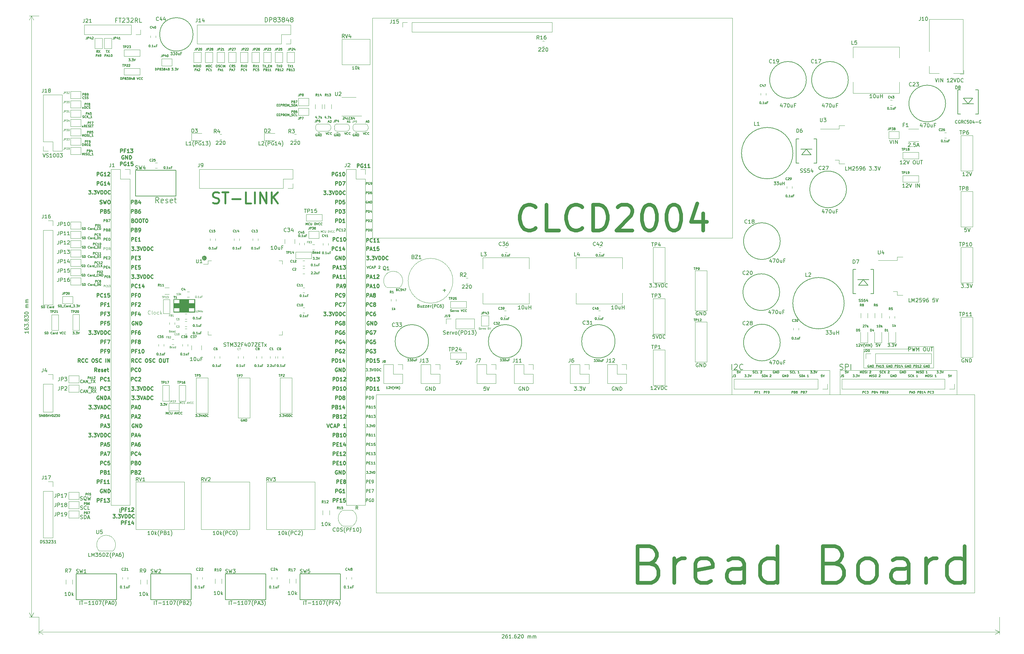
<source format=gbr>
G04 #@! TF.GenerationSoftware,KiCad,Pcbnew,(5.1.2)-1*
G04 #@! TF.CreationDate,2019-06-24T23:23:42+09:00*
G04 #@! TF.ProjectId,STM32F4____,53544d33-3246-4341-9c1c-f4dc2e6b6963,rev?*
G04 #@! TF.SameCoordinates,PXa57dbf49PYb7601c90*
G04 #@! TF.FileFunction,Legend,Top*
G04 #@! TF.FilePolarity,Positive*
%FSLAX46Y46*%
G04 Gerber Fmt 4.6, Leading zero omitted, Abs format (unit mm)*
G04 Created by KiCad (PCBNEW (5.1.2)-1) date 2019-06-24 23:23:42*
%MOMM*%
%LPD*%
G04 APERTURE LIST*
%ADD10C,0.120000*%
%ADD11C,0.150000*%
%ADD12C,0.250000*%
%ADD13C,0.200000*%
%ADD14C,0.175000*%
%ADD15C,0.125000*%
%ADD16C,1.000000*%
%ADD17C,0.100000*%
%ADD18C,0.500000*%
G04 APERTURE END LIST*
D10*
X1582974921Y-1309814500D02*
G75*
G03X1582974921Y-1309814500I-176434J0D01*
G01*
X1582747687Y-1309878000D02*
G75*
G03X1582747687Y-1309878000I-101600J0D01*
G01*
X1582855541Y-1309878000D02*
G75*
G03X1582855541Y-1309878000I-209454J0D01*
G01*
X1583069700Y-1309878000D02*
G75*
G03X1583069700Y-1309878000I-449013J0D01*
G01*
X1583022296Y-1309878000D02*
G75*
G03X1583022296Y-1309878000I-401609J0D01*
G01*
X1582904668Y-1309878000D02*
G75*
G03X1582904668Y-1309878000I-283981J0D01*
G01*
X1583144321Y-1309878000D02*
G75*
G03X1583144321Y-1309878000I-523634J0D01*
G01*
X1583255687Y-1309878000D02*
G75*
G03X1583255687Y-1309878000I-635000J0D01*
G01*
D11*
X1534686067Y-1329800619D02*
X1534686067Y-1330372047D01*
X1534686067Y-1330086333D02*
X1533686067Y-1330086333D01*
X1533828925Y-1330181571D01*
X1533924163Y-1330276809D01*
X1533971782Y-1330372047D01*
X1533686067Y-1328943476D02*
X1533686067Y-1329133952D01*
X1533733687Y-1329229190D01*
X1533781306Y-1329276809D01*
X1533924163Y-1329372047D01*
X1534114639Y-1329419666D01*
X1534495591Y-1329419666D01*
X1534590829Y-1329372047D01*
X1534638448Y-1329324428D01*
X1534686067Y-1329229190D01*
X1534686067Y-1329038714D01*
X1534638448Y-1328943476D01*
X1534590829Y-1328895857D01*
X1534495591Y-1328848238D01*
X1534257496Y-1328848238D01*
X1534162258Y-1328895857D01*
X1534114639Y-1328943476D01*
X1534067020Y-1329038714D01*
X1534067020Y-1329229190D01*
X1534114639Y-1329324428D01*
X1534162258Y-1329372047D01*
X1534257496Y-1329419666D01*
X1533686067Y-1328514904D02*
X1533686067Y-1327895857D01*
X1534067020Y-1328229190D01*
X1534067020Y-1328086333D01*
X1534114639Y-1327991095D01*
X1534162258Y-1327943476D01*
X1534257496Y-1327895857D01*
X1534495591Y-1327895857D01*
X1534590829Y-1327943476D01*
X1534638448Y-1327991095D01*
X1534686067Y-1328086333D01*
X1534686067Y-1328372047D01*
X1534638448Y-1328467285D01*
X1534590829Y-1328514904D01*
X1534590829Y-1327467285D02*
X1534638448Y-1327419666D01*
X1534686067Y-1327467285D01*
X1534638448Y-1327514904D01*
X1534590829Y-1327467285D01*
X1534686067Y-1327467285D01*
X1534114639Y-1326848238D02*
X1534067020Y-1326943476D01*
X1534019401Y-1326991095D01*
X1533924163Y-1327038714D01*
X1533876544Y-1327038714D01*
X1533781306Y-1326991095D01*
X1533733687Y-1326943476D01*
X1533686067Y-1326848238D01*
X1533686067Y-1326657761D01*
X1533733687Y-1326562523D01*
X1533781306Y-1326514904D01*
X1533876544Y-1326467285D01*
X1533924163Y-1326467285D01*
X1534019401Y-1326514904D01*
X1534067020Y-1326562523D01*
X1534114639Y-1326657761D01*
X1534114639Y-1326848238D01*
X1534162258Y-1326943476D01*
X1534209877Y-1326991095D01*
X1534305115Y-1327038714D01*
X1534495591Y-1327038714D01*
X1534590829Y-1326991095D01*
X1534638448Y-1326943476D01*
X1534686067Y-1326848238D01*
X1534686067Y-1326657761D01*
X1534638448Y-1326562523D01*
X1534590829Y-1326514904D01*
X1534495591Y-1326467285D01*
X1534305115Y-1326467285D01*
X1534209877Y-1326514904D01*
X1534162258Y-1326562523D01*
X1534114639Y-1326657761D01*
X1533686067Y-1326133952D02*
X1533686067Y-1325514904D01*
X1534067020Y-1325848238D01*
X1534067020Y-1325705380D01*
X1534114639Y-1325610142D01*
X1534162258Y-1325562523D01*
X1534257496Y-1325514904D01*
X1534495591Y-1325514904D01*
X1534590829Y-1325562523D01*
X1534638448Y-1325610142D01*
X1534686067Y-1325705380D01*
X1534686067Y-1325991095D01*
X1534638448Y-1326086333D01*
X1534590829Y-1326133952D01*
X1533686067Y-1324895857D02*
X1533686067Y-1324800619D01*
X1533733687Y-1324705380D01*
X1533781306Y-1324657761D01*
X1533876544Y-1324610142D01*
X1534067020Y-1324562523D01*
X1534305115Y-1324562523D01*
X1534495591Y-1324610142D01*
X1534590829Y-1324657761D01*
X1534638448Y-1324705380D01*
X1534686067Y-1324800619D01*
X1534686067Y-1324895857D01*
X1534638448Y-1324991095D01*
X1534590829Y-1325038714D01*
X1534495591Y-1325086333D01*
X1534305115Y-1325133952D01*
X1534067020Y-1325133952D01*
X1533876544Y-1325086333D01*
X1533781306Y-1325038714D01*
X1533733687Y-1324991095D01*
X1533686067Y-1324895857D01*
X1534686067Y-1323372047D02*
X1534019401Y-1323372047D01*
X1534114639Y-1323372047D02*
X1534067020Y-1323324428D01*
X1534019401Y-1323229190D01*
X1534019401Y-1323086333D01*
X1534067020Y-1322991095D01*
X1534162258Y-1322943476D01*
X1534686067Y-1322943476D01*
X1534162258Y-1322943476D02*
X1534067020Y-1322895857D01*
X1534019401Y-1322800619D01*
X1534019401Y-1322657761D01*
X1534067020Y-1322562523D01*
X1534162258Y-1322514904D01*
X1534686067Y-1322514904D01*
X1534686067Y-1322038714D02*
X1534019401Y-1322038714D01*
X1534114639Y-1322038714D02*
X1534067020Y-1321991095D01*
X1534019401Y-1321895857D01*
X1534019401Y-1321753000D01*
X1534067020Y-1321657761D01*
X1534162258Y-1321610142D01*
X1534686067Y-1321610142D01*
X1534162258Y-1321610142D02*
X1534067020Y-1321562523D01*
X1534019401Y-1321467285D01*
X1534019401Y-1321324428D01*
X1534067020Y-1321229190D01*
X1534162258Y-1321181571D01*
X1534686067Y-1321181571D01*
D10*
X1535503687Y-1407668000D02*
X1535503687Y-1243838000D01*
X1537535687Y-1407668000D02*
X1534917266Y-1407668000D01*
X1537535687Y-1243838000D02*
X1534917266Y-1243838000D01*
X1535503687Y-1243838000D02*
X1536090108Y-1244964504D01*
X1535503687Y-1243838000D02*
X1534917266Y-1244964504D01*
X1535503687Y-1407668000D02*
X1536090108Y-1406541496D01*
X1535503687Y-1407668000D02*
X1534917266Y-1406541496D01*
D11*
X1663726639Y-1412549619D02*
X1663774258Y-1412502000D01*
X1663869496Y-1412454380D01*
X1664107591Y-1412454380D01*
X1664202829Y-1412502000D01*
X1664250448Y-1412549619D01*
X1664298067Y-1412644857D01*
X1664298067Y-1412740095D01*
X1664250448Y-1412882952D01*
X1663679020Y-1413454380D01*
X1664298067Y-1413454380D01*
X1665155210Y-1412454380D02*
X1664964734Y-1412454380D01*
X1664869496Y-1412502000D01*
X1664821877Y-1412549619D01*
X1664726639Y-1412692476D01*
X1664679020Y-1412882952D01*
X1664679020Y-1413263904D01*
X1664726639Y-1413359142D01*
X1664774258Y-1413406761D01*
X1664869496Y-1413454380D01*
X1665059972Y-1413454380D01*
X1665155210Y-1413406761D01*
X1665202829Y-1413359142D01*
X1665250448Y-1413263904D01*
X1665250448Y-1413025809D01*
X1665202829Y-1412930571D01*
X1665155210Y-1412882952D01*
X1665059972Y-1412835333D01*
X1664869496Y-1412835333D01*
X1664774258Y-1412882952D01*
X1664726639Y-1412930571D01*
X1664679020Y-1413025809D01*
X1666202829Y-1413454380D02*
X1665631401Y-1413454380D01*
X1665917115Y-1413454380D02*
X1665917115Y-1412454380D01*
X1665821877Y-1412597238D01*
X1665726639Y-1412692476D01*
X1665631401Y-1412740095D01*
X1666631401Y-1413359142D02*
X1666679020Y-1413406761D01*
X1666631401Y-1413454380D01*
X1666583782Y-1413406761D01*
X1666631401Y-1413359142D01*
X1666631401Y-1413454380D01*
X1667536163Y-1412454380D02*
X1667345687Y-1412454380D01*
X1667250448Y-1412502000D01*
X1667202829Y-1412549619D01*
X1667107591Y-1412692476D01*
X1667059972Y-1412882952D01*
X1667059972Y-1413263904D01*
X1667107591Y-1413359142D01*
X1667155210Y-1413406761D01*
X1667250448Y-1413454380D01*
X1667440925Y-1413454380D01*
X1667536163Y-1413406761D01*
X1667583782Y-1413359142D01*
X1667631401Y-1413263904D01*
X1667631401Y-1413025809D01*
X1667583782Y-1412930571D01*
X1667536163Y-1412882952D01*
X1667440925Y-1412835333D01*
X1667250448Y-1412835333D01*
X1667155210Y-1412882952D01*
X1667107591Y-1412930571D01*
X1667059972Y-1413025809D01*
X1668012353Y-1412549619D02*
X1668059972Y-1412502000D01*
X1668155210Y-1412454380D01*
X1668393306Y-1412454380D01*
X1668488544Y-1412502000D01*
X1668536163Y-1412549619D01*
X1668583782Y-1412644857D01*
X1668583782Y-1412740095D01*
X1668536163Y-1412882952D01*
X1667964734Y-1413454380D01*
X1668583782Y-1413454380D01*
X1669202829Y-1412454380D02*
X1669298067Y-1412454380D01*
X1669393306Y-1412502000D01*
X1669440925Y-1412549619D01*
X1669488544Y-1412644857D01*
X1669536163Y-1412835333D01*
X1669536163Y-1413073428D01*
X1669488544Y-1413263904D01*
X1669440925Y-1413359142D01*
X1669393306Y-1413406761D01*
X1669298067Y-1413454380D01*
X1669202829Y-1413454380D01*
X1669107591Y-1413406761D01*
X1669059972Y-1413359142D01*
X1669012353Y-1413263904D01*
X1668964734Y-1413073428D01*
X1668964734Y-1412835333D01*
X1669012353Y-1412644857D01*
X1669059972Y-1412549619D01*
X1669107591Y-1412502000D01*
X1669202829Y-1412454380D01*
X1670726639Y-1413454380D02*
X1670726639Y-1412787714D01*
X1670726639Y-1412882952D02*
X1670774258Y-1412835333D01*
X1670869496Y-1412787714D01*
X1671012353Y-1412787714D01*
X1671107591Y-1412835333D01*
X1671155210Y-1412930571D01*
X1671155210Y-1413454380D01*
X1671155210Y-1412930571D02*
X1671202829Y-1412835333D01*
X1671298067Y-1412787714D01*
X1671440925Y-1412787714D01*
X1671536163Y-1412835333D01*
X1671583782Y-1412930571D01*
X1671583782Y-1413454380D01*
X1672059972Y-1413454380D02*
X1672059972Y-1412787714D01*
X1672059972Y-1412882952D02*
X1672107591Y-1412835333D01*
X1672202829Y-1412787714D01*
X1672345687Y-1412787714D01*
X1672440925Y-1412835333D01*
X1672488544Y-1412930571D01*
X1672488544Y-1413454380D01*
X1672488544Y-1412930571D02*
X1672536163Y-1412835333D01*
X1672631401Y-1412787714D01*
X1672774258Y-1412787714D01*
X1672869496Y-1412835333D01*
X1672917115Y-1412930571D01*
X1672917115Y-1413454380D01*
D10*
X1799155687Y-1411732000D02*
X1537535687Y-1411732000D01*
X1799155687Y-1407668000D02*
X1799155687Y-1412318421D01*
X1537535687Y-1407668000D02*
X1537535687Y-1412318421D01*
X1537535687Y-1411732000D02*
X1538662191Y-1411145579D01*
X1537535687Y-1411732000D02*
X1538662191Y-1412318421D01*
X1799155687Y-1411732000D02*
X1798029183Y-1411145579D01*
X1799155687Y-1411732000D02*
X1798029183Y-1412318421D01*
D12*
X1624213401Y-1285184380D02*
X1624213401Y-1284184380D01*
X1624594353Y-1284184380D01*
X1624689591Y-1284232000D01*
X1624737210Y-1284279619D01*
X1624784829Y-1284374857D01*
X1624784829Y-1284517714D01*
X1624737210Y-1284612952D01*
X1624689591Y-1284660571D01*
X1624594353Y-1284708190D01*
X1624213401Y-1284708190D01*
X1625737210Y-1284232000D02*
X1625641972Y-1284184380D01*
X1625499115Y-1284184380D01*
X1625356258Y-1284232000D01*
X1625261020Y-1284327238D01*
X1625213401Y-1284422476D01*
X1625165782Y-1284612952D01*
X1625165782Y-1284755809D01*
X1625213401Y-1284946285D01*
X1625261020Y-1285041523D01*
X1625356258Y-1285136761D01*
X1625499115Y-1285184380D01*
X1625594353Y-1285184380D01*
X1625737210Y-1285136761D01*
X1625784829Y-1285089142D01*
X1625784829Y-1284755809D01*
X1625594353Y-1284755809D01*
X1626737210Y-1285184380D02*
X1626165782Y-1285184380D01*
X1626451496Y-1285184380D02*
X1626451496Y-1284184380D01*
X1626356258Y-1284327238D01*
X1626261020Y-1284422476D01*
X1626165782Y-1284470095D01*
X1627689591Y-1285184380D02*
X1627118163Y-1285184380D01*
X1627403877Y-1285184380D02*
X1627403877Y-1284184380D01*
X1627308639Y-1284327238D01*
X1627213401Y-1284422476D01*
X1627118163Y-1284470095D01*
D11*
X1626708829Y-1289829428D02*
X1626708829Y-1289229428D01*
X1626937401Y-1289229428D01*
X1626994544Y-1289258000D01*
X1627023115Y-1289286571D01*
X1627051687Y-1289343714D01*
X1627051687Y-1289429428D01*
X1627023115Y-1289486571D01*
X1626994544Y-1289515142D01*
X1626937401Y-1289543714D01*
X1626708829Y-1289543714D01*
X1627623115Y-1289258000D02*
X1627565972Y-1289229428D01*
X1627480258Y-1289229428D01*
X1627394544Y-1289258000D01*
X1627337401Y-1289315142D01*
X1627308829Y-1289372285D01*
X1627280258Y-1289486571D01*
X1627280258Y-1289572285D01*
X1627308829Y-1289686571D01*
X1627337401Y-1289743714D01*
X1627394544Y-1289800857D01*
X1627480258Y-1289829428D01*
X1627537401Y-1289829428D01*
X1627623115Y-1289800857D01*
X1627651687Y-1289772285D01*
X1627651687Y-1289572285D01*
X1627537401Y-1289572285D01*
X1627937401Y-1289829428D02*
X1628051687Y-1289829428D01*
X1628108829Y-1289800857D01*
X1628137401Y-1289772285D01*
X1628194544Y-1289686571D01*
X1628223115Y-1289572285D01*
X1628223115Y-1289343714D01*
X1628194544Y-1289286571D01*
X1628165972Y-1289258000D01*
X1628108829Y-1289229428D01*
X1627994544Y-1289229428D01*
X1627937401Y-1289258000D01*
X1627908829Y-1289286571D01*
X1627880258Y-1289343714D01*
X1627880258Y-1289486571D01*
X1627908829Y-1289543714D01*
X1627937401Y-1289572285D01*
X1627994544Y-1289600857D01*
X1628108829Y-1289600857D01*
X1628165972Y-1289572285D01*
X1628194544Y-1289543714D01*
X1628223115Y-1289486571D01*
X1626708829Y-1292369428D02*
X1626708829Y-1291769428D01*
X1626937401Y-1291769428D01*
X1626994544Y-1291798000D01*
X1627023115Y-1291826571D01*
X1627051687Y-1291883714D01*
X1627051687Y-1291969428D01*
X1627023115Y-1292026571D01*
X1626994544Y-1292055142D01*
X1626937401Y-1292083714D01*
X1626708829Y-1292083714D01*
X1627308829Y-1292369428D02*
X1627308829Y-1291769428D01*
X1627451687Y-1291769428D01*
X1627537401Y-1291798000D01*
X1627594544Y-1291855142D01*
X1627623115Y-1291912285D01*
X1627651687Y-1292026571D01*
X1627651687Y-1292112285D01*
X1627623115Y-1292226571D01*
X1627594544Y-1292283714D01*
X1627537401Y-1292340857D01*
X1627451687Y-1292369428D01*
X1627308829Y-1292369428D01*
X1628165972Y-1291769428D02*
X1628051687Y-1291769428D01*
X1627994544Y-1291798000D01*
X1627965972Y-1291826571D01*
X1627908829Y-1291912285D01*
X1627880258Y-1292026571D01*
X1627880258Y-1292255142D01*
X1627908829Y-1292312285D01*
X1627937401Y-1292340857D01*
X1627994544Y-1292369428D01*
X1628108829Y-1292369428D01*
X1628165972Y-1292340857D01*
X1628194544Y-1292312285D01*
X1628223115Y-1292255142D01*
X1628223115Y-1292112285D01*
X1628194544Y-1292055142D01*
X1628165972Y-1292026571D01*
X1628108829Y-1291998000D01*
X1627994544Y-1291998000D01*
X1627937401Y-1292026571D01*
X1627908829Y-1292055142D01*
X1627880258Y-1292112285D01*
X1626994544Y-1294338000D02*
X1626937401Y-1294309428D01*
X1626851687Y-1294309428D01*
X1626765972Y-1294338000D01*
X1626708829Y-1294395142D01*
X1626680258Y-1294452285D01*
X1626651687Y-1294566571D01*
X1626651687Y-1294652285D01*
X1626680258Y-1294766571D01*
X1626708829Y-1294823714D01*
X1626765972Y-1294880857D01*
X1626851687Y-1294909428D01*
X1626908829Y-1294909428D01*
X1626994544Y-1294880857D01*
X1627023115Y-1294852285D01*
X1627023115Y-1294652285D01*
X1626908829Y-1294652285D01*
X1627280258Y-1294909428D02*
X1627280258Y-1294309428D01*
X1627623115Y-1294909428D01*
X1627623115Y-1294309428D01*
X1627908829Y-1294909428D02*
X1627908829Y-1294309428D01*
X1628051687Y-1294309428D01*
X1628137401Y-1294338000D01*
X1628194544Y-1294395142D01*
X1628223115Y-1294452285D01*
X1628251687Y-1294566571D01*
X1628251687Y-1294652285D01*
X1628223115Y-1294766571D01*
X1628194544Y-1294823714D01*
X1628137401Y-1294880857D01*
X1628051687Y-1294909428D01*
X1627908829Y-1294909428D01*
X1626708829Y-1297449428D02*
X1626708829Y-1296849428D01*
X1626937401Y-1296849428D01*
X1626994544Y-1296878000D01*
X1627023115Y-1296906571D01*
X1627051687Y-1296963714D01*
X1627051687Y-1297049428D01*
X1627023115Y-1297106571D01*
X1626994544Y-1297135142D01*
X1626937401Y-1297163714D01*
X1626708829Y-1297163714D01*
X1627308829Y-1297449428D02*
X1627308829Y-1296849428D01*
X1627451687Y-1296849428D01*
X1627537401Y-1296878000D01*
X1627594544Y-1296935142D01*
X1627623115Y-1296992285D01*
X1627651687Y-1297106571D01*
X1627651687Y-1297192285D01*
X1627623115Y-1297306571D01*
X1627594544Y-1297363714D01*
X1627537401Y-1297420857D01*
X1627451687Y-1297449428D01*
X1627308829Y-1297449428D01*
X1628165972Y-1297049428D02*
X1628165972Y-1297449428D01*
X1628023115Y-1296820857D02*
X1627880258Y-1297249428D01*
X1628251687Y-1297249428D01*
X1626708829Y-1299989428D02*
X1626708829Y-1299389428D01*
X1626937401Y-1299389428D01*
X1626994544Y-1299418000D01*
X1627023115Y-1299446571D01*
X1627051687Y-1299503714D01*
X1627051687Y-1299589428D01*
X1627023115Y-1299646571D01*
X1626994544Y-1299675142D01*
X1626937401Y-1299703714D01*
X1626708829Y-1299703714D01*
X1627308829Y-1299989428D02*
X1627308829Y-1299389428D01*
X1627451687Y-1299389428D01*
X1627537401Y-1299418000D01*
X1627594544Y-1299475142D01*
X1627623115Y-1299532285D01*
X1627651687Y-1299646571D01*
X1627651687Y-1299732285D01*
X1627623115Y-1299846571D01*
X1627594544Y-1299903714D01*
X1627537401Y-1299960857D01*
X1627451687Y-1299989428D01*
X1627308829Y-1299989428D01*
X1627880258Y-1299446571D02*
X1627908829Y-1299418000D01*
X1627965972Y-1299389428D01*
X1628108829Y-1299389428D01*
X1628165972Y-1299418000D01*
X1628194544Y-1299446571D01*
X1628223115Y-1299503714D01*
X1628223115Y-1299560857D01*
X1628194544Y-1299646571D01*
X1627851687Y-1299989428D01*
X1628223115Y-1299989428D01*
X1626708829Y-1302529428D02*
X1626708829Y-1301929428D01*
X1626937401Y-1301929428D01*
X1626994544Y-1301958000D01*
X1627023115Y-1301986571D01*
X1627051687Y-1302043714D01*
X1627051687Y-1302129428D01*
X1627023115Y-1302186571D01*
X1626994544Y-1302215142D01*
X1626937401Y-1302243714D01*
X1626708829Y-1302243714D01*
X1627308829Y-1302529428D02*
X1627308829Y-1301929428D01*
X1627451687Y-1301929428D01*
X1627537401Y-1301958000D01*
X1627594544Y-1302015142D01*
X1627623115Y-1302072285D01*
X1627651687Y-1302186571D01*
X1627651687Y-1302272285D01*
X1627623115Y-1302386571D01*
X1627594544Y-1302443714D01*
X1627537401Y-1302500857D01*
X1627451687Y-1302529428D01*
X1627308829Y-1302529428D01*
X1628023115Y-1301929428D02*
X1628080258Y-1301929428D01*
X1628137401Y-1301958000D01*
X1628165972Y-1301986571D01*
X1628194544Y-1302043714D01*
X1628223115Y-1302158000D01*
X1628223115Y-1302300857D01*
X1628194544Y-1302415142D01*
X1628165972Y-1302472285D01*
X1628137401Y-1302500857D01*
X1628080258Y-1302529428D01*
X1628023115Y-1302529428D01*
X1627965972Y-1302500857D01*
X1627937401Y-1302472285D01*
X1627908829Y-1302415142D01*
X1627880258Y-1302300857D01*
X1627880258Y-1302158000D01*
X1627908829Y-1302043714D01*
X1627937401Y-1301986571D01*
X1627965972Y-1301958000D01*
X1628023115Y-1301929428D01*
D13*
X1626715210Y-1376279904D02*
X1626715210Y-1375479904D01*
X1627019972Y-1375479904D01*
X1627096163Y-1375518000D01*
X1627134258Y-1375556095D01*
X1627172353Y-1375632285D01*
X1627172353Y-1375746571D01*
X1627134258Y-1375822761D01*
X1627096163Y-1375860857D01*
X1627019972Y-1375898952D01*
X1626715210Y-1375898952D01*
X1627934258Y-1375518000D02*
X1627858067Y-1375479904D01*
X1627743782Y-1375479904D01*
X1627629496Y-1375518000D01*
X1627553306Y-1375594190D01*
X1627515210Y-1375670380D01*
X1627477115Y-1375822761D01*
X1627477115Y-1375937047D01*
X1627515210Y-1376089428D01*
X1627553306Y-1376165619D01*
X1627629496Y-1376241809D01*
X1627743782Y-1376279904D01*
X1627819972Y-1376279904D01*
X1627934258Y-1376241809D01*
X1627972353Y-1376203714D01*
X1627972353Y-1375937047D01*
X1627819972Y-1375937047D01*
X1628467591Y-1375479904D02*
X1628543782Y-1375479904D01*
X1628619972Y-1375518000D01*
X1628658067Y-1375556095D01*
X1628696163Y-1375632285D01*
X1628734258Y-1375784666D01*
X1628734258Y-1375975142D01*
X1628696163Y-1376127523D01*
X1628658067Y-1376203714D01*
X1628619972Y-1376241809D01*
X1628543782Y-1376279904D01*
X1628467591Y-1376279904D01*
X1628391401Y-1376241809D01*
X1628353306Y-1376203714D01*
X1628315210Y-1376127523D01*
X1628277115Y-1375975142D01*
X1628277115Y-1375784666D01*
X1628315210Y-1375632285D01*
X1628353306Y-1375556095D01*
X1628391401Y-1375518000D01*
X1628467591Y-1375479904D01*
X1626753306Y-1373739904D02*
X1626753306Y-1372939904D01*
X1627058067Y-1372939904D01*
X1627134258Y-1372978000D01*
X1627172353Y-1373016095D01*
X1627210448Y-1373092285D01*
X1627210448Y-1373206571D01*
X1627172353Y-1373282761D01*
X1627134258Y-1373320857D01*
X1627058067Y-1373358952D01*
X1626753306Y-1373358952D01*
X1627553306Y-1373320857D02*
X1627819972Y-1373320857D01*
X1627934258Y-1373739904D02*
X1627553306Y-1373739904D01*
X1627553306Y-1372939904D01*
X1627934258Y-1372939904D01*
X1628200925Y-1372939904D02*
X1628734258Y-1372939904D01*
X1628391401Y-1373739904D01*
X1626753306Y-1371199904D02*
X1626753306Y-1370399904D01*
X1627058067Y-1370399904D01*
X1627134258Y-1370438000D01*
X1627172353Y-1370476095D01*
X1627210448Y-1370552285D01*
X1627210448Y-1370666571D01*
X1627172353Y-1370742761D01*
X1627134258Y-1370780857D01*
X1627058067Y-1370818952D01*
X1626753306Y-1370818952D01*
X1627553306Y-1370780857D02*
X1627819972Y-1370780857D01*
X1627934258Y-1371199904D02*
X1627553306Y-1371199904D01*
X1627553306Y-1370399904D01*
X1627934258Y-1370399904D01*
X1628315210Y-1371199904D02*
X1628467591Y-1371199904D01*
X1628543782Y-1371161809D01*
X1628581877Y-1371123714D01*
X1628658067Y-1371009428D01*
X1628696163Y-1370857047D01*
X1628696163Y-1370552285D01*
X1628658067Y-1370476095D01*
X1628619972Y-1370438000D01*
X1628543782Y-1370399904D01*
X1628391401Y-1370399904D01*
X1628315210Y-1370438000D01*
X1628277115Y-1370476095D01*
X1628239020Y-1370552285D01*
X1628239020Y-1370742761D01*
X1628277115Y-1370818952D01*
X1628315210Y-1370857047D01*
X1628391401Y-1370895142D01*
X1628543782Y-1370895142D01*
X1628619972Y-1370857047D01*
X1628658067Y-1370818952D01*
X1628696163Y-1370742761D01*
D11*
X1626773972Y-1367969428D02*
X1627145401Y-1367969428D01*
X1626945401Y-1368198000D01*
X1627031115Y-1368198000D01*
X1627088258Y-1368226571D01*
X1627116829Y-1368255142D01*
X1627145401Y-1368312285D01*
X1627145401Y-1368455142D01*
X1627116829Y-1368512285D01*
X1627088258Y-1368540857D01*
X1627031115Y-1368569428D01*
X1626859687Y-1368569428D01*
X1626802544Y-1368540857D01*
X1626773972Y-1368512285D01*
X1627402544Y-1368512285D02*
X1627431115Y-1368540857D01*
X1627402544Y-1368569428D01*
X1627373972Y-1368540857D01*
X1627402544Y-1368512285D01*
X1627402544Y-1368569428D01*
X1627631115Y-1367969428D02*
X1628002544Y-1367969428D01*
X1627802544Y-1368198000D01*
X1627888258Y-1368198000D01*
X1627945401Y-1368226571D01*
X1627973972Y-1368255142D01*
X1628002544Y-1368312285D01*
X1628002544Y-1368455142D01*
X1627973972Y-1368512285D01*
X1627945401Y-1368540857D01*
X1627888258Y-1368569428D01*
X1627716829Y-1368569428D01*
X1627659687Y-1368540857D01*
X1627631115Y-1368512285D01*
X1628173972Y-1367969428D02*
X1628373972Y-1368569428D01*
X1628573972Y-1367969428D01*
X1628773972Y-1368569428D02*
X1628773972Y-1367969428D01*
X1628916829Y-1367969428D01*
X1629002544Y-1367998000D01*
X1629059687Y-1368055142D01*
X1629088258Y-1368112285D01*
X1629116829Y-1368226571D01*
X1629116829Y-1368312285D01*
X1629088258Y-1368426571D01*
X1629059687Y-1368483714D01*
X1629002544Y-1368540857D01*
X1628916829Y-1368569428D01*
X1628773972Y-1368569428D01*
D14*
X1626793020Y-1366074666D02*
X1626793020Y-1365374666D01*
X1627059687Y-1365374666D01*
X1627126353Y-1365408000D01*
X1627159687Y-1365441333D01*
X1627193020Y-1365508000D01*
X1627193020Y-1365608000D01*
X1627159687Y-1365674666D01*
X1627126353Y-1365708000D01*
X1627059687Y-1365741333D01*
X1626793020Y-1365741333D01*
X1627493020Y-1365708000D02*
X1627726353Y-1365708000D01*
X1627826353Y-1366074666D02*
X1627493020Y-1366074666D01*
X1627493020Y-1365374666D01*
X1627826353Y-1365374666D01*
X1628493020Y-1366074666D02*
X1628093020Y-1366074666D01*
X1628293020Y-1366074666D02*
X1628293020Y-1365374666D01*
X1628226353Y-1365474666D01*
X1628159687Y-1365541333D01*
X1628093020Y-1365574666D01*
X1629159687Y-1366074666D02*
X1628759687Y-1366074666D01*
X1628959687Y-1366074666D02*
X1628959687Y-1365374666D01*
X1628893020Y-1365474666D01*
X1628826353Y-1365541333D01*
X1628759687Y-1365574666D01*
X1626793020Y-1363534666D02*
X1626793020Y-1362834666D01*
X1627059687Y-1362834666D01*
X1627126353Y-1362868000D01*
X1627159687Y-1362901333D01*
X1627193020Y-1362968000D01*
X1627193020Y-1363068000D01*
X1627159687Y-1363134666D01*
X1627126353Y-1363168000D01*
X1627059687Y-1363201333D01*
X1626793020Y-1363201333D01*
X1627493020Y-1363168000D02*
X1627726353Y-1363168000D01*
X1627826353Y-1363534666D02*
X1627493020Y-1363534666D01*
X1627493020Y-1362834666D01*
X1627826353Y-1362834666D01*
X1628493020Y-1363534666D02*
X1628093020Y-1363534666D01*
X1628293020Y-1363534666D02*
X1628293020Y-1362834666D01*
X1628226353Y-1362934666D01*
X1628159687Y-1363001333D01*
X1628093020Y-1363034666D01*
X1628726353Y-1362834666D02*
X1629159687Y-1362834666D01*
X1628926353Y-1363101333D01*
X1629026353Y-1363101333D01*
X1629093020Y-1363134666D01*
X1629126353Y-1363168000D01*
X1629159687Y-1363234666D01*
X1629159687Y-1363401333D01*
X1629126353Y-1363468000D01*
X1629093020Y-1363501333D01*
X1629026353Y-1363534666D01*
X1628826353Y-1363534666D01*
X1628759687Y-1363501333D01*
X1628726353Y-1363468000D01*
X1626793020Y-1360994666D02*
X1626793020Y-1360294666D01*
X1627059687Y-1360294666D01*
X1627126353Y-1360328000D01*
X1627159687Y-1360361333D01*
X1627193020Y-1360428000D01*
X1627193020Y-1360528000D01*
X1627159687Y-1360594666D01*
X1627126353Y-1360628000D01*
X1627059687Y-1360661333D01*
X1626793020Y-1360661333D01*
X1627493020Y-1360628000D02*
X1627726353Y-1360628000D01*
X1627826353Y-1360994666D02*
X1627493020Y-1360994666D01*
X1627493020Y-1360294666D01*
X1627826353Y-1360294666D01*
X1628493020Y-1360994666D02*
X1628093020Y-1360994666D01*
X1628293020Y-1360994666D02*
X1628293020Y-1360294666D01*
X1628226353Y-1360394666D01*
X1628159687Y-1360461333D01*
X1628093020Y-1360494666D01*
X1629126353Y-1360294666D02*
X1628793020Y-1360294666D01*
X1628759687Y-1360628000D01*
X1628793020Y-1360594666D01*
X1628859687Y-1360561333D01*
X1629026353Y-1360561333D01*
X1629093020Y-1360594666D01*
X1629126353Y-1360628000D01*
X1629159687Y-1360694666D01*
X1629159687Y-1360861333D01*
X1629126353Y-1360928000D01*
X1629093020Y-1360961333D01*
X1629026353Y-1360994666D01*
X1628859687Y-1360994666D01*
X1628793020Y-1360961333D01*
X1628759687Y-1360928000D01*
X1626759687Y-1358454666D02*
X1626759687Y-1357754666D01*
X1627026353Y-1357754666D01*
X1627093020Y-1357788000D01*
X1627126353Y-1357821333D01*
X1627159687Y-1357888000D01*
X1627159687Y-1357988000D01*
X1627126353Y-1358054666D01*
X1627093020Y-1358088000D01*
X1627026353Y-1358121333D01*
X1626759687Y-1358121333D01*
X1627693020Y-1358088000D02*
X1627793020Y-1358121333D01*
X1627826353Y-1358154666D01*
X1627859687Y-1358221333D01*
X1627859687Y-1358321333D01*
X1627826353Y-1358388000D01*
X1627793020Y-1358421333D01*
X1627726353Y-1358454666D01*
X1627459687Y-1358454666D01*
X1627459687Y-1357754666D01*
X1627693020Y-1357754666D01*
X1627759687Y-1357788000D01*
X1627793020Y-1357821333D01*
X1627826353Y-1357888000D01*
X1627826353Y-1357954666D01*
X1627793020Y-1358021333D01*
X1627759687Y-1358054666D01*
X1627693020Y-1358088000D01*
X1627459687Y-1358088000D01*
X1628526353Y-1358454666D02*
X1628126353Y-1358454666D01*
X1628326353Y-1358454666D02*
X1628326353Y-1357754666D01*
X1628259687Y-1357854666D01*
X1628193020Y-1357921333D01*
X1628126353Y-1357954666D01*
X1629193020Y-1358454666D02*
X1628793020Y-1358454666D01*
X1628993020Y-1358454666D02*
X1628993020Y-1357754666D01*
X1628926353Y-1357854666D01*
X1628859687Y-1357921333D01*
X1628793020Y-1357954666D01*
D11*
X1626773972Y-1355269428D02*
X1627145401Y-1355269428D01*
X1626945401Y-1355498000D01*
X1627031115Y-1355498000D01*
X1627088258Y-1355526571D01*
X1627116829Y-1355555142D01*
X1627145401Y-1355612285D01*
X1627145401Y-1355755142D01*
X1627116829Y-1355812285D01*
X1627088258Y-1355840857D01*
X1627031115Y-1355869428D01*
X1626859687Y-1355869428D01*
X1626802544Y-1355840857D01*
X1626773972Y-1355812285D01*
X1627402544Y-1355812285D02*
X1627431115Y-1355840857D01*
X1627402544Y-1355869428D01*
X1627373972Y-1355840857D01*
X1627402544Y-1355812285D01*
X1627402544Y-1355869428D01*
X1627631115Y-1355269428D02*
X1628002544Y-1355269428D01*
X1627802544Y-1355498000D01*
X1627888258Y-1355498000D01*
X1627945401Y-1355526571D01*
X1627973972Y-1355555142D01*
X1628002544Y-1355612285D01*
X1628002544Y-1355755142D01*
X1627973972Y-1355812285D01*
X1627945401Y-1355840857D01*
X1627888258Y-1355869428D01*
X1627716829Y-1355869428D01*
X1627659687Y-1355840857D01*
X1627631115Y-1355812285D01*
X1628173972Y-1355269428D02*
X1628373972Y-1355869428D01*
X1628573972Y-1355269428D01*
X1628773972Y-1355869428D02*
X1628773972Y-1355269428D01*
X1628916829Y-1355269428D01*
X1629002544Y-1355298000D01*
X1629059687Y-1355355142D01*
X1629088258Y-1355412285D01*
X1629116829Y-1355526571D01*
X1629116829Y-1355612285D01*
X1629088258Y-1355726571D01*
X1629059687Y-1355783714D01*
X1629002544Y-1355840857D01*
X1628916829Y-1355869428D01*
X1628773972Y-1355869428D01*
D14*
X1626759687Y-1353374666D02*
X1626759687Y-1352674666D01*
X1627026353Y-1352674666D01*
X1627093020Y-1352708000D01*
X1627126353Y-1352741333D01*
X1627159687Y-1352808000D01*
X1627159687Y-1352908000D01*
X1627126353Y-1352974666D01*
X1627093020Y-1353008000D01*
X1627026353Y-1353041333D01*
X1626759687Y-1353041333D01*
X1627693020Y-1353008000D02*
X1627793020Y-1353041333D01*
X1627826353Y-1353074666D01*
X1627859687Y-1353141333D01*
X1627859687Y-1353241333D01*
X1627826353Y-1353308000D01*
X1627793020Y-1353341333D01*
X1627726353Y-1353374666D01*
X1627459687Y-1353374666D01*
X1627459687Y-1352674666D01*
X1627693020Y-1352674666D01*
X1627759687Y-1352708000D01*
X1627793020Y-1352741333D01*
X1627826353Y-1352808000D01*
X1627826353Y-1352874666D01*
X1627793020Y-1352941333D01*
X1627759687Y-1352974666D01*
X1627693020Y-1353008000D01*
X1627459687Y-1353008000D01*
X1628526353Y-1353374666D02*
X1628126353Y-1353374666D01*
X1628326353Y-1353374666D02*
X1628326353Y-1352674666D01*
X1628259687Y-1352774666D01*
X1628193020Y-1352841333D01*
X1628126353Y-1352874666D01*
X1628759687Y-1352674666D02*
X1629193020Y-1352674666D01*
X1628959687Y-1352941333D01*
X1629059687Y-1352941333D01*
X1629126353Y-1352974666D01*
X1629159687Y-1353008000D01*
X1629193020Y-1353074666D01*
X1629193020Y-1353241333D01*
X1629159687Y-1353308000D01*
X1629126353Y-1353341333D01*
X1629059687Y-1353374666D01*
X1628859687Y-1353374666D01*
X1628793020Y-1353341333D01*
X1628759687Y-1353308000D01*
X1626759687Y-1350834666D02*
X1626759687Y-1350134666D01*
X1627026353Y-1350134666D01*
X1627093020Y-1350168000D01*
X1627126353Y-1350201333D01*
X1627159687Y-1350268000D01*
X1627159687Y-1350368000D01*
X1627126353Y-1350434666D01*
X1627093020Y-1350468000D01*
X1627026353Y-1350501333D01*
X1626759687Y-1350501333D01*
X1627693020Y-1350468000D02*
X1627793020Y-1350501333D01*
X1627826353Y-1350534666D01*
X1627859687Y-1350601333D01*
X1627859687Y-1350701333D01*
X1627826353Y-1350768000D01*
X1627793020Y-1350801333D01*
X1627726353Y-1350834666D01*
X1627459687Y-1350834666D01*
X1627459687Y-1350134666D01*
X1627693020Y-1350134666D01*
X1627759687Y-1350168000D01*
X1627793020Y-1350201333D01*
X1627826353Y-1350268000D01*
X1627826353Y-1350334666D01*
X1627793020Y-1350401333D01*
X1627759687Y-1350434666D01*
X1627693020Y-1350468000D01*
X1627459687Y-1350468000D01*
X1628526353Y-1350834666D02*
X1628126353Y-1350834666D01*
X1628326353Y-1350834666D02*
X1628326353Y-1350134666D01*
X1628259687Y-1350234666D01*
X1628193020Y-1350301333D01*
X1628126353Y-1350334666D01*
X1629159687Y-1350134666D02*
X1628826353Y-1350134666D01*
X1628793020Y-1350468000D01*
X1628826353Y-1350434666D01*
X1628893020Y-1350401333D01*
X1629059687Y-1350401333D01*
X1629126353Y-1350434666D01*
X1629159687Y-1350468000D01*
X1629193020Y-1350534666D01*
X1629193020Y-1350701333D01*
X1629159687Y-1350768000D01*
X1629126353Y-1350801333D01*
X1629059687Y-1350834666D01*
X1628893020Y-1350834666D01*
X1628826353Y-1350801333D01*
X1628793020Y-1350768000D01*
D13*
X1626715210Y-1348339904D02*
X1626715210Y-1347539904D01*
X1627019972Y-1347539904D01*
X1627096163Y-1347578000D01*
X1627134258Y-1347616095D01*
X1627172353Y-1347692285D01*
X1627172353Y-1347806571D01*
X1627134258Y-1347882761D01*
X1627096163Y-1347920857D01*
X1627019972Y-1347958952D01*
X1626715210Y-1347958952D01*
X1627515210Y-1348339904D02*
X1627515210Y-1347539904D01*
X1627705687Y-1347539904D01*
X1627819972Y-1347578000D01*
X1627896163Y-1347654190D01*
X1627934258Y-1347730380D01*
X1627972353Y-1347882761D01*
X1627972353Y-1347997047D01*
X1627934258Y-1348149428D01*
X1627896163Y-1348225619D01*
X1627819972Y-1348301809D01*
X1627705687Y-1348339904D01*
X1627515210Y-1348339904D01*
X1628353306Y-1348339904D02*
X1628505687Y-1348339904D01*
X1628581877Y-1348301809D01*
X1628619972Y-1348263714D01*
X1628696163Y-1348149428D01*
X1628734258Y-1347997047D01*
X1628734258Y-1347692285D01*
X1628696163Y-1347616095D01*
X1628658067Y-1347578000D01*
X1628581877Y-1347539904D01*
X1628429496Y-1347539904D01*
X1628353306Y-1347578000D01*
X1628315210Y-1347616095D01*
X1628277115Y-1347692285D01*
X1628277115Y-1347882761D01*
X1628315210Y-1347958952D01*
X1628353306Y-1347997047D01*
X1628429496Y-1348035142D01*
X1628581877Y-1348035142D01*
X1628658067Y-1347997047D01*
X1628696163Y-1347958952D01*
X1628734258Y-1347882761D01*
D12*
X1626753401Y-1345890380D02*
X1626753401Y-1344890380D01*
X1627134353Y-1344890380D01*
X1627229591Y-1344938000D01*
X1627277210Y-1344985619D01*
X1627324829Y-1345080857D01*
X1627324829Y-1345223714D01*
X1627277210Y-1345318952D01*
X1627229591Y-1345366571D01*
X1627134353Y-1345414190D01*
X1626753401Y-1345414190D01*
X1627753401Y-1345890380D02*
X1627753401Y-1344890380D01*
X1627991496Y-1344890380D01*
X1628134353Y-1344938000D01*
X1628229591Y-1345033238D01*
X1628277210Y-1345128476D01*
X1628324829Y-1345318952D01*
X1628324829Y-1345461809D01*
X1628277210Y-1345652285D01*
X1628229591Y-1345747523D01*
X1628134353Y-1345842761D01*
X1627991496Y-1345890380D01*
X1627753401Y-1345890380D01*
X1629277210Y-1345890380D02*
X1628705782Y-1345890380D01*
X1628991496Y-1345890380D02*
X1628991496Y-1344890380D01*
X1628896258Y-1345033238D01*
X1628801020Y-1345128476D01*
X1628705782Y-1345176095D01*
X1630229591Y-1345890380D02*
X1629658163Y-1345890380D01*
X1629943877Y-1345890380D02*
X1629943877Y-1344890380D01*
X1629848639Y-1345033238D01*
X1629753401Y-1345128476D01*
X1629658163Y-1345176095D01*
X1626753401Y-1343350380D02*
X1626753401Y-1342350380D01*
X1627134353Y-1342350380D01*
X1627229591Y-1342398000D01*
X1627277210Y-1342445619D01*
X1627324829Y-1342540857D01*
X1627324829Y-1342683714D01*
X1627277210Y-1342778952D01*
X1627229591Y-1342826571D01*
X1627134353Y-1342874190D01*
X1626753401Y-1342874190D01*
X1627753401Y-1343350380D02*
X1627753401Y-1342350380D01*
X1627991496Y-1342350380D01*
X1628134353Y-1342398000D01*
X1628229591Y-1342493238D01*
X1628277210Y-1342588476D01*
X1628324829Y-1342778952D01*
X1628324829Y-1342921809D01*
X1628277210Y-1343112285D01*
X1628229591Y-1343207523D01*
X1628134353Y-1343302761D01*
X1627991496Y-1343350380D01*
X1627753401Y-1343350380D01*
X1629277210Y-1343350380D02*
X1628705782Y-1343350380D01*
X1628991496Y-1343350380D02*
X1628991496Y-1342350380D01*
X1628896258Y-1342493238D01*
X1628801020Y-1342588476D01*
X1628705782Y-1342636095D01*
X1629610544Y-1342350380D02*
X1630229591Y-1342350380D01*
X1629896258Y-1342731333D01*
X1630039115Y-1342731333D01*
X1630134353Y-1342778952D01*
X1630181972Y-1342826571D01*
X1630229591Y-1342921809D01*
X1630229591Y-1343159904D01*
X1630181972Y-1343255142D01*
X1630134353Y-1343302761D01*
X1630039115Y-1343350380D01*
X1629753401Y-1343350380D01*
X1629658163Y-1343302761D01*
X1629610544Y-1343255142D01*
D11*
X1626638353Y-1339974666D02*
X1627071687Y-1339974666D01*
X1626838353Y-1340241333D01*
X1626938353Y-1340241333D01*
X1627005020Y-1340274666D01*
X1627038353Y-1340308000D01*
X1627071687Y-1340374666D01*
X1627071687Y-1340541333D01*
X1627038353Y-1340608000D01*
X1627005020Y-1340641333D01*
X1626938353Y-1340674666D01*
X1626738353Y-1340674666D01*
X1626671687Y-1340641333D01*
X1626638353Y-1340608000D01*
X1627371687Y-1340608000D02*
X1627405020Y-1340641333D01*
X1627371687Y-1340674666D01*
X1627338353Y-1340641333D01*
X1627371687Y-1340608000D01*
X1627371687Y-1340674666D01*
X1627638353Y-1339974666D02*
X1628071687Y-1339974666D01*
X1627838353Y-1340241333D01*
X1627938353Y-1340241333D01*
X1628005020Y-1340274666D01*
X1628038353Y-1340308000D01*
X1628071687Y-1340374666D01*
X1628071687Y-1340541333D01*
X1628038353Y-1340608000D01*
X1628005020Y-1340641333D01*
X1627938353Y-1340674666D01*
X1627738353Y-1340674666D01*
X1627671687Y-1340641333D01*
X1627638353Y-1340608000D01*
X1628271687Y-1339974666D02*
X1628505020Y-1340674666D01*
X1628738353Y-1339974666D01*
X1628971687Y-1340674666D02*
X1628971687Y-1339974666D01*
X1629138353Y-1339974666D01*
X1629238353Y-1340008000D01*
X1629305020Y-1340074666D01*
X1629338353Y-1340141333D01*
X1629371687Y-1340274666D01*
X1629371687Y-1340374666D01*
X1629338353Y-1340508000D01*
X1629305020Y-1340574666D01*
X1629238353Y-1340641333D01*
X1629138353Y-1340674666D01*
X1628971687Y-1340674666D01*
X1629671687Y-1340674666D02*
X1629671687Y-1339974666D01*
X1629838353Y-1339974666D01*
X1629938353Y-1340008000D01*
X1630005020Y-1340074666D01*
X1630038353Y-1340141333D01*
X1630071687Y-1340274666D01*
X1630071687Y-1340374666D01*
X1630038353Y-1340508000D01*
X1630005020Y-1340574666D01*
X1629938353Y-1340641333D01*
X1629838353Y-1340674666D01*
X1629671687Y-1340674666D01*
X1630771687Y-1340608000D02*
X1630738353Y-1340641333D01*
X1630638353Y-1340674666D01*
X1630571687Y-1340674666D01*
X1630471687Y-1340641333D01*
X1630405020Y-1340574666D01*
X1630371687Y-1340508000D01*
X1630338353Y-1340374666D01*
X1630338353Y-1340274666D01*
X1630371687Y-1340141333D01*
X1630405020Y-1340074666D01*
X1630471687Y-1340008000D01*
X1630571687Y-1339974666D01*
X1630638353Y-1339974666D01*
X1630738353Y-1340008000D01*
X1630771687Y-1340041333D01*
D12*
X1626753401Y-1338270380D02*
X1626753401Y-1337270380D01*
X1627134353Y-1337270380D01*
X1627229591Y-1337318000D01*
X1627277210Y-1337365619D01*
X1627324829Y-1337460857D01*
X1627324829Y-1337603714D01*
X1627277210Y-1337698952D01*
X1627229591Y-1337746571D01*
X1627134353Y-1337794190D01*
X1626753401Y-1337794190D01*
X1627753401Y-1338270380D02*
X1627753401Y-1337270380D01*
X1627991496Y-1337270380D01*
X1628134353Y-1337318000D01*
X1628229591Y-1337413238D01*
X1628277210Y-1337508476D01*
X1628324829Y-1337698952D01*
X1628324829Y-1337841809D01*
X1628277210Y-1338032285D01*
X1628229591Y-1338127523D01*
X1628134353Y-1338222761D01*
X1627991496Y-1338270380D01*
X1627753401Y-1338270380D01*
X1629277210Y-1338270380D02*
X1628705782Y-1338270380D01*
X1628991496Y-1338270380D02*
X1628991496Y-1337270380D01*
X1628896258Y-1337413238D01*
X1628801020Y-1337508476D01*
X1628705782Y-1337556095D01*
X1630181972Y-1337270380D02*
X1629705782Y-1337270380D01*
X1629658163Y-1337746571D01*
X1629705782Y-1337698952D01*
X1629801020Y-1337651333D01*
X1630039115Y-1337651333D01*
X1630134353Y-1337698952D01*
X1630181972Y-1337746571D01*
X1630229591Y-1337841809D01*
X1630229591Y-1338079904D01*
X1630181972Y-1338175142D01*
X1630134353Y-1338222761D01*
X1630039115Y-1338270380D01*
X1629801020Y-1338270380D01*
X1629705782Y-1338222761D01*
X1629658163Y-1338175142D01*
X1626721591Y-1335730380D02*
X1626721591Y-1334730380D01*
X1627102544Y-1334730380D01*
X1627197782Y-1334778000D01*
X1627245401Y-1334825619D01*
X1627293020Y-1334920857D01*
X1627293020Y-1335063714D01*
X1627245401Y-1335158952D01*
X1627197782Y-1335206571D01*
X1627102544Y-1335254190D01*
X1626721591Y-1335254190D01*
X1628245401Y-1334778000D02*
X1628150163Y-1334730380D01*
X1628007306Y-1334730380D01*
X1627864448Y-1334778000D01*
X1627769210Y-1334873238D01*
X1627721591Y-1334968476D01*
X1627673972Y-1335158952D01*
X1627673972Y-1335301809D01*
X1627721591Y-1335492285D01*
X1627769210Y-1335587523D01*
X1627864448Y-1335682761D01*
X1628007306Y-1335730380D01*
X1628102544Y-1335730380D01*
X1628245401Y-1335682761D01*
X1628293020Y-1335635142D01*
X1628293020Y-1335301809D01*
X1628102544Y-1335301809D01*
X1628626353Y-1334730380D02*
X1629245401Y-1334730380D01*
X1628912067Y-1335111333D01*
X1629054925Y-1335111333D01*
X1629150163Y-1335158952D01*
X1629197782Y-1335206571D01*
X1629245401Y-1335301809D01*
X1629245401Y-1335539904D01*
X1629197782Y-1335635142D01*
X1629150163Y-1335682761D01*
X1629054925Y-1335730380D01*
X1628769210Y-1335730380D01*
X1628673972Y-1335682761D01*
X1628626353Y-1335635142D01*
X1626721591Y-1333190380D02*
X1626721591Y-1332190380D01*
X1627102544Y-1332190380D01*
X1627197782Y-1332238000D01*
X1627245401Y-1332285619D01*
X1627293020Y-1332380857D01*
X1627293020Y-1332523714D01*
X1627245401Y-1332618952D01*
X1627197782Y-1332666571D01*
X1627102544Y-1332714190D01*
X1626721591Y-1332714190D01*
X1628245401Y-1332238000D02*
X1628150163Y-1332190380D01*
X1628007306Y-1332190380D01*
X1627864448Y-1332238000D01*
X1627769210Y-1332333238D01*
X1627721591Y-1332428476D01*
X1627673972Y-1332618952D01*
X1627673972Y-1332761809D01*
X1627721591Y-1332952285D01*
X1627769210Y-1333047523D01*
X1627864448Y-1333142761D01*
X1628007306Y-1333190380D01*
X1628102544Y-1333190380D01*
X1628245401Y-1333142761D01*
X1628293020Y-1333095142D01*
X1628293020Y-1332761809D01*
X1628102544Y-1332761809D01*
X1629197782Y-1332190380D02*
X1628721591Y-1332190380D01*
X1628673972Y-1332666571D01*
X1628721591Y-1332618952D01*
X1628816829Y-1332571333D01*
X1629054925Y-1332571333D01*
X1629150163Y-1332618952D01*
X1629197782Y-1332666571D01*
X1629245401Y-1332761809D01*
X1629245401Y-1332999904D01*
X1629197782Y-1333095142D01*
X1629150163Y-1333142761D01*
X1629054925Y-1333190380D01*
X1628816829Y-1333190380D01*
X1628721591Y-1333142761D01*
X1628673972Y-1333095142D01*
X1626721591Y-1330650380D02*
X1626721591Y-1329650380D01*
X1627102544Y-1329650380D01*
X1627197782Y-1329698000D01*
X1627245401Y-1329745619D01*
X1627293020Y-1329840857D01*
X1627293020Y-1329983714D01*
X1627245401Y-1330078952D01*
X1627197782Y-1330126571D01*
X1627102544Y-1330174190D01*
X1626721591Y-1330174190D01*
X1628245401Y-1329698000D02*
X1628150163Y-1329650380D01*
X1628007306Y-1329650380D01*
X1627864448Y-1329698000D01*
X1627769210Y-1329793238D01*
X1627721591Y-1329888476D01*
X1627673972Y-1330078952D01*
X1627673972Y-1330221809D01*
X1627721591Y-1330412285D01*
X1627769210Y-1330507523D01*
X1627864448Y-1330602761D01*
X1628007306Y-1330650380D01*
X1628102544Y-1330650380D01*
X1628245401Y-1330602761D01*
X1628293020Y-1330555142D01*
X1628293020Y-1330221809D01*
X1628102544Y-1330221809D01*
X1628626353Y-1329650380D02*
X1629293020Y-1329650380D01*
X1628864448Y-1330650380D01*
X1627451782Y-1327158000D02*
X1627356544Y-1327110380D01*
X1627213687Y-1327110380D01*
X1627070829Y-1327158000D01*
X1626975591Y-1327253238D01*
X1626927972Y-1327348476D01*
X1626880353Y-1327538952D01*
X1626880353Y-1327681809D01*
X1626927972Y-1327872285D01*
X1626975591Y-1327967523D01*
X1627070829Y-1328062761D01*
X1627213687Y-1328110380D01*
X1627308925Y-1328110380D01*
X1627451782Y-1328062761D01*
X1627499401Y-1328015142D01*
X1627499401Y-1327681809D01*
X1627308925Y-1327681809D01*
X1627927972Y-1328110380D02*
X1627927972Y-1327110380D01*
X1628499401Y-1328110380D01*
X1628499401Y-1327110380D01*
X1628975591Y-1328110380D02*
X1628975591Y-1327110380D01*
X1629213687Y-1327110380D01*
X1629356544Y-1327158000D01*
X1629451782Y-1327253238D01*
X1629499401Y-1327348476D01*
X1629547020Y-1327538952D01*
X1629547020Y-1327681809D01*
X1629499401Y-1327872285D01*
X1629451782Y-1327967523D01*
X1629356544Y-1328062761D01*
X1629213687Y-1328110380D01*
X1628975591Y-1328110380D01*
X1626721591Y-1325570380D02*
X1626721591Y-1324570380D01*
X1627102544Y-1324570380D01*
X1627197782Y-1324618000D01*
X1627245401Y-1324665619D01*
X1627293020Y-1324760857D01*
X1627293020Y-1324903714D01*
X1627245401Y-1324998952D01*
X1627197782Y-1325046571D01*
X1627102544Y-1325094190D01*
X1626721591Y-1325094190D01*
X1628293020Y-1325475142D02*
X1628245401Y-1325522761D01*
X1628102544Y-1325570380D01*
X1628007306Y-1325570380D01*
X1627864448Y-1325522761D01*
X1627769210Y-1325427523D01*
X1627721591Y-1325332285D01*
X1627673972Y-1325141809D01*
X1627673972Y-1324998952D01*
X1627721591Y-1324808476D01*
X1627769210Y-1324713238D01*
X1627864448Y-1324618000D01*
X1628007306Y-1324570380D01*
X1628102544Y-1324570380D01*
X1628245401Y-1324618000D01*
X1628293020Y-1324665619D01*
X1629150163Y-1324570380D02*
X1628959687Y-1324570380D01*
X1628864448Y-1324618000D01*
X1628816829Y-1324665619D01*
X1628721591Y-1324808476D01*
X1628673972Y-1324998952D01*
X1628673972Y-1325379904D01*
X1628721591Y-1325475142D01*
X1628769210Y-1325522761D01*
X1628864448Y-1325570380D01*
X1629054925Y-1325570380D01*
X1629150163Y-1325522761D01*
X1629197782Y-1325475142D01*
X1629245401Y-1325379904D01*
X1629245401Y-1325141809D01*
X1629197782Y-1325046571D01*
X1629150163Y-1324998952D01*
X1629054925Y-1324951333D01*
X1628864448Y-1324951333D01*
X1628769210Y-1324998952D01*
X1628721591Y-1325046571D01*
X1628673972Y-1325141809D01*
X1626721591Y-1323030380D02*
X1626721591Y-1322030380D01*
X1627102544Y-1322030380D01*
X1627197782Y-1322078000D01*
X1627245401Y-1322125619D01*
X1627293020Y-1322220857D01*
X1627293020Y-1322363714D01*
X1627245401Y-1322458952D01*
X1627197782Y-1322506571D01*
X1627102544Y-1322554190D01*
X1626721591Y-1322554190D01*
X1628293020Y-1322935142D02*
X1628245401Y-1322982761D01*
X1628102544Y-1323030380D01*
X1628007306Y-1323030380D01*
X1627864448Y-1322982761D01*
X1627769210Y-1322887523D01*
X1627721591Y-1322792285D01*
X1627673972Y-1322601809D01*
X1627673972Y-1322458952D01*
X1627721591Y-1322268476D01*
X1627769210Y-1322173238D01*
X1627864448Y-1322078000D01*
X1628007306Y-1322030380D01*
X1628102544Y-1322030380D01*
X1628245401Y-1322078000D01*
X1628293020Y-1322125619D01*
X1628864448Y-1322458952D02*
X1628769210Y-1322411333D01*
X1628721591Y-1322363714D01*
X1628673972Y-1322268476D01*
X1628673972Y-1322220857D01*
X1628721591Y-1322125619D01*
X1628769210Y-1322078000D01*
X1628864448Y-1322030380D01*
X1629054925Y-1322030380D01*
X1629150163Y-1322078000D01*
X1629197782Y-1322125619D01*
X1629245401Y-1322220857D01*
X1629245401Y-1322268476D01*
X1629197782Y-1322363714D01*
X1629150163Y-1322411333D01*
X1629054925Y-1322458952D01*
X1628864448Y-1322458952D01*
X1628769210Y-1322506571D01*
X1628721591Y-1322554190D01*
X1628673972Y-1322649428D01*
X1628673972Y-1322839904D01*
X1628721591Y-1322935142D01*
X1628769210Y-1322982761D01*
X1628864448Y-1323030380D01*
X1629054925Y-1323030380D01*
X1629150163Y-1322982761D01*
X1629197782Y-1322935142D01*
X1629245401Y-1322839904D01*
X1629245401Y-1322649428D01*
X1629197782Y-1322554190D01*
X1629150163Y-1322506571D01*
X1629054925Y-1322458952D01*
X1626793020Y-1320490380D02*
X1626793020Y-1319490380D01*
X1627173972Y-1319490380D01*
X1627269210Y-1319538000D01*
X1627316829Y-1319585619D01*
X1627364448Y-1319680857D01*
X1627364448Y-1319823714D01*
X1627316829Y-1319918952D01*
X1627269210Y-1319966571D01*
X1627173972Y-1320014190D01*
X1626793020Y-1320014190D01*
X1627745401Y-1320204666D02*
X1628221591Y-1320204666D01*
X1627650163Y-1320490380D02*
X1627983496Y-1319490380D01*
X1628316829Y-1320490380D01*
X1628793020Y-1319918952D02*
X1628697782Y-1319871333D01*
X1628650163Y-1319823714D01*
X1628602544Y-1319728476D01*
X1628602544Y-1319680857D01*
X1628650163Y-1319585619D01*
X1628697782Y-1319538000D01*
X1628793020Y-1319490380D01*
X1628983496Y-1319490380D01*
X1629078734Y-1319538000D01*
X1629126353Y-1319585619D01*
X1629173972Y-1319680857D01*
X1629173972Y-1319728476D01*
X1629126353Y-1319823714D01*
X1629078734Y-1319871333D01*
X1628983496Y-1319918952D01*
X1628793020Y-1319918952D01*
X1628697782Y-1319966571D01*
X1628650163Y-1320014190D01*
X1628602544Y-1320109428D01*
X1628602544Y-1320299904D01*
X1628650163Y-1320395142D01*
X1628697782Y-1320442761D01*
X1628793020Y-1320490380D01*
X1628983496Y-1320490380D01*
X1629078734Y-1320442761D01*
X1629126353Y-1320395142D01*
X1629173972Y-1320299904D01*
X1629173972Y-1320109428D01*
X1629126353Y-1320014190D01*
X1629078734Y-1319966571D01*
X1628983496Y-1319918952D01*
X1626824829Y-1317950380D02*
X1626824829Y-1316950380D01*
X1627205782Y-1316950380D01*
X1627301020Y-1316998000D01*
X1627348639Y-1317045619D01*
X1627396258Y-1317140857D01*
X1627396258Y-1317283714D01*
X1627348639Y-1317378952D01*
X1627301020Y-1317426571D01*
X1627205782Y-1317474190D01*
X1626824829Y-1317474190D01*
X1627777210Y-1317664666D02*
X1628253401Y-1317664666D01*
X1627681972Y-1317950380D02*
X1628015306Y-1316950380D01*
X1628348639Y-1317950380D01*
X1629205782Y-1317950380D02*
X1628634353Y-1317950380D01*
X1628920067Y-1317950380D02*
X1628920067Y-1316950380D01*
X1628824829Y-1317093238D01*
X1628729591Y-1317188476D01*
X1628634353Y-1317236095D01*
X1629824829Y-1316950380D02*
X1629920067Y-1316950380D01*
X1630015306Y-1316998000D01*
X1630062925Y-1317045619D01*
X1630110544Y-1317140857D01*
X1630158163Y-1317331333D01*
X1630158163Y-1317569428D01*
X1630110544Y-1317759904D01*
X1630062925Y-1317855142D01*
X1630015306Y-1317902761D01*
X1629920067Y-1317950380D01*
X1629824829Y-1317950380D01*
X1629729591Y-1317902761D01*
X1629681972Y-1317855142D01*
X1629634353Y-1317759904D01*
X1629586734Y-1317569428D01*
X1629586734Y-1317331333D01*
X1629634353Y-1317140857D01*
X1629681972Y-1317045619D01*
X1629729591Y-1316998000D01*
X1629824829Y-1316950380D01*
X1626824829Y-1315410380D02*
X1626824829Y-1314410380D01*
X1627205782Y-1314410380D01*
X1627301020Y-1314458000D01*
X1627348639Y-1314505619D01*
X1627396258Y-1314600857D01*
X1627396258Y-1314743714D01*
X1627348639Y-1314838952D01*
X1627301020Y-1314886571D01*
X1627205782Y-1314934190D01*
X1626824829Y-1314934190D01*
X1627777210Y-1315124666D02*
X1628253401Y-1315124666D01*
X1627681972Y-1315410380D02*
X1628015306Y-1314410380D01*
X1628348639Y-1315410380D01*
X1629205782Y-1315410380D02*
X1628634353Y-1315410380D01*
X1628920067Y-1315410380D02*
X1628920067Y-1314410380D01*
X1628824829Y-1314553238D01*
X1628729591Y-1314648476D01*
X1628634353Y-1314696095D01*
X1629586734Y-1314505619D02*
X1629634353Y-1314458000D01*
X1629729591Y-1314410380D01*
X1629967687Y-1314410380D01*
X1630062925Y-1314458000D01*
X1630110544Y-1314505619D01*
X1630158163Y-1314600857D01*
X1630158163Y-1314696095D01*
X1630110544Y-1314838952D01*
X1629539115Y-1315410380D01*
X1630158163Y-1315410380D01*
D11*
X1626888353Y-1312034666D02*
X1627121687Y-1312734666D01*
X1627355020Y-1312034666D01*
X1627988353Y-1312668000D02*
X1627955020Y-1312701333D01*
X1627855020Y-1312734666D01*
X1627788353Y-1312734666D01*
X1627688353Y-1312701333D01*
X1627621687Y-1312634666D01*
X1627588353Y-1312568000D01*
X1627555020Y-1312434666D01*
X1627555020Y-1312334666D01*
X1627588353Y-1312201333D01*
X1627621687Y-1312134666D01*
X1627688353Y-1312068000D01*
X1627788353Y-1312034666D01*
X1627855020Y-1312034666D01*
X1627955020Y-1312068000D01*
X1627988353Y-1312101333D01*
X1628255020Y-1312534666D02*
X1628588353Y-1312534666D01*
X1628188353Y-1312734666D02*
X1628421687Y-1312034666D01*
X1628655020Y-1312734666D01*
X1628888353Y-1312734666D02*
X1628888353Y-1312034666D01*
X1629155020Y-1312034666D01*
X1629221687Y-1312068000D01*
X1629255020Y-1312101333D01*
X1629288353Y-1312168000D01*
X1629288353Y-1312268000D01*
X1629255020Y-1312334666D01*
X1629221687Y-1312368000D01*
X1629155020Y-1312401333D01*
X1628888353Y-1312401333D01*
X1630088353Y-1312101333D02*
X1630121687Y-1312068000D01*
X1630188353Y-1312034666D01*
X1630355020Y-1312034666D01*
X1630421687Y-1312068000D01*
X1630455020Y-1312101333D01*
X1630488353Y-1312168000D01*
X1630488353Y-1312234666D01*
X1630455020Y-1312334666D01*
X1630055020Y-1312734666D01*
X1630488353Y-1312734666D01*
D12*
X1626761496Y-1309330380D02*
X1627380544Y-1309330380D01*
X1627047210Y-1309711333D01*
X1627190067Y-1309711333D01*
X1627285306Y-1309758952D01*
X1627332925Y-1309806571D01*
X1627380544Y-1309901809D01*
X1627380544Y-1310139904D01*
X1627332925Y-1310235142D01*
X1627285306Y-1310282761D01*
X1627190067Y-1310330380D01*
X1626904353Y-1310330380D01*
X1626809115Y-1310282761D01*
X1626761496Y-1310235142D01*
X1627809115Y-1310235142D02*
X1627856734Y-1310282761D01*
X1627809115Y-1310330380D01*
X1627761496Y-1310282761D01*
X1627809115Y-1310235142D01*
X1627809115Y-1310330380D01*
X1628190067Y-1309330380D02*
X1628809115Y-1309330380D01*
X1628475782Y-1309711333D01*
X1628618639Y-1309711333D01*
X1628713877Y-1309758952D01*
X1628761496Y-1309806571D01*
X1628809115Y-1309901809D01*
X1628809115Y-1310139904D01*
X1628761496Y-1310235142D01*
X1628713877Y-1310282761D01*
X1628618639Y-1310330380D01*
X1628332925Y-1310330380D01*
X1628237687Y-1310282761D01*
X1628190067Y-1310235142D01*
X1629094829Y-1309330380D02*
X1629428163Y-1310330380D01*
X1629761496Y-1309330380D01*
X1630094829Y-1310330380D02*
X1630094829Y-1309330380D01*
X1630332925Y-1309330380D01*
X1630475782Y-1309378000D01*
X1630571020Y-1309473238D01*
X1630618639Y-1309568476D01*
X1630666258Y-1309758952D01*
X1630666258Y-1309901809D01*
X1630618639Y-1310092285D01*
X1630571020Y-1310187523D01*
X1630475782Y-1310282761D01*
X1630332925Y-1310330380D01*
X1630094829Y-1310330380D01*
X1631094829Y-1310330380D02*
X1631094829Y-1309330380D01*
X1631332925Y-1309330380D01*
X1631475782Y-1309378000D01*
X1631571020Y-1309473238D01*
X1631618639Y-1309568476D01*
X1631666258Y-1309758952D01*
X1631666258Y-1309901809D01*
X1631618639Y-1310092285D01*
X1631571020Y-1310187523D01*
X1631475782Y-1310282761D01*
X1631332925Y-1310330380D01*
X1631094829Y-1310330380D01*
X1632666258Y-1310235142D02*
X1632618639Y-1310282761D01*
X1632475782Y-1310330380D01*
X1632380544Y-1310330380D01*
X1632237687Y-1310282761D01*
X1632142448Y-1310187523D01*
X1632094829Y-1310092285D01*
X1632047210Y-1309901809D01*
X1632047210Y-1309758952D01*
X1632094829Y-1309568476D01*
X1632142448Y-1309473238D01*
X1632237687Y-1309378000D01*
X1632380544Y-1309330380D01*
X1632475782Y-1309330380D01*
X1632618639Y-1309378000D01*
X1632666258Y-1309425619D01*
X1626824829Y-1307790380D02*
X1626824829Y-1306790380D01*
X1627205782Y-1306790380D01*
X1627301020Y-1306838000D01*
X1627348639Y-1306885619D01*
X1627396258Y-1306980857D01*
X1627396258Y-1307123714D01*
X1627348639Y-1307218952D01*
X1627301020Y-1307266571D01*
X1627205782Y-1307314190D01*
X1626824829Y-1307314190D01*
X1627777210Y-1307504666D02*
X1628253401Y-1307504666D01*
X1627681972Y-1307790380D02*
X1628015306Y-1306790380D01*
X1628348639Y-1307790380D01*
X1629205782Y-1307790380D02*
X1628634353Y-1307790380D01*
X1628920067Y-1307790380D02*
X1628920067Y-1306790380D01*
X1628824829Y-1306933238D01*
X1628729591Y-1307028476D01*
X1628634353Y-1307076095D01*
X1630110544Y-1306790380D02*
X1629634353Y-1306790380D01*
X1629586734Y-1307266571D01*
X1629634353Y-1307218952D01*
X1629729591Y-1307171333D01*
X1629967687Y-1307171333D01*
X1630062925Y-1307218952D01*
X1630110544Y-1307266571D01*
X1630158163Y-1307361809D01*
X1630158163Y-1307599904D01*
X1630110544Y-1307695142D01*
X1630062925Y-1307742761D01*
X1629967687Y-1307790380D01*
X1629729591Y-1307790380D01*
X1629634353Y-1307742761D01*
X1629586734Y-1307695142D01*
X1626753401Y-1305504380D02*
X1626753401Y-1304504380D01*
X1627134353Y-1304504380D01*
X1627229591Y-1304552000D01*
X1627277210Y-1304599619D01*
X1627324829Y-1304694857D01*
X1627324829Y-1304837714D01*
X1627277210Y-1304932952D01*
X1627229591Y-1304980571D01*
X1627134353Y-1305028190D01*
X1626753401Y-1305028190D01*
X1628324829Y-1305409142D02*
X1628277210Y-1305456761D01*
X1628134353Y-1305504380D01*
X1628039115Y-1305504380D01*
X1627896258Y-1305456761D01*
X1627801020Y-1305361523D01*
X1627753401Y-1305266285D01*
X1627705782Y-1305075809D01*
X1627705782Y-1304932952D01*
X1627753401Y-1304742476D01*
X1627801020Y-1304647238D01*
X1627896258Y-1304552000D01*
X1628039115Y-1304504380D01*
X1628134353Y-1304504380D01*
X1628277210Y-1304552000D01*
X1628324829Y-1304599619D01*
X1629277210Y-1305504380D02*
X1628705782Y-1305504380D01*
X1628991496Y-1305504380D02*
X1628991496Y-1304504380D01*
X1628896258Y-1304647238D01*
X1628801020Y-1304742476D01*
X1628705782Y-1304790095D01*
X1630229591Y-1305504380D02*
X1629658163Y-1305504380D01*
X1629943877Y-1305504380D02*
X1629943877Y-1304504380D01*
X1629848639Y-1304647238D01*
X1629753401Y-1304742476D01*
X1629658163Y-1304790095D01*
X1617680829Y-1376370380D02*
X1617680829Y-1375370380D01*
X1618061782Y-1375370380D01*
X1618157020Y-1375418000D01*
X1618204639Y-1375465619D01*
X1618252258Y-1375560857D01*
X1618252258Y-1375703714D01*
X1618204639Y-1375798952D01*
X1618157020Y-1375846571D01*
X1618061782Y-1375894190D01*
X1617680829Y-1375894190D01*
X1619014163Y-1375846571D02*
X1618680829Y-1375846571D01*
X1618680829Y-1376370380D02*
X1618680829Y-1375370380D01*
X1619157020Y-1375370380D01*
X1620061782Y-1376370380D02*
X1619490353Y-1376370380D01*
X1619776067Y-1376370380D02*
X1619776067Y-1375370380D01*
X1619680829Y-1375513238D01*
X1619585591Y-1375608476D01*
X1619490353Y-1375656095D01*
X1620966544Y-1375370380D02*
X1620490353Y-1375370380D01*
X1620442734Y-1375846571D01*
X1620490353Y-1375798952D01*
X1620585591Y-1375751333D01*
X1620823687Y-1375751333D01*
X1620918925Y-1375798952D01*
X1620966544Y-1375846571D01*
X1621014163Y-1375941809D01*
X1621014163Y-1376179904D01*
X1620966544Y-1376275142D01*
X1620918925Y-1376322761D01*
X1620823687Y-1376370380D01*
X1620585591Y-1376370380D01*
X1620490353Y-1376322761D01*
X1620442734Y-1376275142D01*
X1618339591Y-1373830380D02*
X1618339591Y-1372830380D01*
X1618720544Y-1372830380D01*
X1618815782Y-1372878000D01*
X1618863401Y-1372925619D01*
X1618911020Y-1373020857D01*
X1618911020Y-1373163714D01*
X1618863401Y-1373258952D01*
X1618815782Y-1373306571D01*
X1618720544Y-1373354190D01*
X1618339591Y-1373354190D01*
X1619863401Y-1372878000D02*
X1619768163Y-1372830380D01*
X1619625306Y-1372830380D01*
X1619482448Y-1372878000D01*
X1619387210Y-1372973238D01*
X1619339591Y-1373068476D01*
X1619291972Y-1373258952D01*
X1619291972Y-1373401809D01*
X1619339591Y-1373592285D01*
X1619387210Y-1373687523D01*
X1619482448Y-1373782761D01*
X1619625306Y-1373830380D01*
X1619720544Y-1373830380D01*
X1619863401Y-1373782761D01*
X1619911020Y-1373735142D01*
X1619911020Y-1373401809D01*
X1619720544Y-1373401809D01*
X1620863401Y-1373830380D02*
X1620291972Y-1373830380D01*
X1620577687Y-1373830380D02*
X1620577687Y-1372830380D01*
X1620482448Y-1372973238D01*
X1620387210Y-1373068476D01*
X1620291972Y-1373116095D01*
X1618641210Y-1371290380D02*
X1618641210Y-1370290380D01*
X1619022163Y-1370290380D01*
X1619117401Y-1370338000D01*
X1619165020Y-1370385619D01*
X1619212639Y-1370480857D01*
X1619212639Y-1370623714D01*
X1619165020Y-1370718952D01*
X1619117401Y-1370766571D01*
X1619022163Y-1370814190D01*
X1618641210Y-1370814190D01*
X1619641210Y-1370766571D02*
X1619974544Y-1370766571D01*
X1620117401Y-1371290380D02*
X1619641210Y-1371290380D01*
X1619641210Y-1370290380D01*
X1620117401Y-1370290380D01*
X1620688829Y-1370718952D02*
X1620593591Y-1370671333D01*
X1620545972Y-1370623714D01*
X1620498353Y-1370528476D01*
X1620498353Y-1370480857D01*
X1620545972Y-1370385619D01*
X1620593591Y-1370338000D01*
X1620688829Y-1370290380D01*
X1620879306Y-1370290380D01*
X1620974544Y-1370338000D01*
X1621022163Y-1370385619D01*
X1621069782Y-1370480857D01*
X1621069782Y-1370528476D01*
X1621022163Y-1370623714D01*
X1620974544Y-1370671333D01*
X1620879306Y-1370718952D01*
X1620688829Y-1370718952D01*
X1620593591Y-1370766571D01*
X1620545972Y-1370814190D01*
X1620498353Y-1370909428D01*
X1620498353Y-1371099904D01*
X1620545972Y-1371195142D01*
X1620593591Y-1371242761D01*
X1620688829Y-1371290380D01*
X1620879306Y-1371290380D01*
X1620974544Y-1371242761D01*
X1621022163Y-1371195142D01*
X1621069782Y-1371099904D01*
X1621069782Y-1370909428D01*
X1621022163Y-1370814190D01*
X1620974544Y-1370766571D01*
X1620879306Y-1370718952D01*
X1618815782Y-1367798000D02*
X1618720544Y-1367750380D01*
X1618577687Y-1367750380D01*
X1618434829Y-1367798000D01*
X1618339591Y-1367893238D01*
X1618291972Y-1367988476D01*
X1618244353Y-1368178952D01*
X1618244353Y-1368321809D01*
X1618291972Y-1368512285D01*
X1618339591Y-1368607523D01*
X1618434829Y-1368702761D01*
X1618577687Y-1368750380D01*
X1618672925Y-1368750380D01*
X1618815782Y-1368702761D01*
X1618863401Y-1368655142D01*
X1618863401Y-1368321809D01*
X1618672925Y-1368321809D01*
X1619291972Y-1368750380D02*
X1619291972Y-1367750380D01*
X1619863401Y-1368750380D01*
X1619863401Y-1367750380D01*
X1620339591Y-1368750380D02*
X1620339591Y-1367750380D01*
X1620577687Y-1367750380D01*
X1620720544Y-1367798000D01*
X1620815782Y-1367893238D01*
X1620863401Y-1367988476D01*
X1620911020Y-1368178952D01*
X1620911020Y-1368321809D01*
X1620863401Y-1368512285D01*
X1620815782Y-1368607523D01*
X1620720544Y-1368702761D01*
X1620577687Y-1368750380D01*
X1620339591Y-1368750380D01*
X1617657020Y-1366210380D02*
X1617657020Y-1365210380D01*
X1618037972Y-1365210380D01*
X1618133210Y-1365258000D01*
X1618180829Y-1365305619D01*
X1618228448Y-1365400857D01*
X1618228448Y-1365543714D01*
X1618180829Y-1365638952D01*
X1618133210Y-1365686571D01*
X1618037972Y-1365734190D01*
X1617657020Y-1365734190D01*
X1618657020Y-1365686571D02*
X1618990353Y-1365686571D01*
X1619133210Y-1366210380D02*
X1618657020Y-1366210380D01*
X1618657020Y-1365210380D01*
X1619133210Y-1365210380D01*
X1620085591Y-1366210380D02*
X1619514163Y-1366210380D01*
X1619799877Y-1366210380D02*
X1619799877Y-1365210380D01*
X1619704639Y-1365353238D01*
X1619609401Y-1365448476D01*
X1619514163Y-1365496095D01*
X1620704639Y-1365210380D02*
X1620799877Y-1365210380D01*
X1620895115Y-1365258000D01*
X1620942734Y-1365305619D01*
X1620990353Y-1365400857D01*
X1621037972Y-1365591333D01*
X1621037972Y-1365829428D01*
X1620990353Y-1366019904D01*
X1620942734Y-1366115142D01*
X1620895115Y-1366162761D01*
X1620799877Y-1366210380D01*
X1620704639Y-1366210380D01*
X1620609401Y-1366162761D01*
X1620561782Y-1366115142D01*
X1620514163Y-1366019904D01*
X1620466544Y-1365829428D01*
X1620466544Y-1365591333D01*
X1620514163Y-1365400857D01*
X1620561782Y-1365305619D01*
X1620609401Y-1365258000D01*
X1620704639Y-1365210380D01*
X1617657020Y-1363670380D02*
X1617657020Y-1362670380D01*
X1618037972Y-1362670380D01*
X1618133210Y-1362718000D01*
X1618180829Y-1362765619D01*
X1618228448Y-1362860857D01*
X1618228448Y-1363003714D01*
X1618180829Y-1363098952D01*
X1618133210Y-1363146571D01*
X1618037972Y-1363194190D01*
X1617657020Y-1363194190D01*
X1618657020Y-1363146571D02*
X1618990353Y-1363146571D01*
X1619133210Y-1363670380D02*
X1618657020Y-1363670380D01*
X1618657020Y-1362670380D01*
X1619133210Y-1362670380D01*
X1620085591Y-1363670380D02*
X1619514163Y-1363670380D01*
X1619799877Y-1363670380D02*
X1619799877Y-1362670380D01*
X1619704639Y-1362813238D01*
X1619609401Y-1362908476D01*
X1619514163Y-1362956095D01*
X1620466544Y-1362765619D02*
X1620514163Y-1362718000D01*
X1620609401Y-1362670380D01*
X1620847496Y-1362670380D01*
X1620942734Y-1362718000D01*
X1620990353Y-1362765619D01*
X1621037972Y-1362860857D01*
X1621037972Y-1362956095D01*
X1620990353Y-1363098952D01*
X1620418925Y-1363670380D01*
X1621037972Y-1363670380D01*
X1617657020Y-1361130380D02*
X1617657020Y-1360130380D01*
X1618037972Y-1360130380D01*
X1618133210Y-1360178000D01*
X1618180829Y-1360225619D01*
X1618228448Y-1360320857D01*
X1618228448Y-1360463714D01*
X1618180829Y-1360558952D01*
X1618133210Y-1360606571D01*
X1618037972Y-1360654190D01*
X1617657020Y-1360654190D01*
X1618657020Y-1360606571D02*
X1618990353Y-1360606571D01*
X1619133210Y-1361130380D02*
X1618657020Y-1361130380D01*
X1618657020Y-1360130380D01*
X1619133210Y-1360130380D01*
X1620085591Y-1361130380D02*
X1619514163Y-1361130380D01*
X1619799877Y-1361130380D02*
X1619799877Y-1360130380D01*
X1619704639Y-1360273238D01*
X1619609401Y-1360368476D01*
X1619514163Y-1360416095D01*
X1620942734Y-1360463714D02*
X1620942734Y-1361130380D01*
X1620704639Y-1360082761D02*
X1620466544Y-1360797047D01*
X1621085591Y-1360797047D01*
X1617609401Y-1358590380D02*
X1617609401Y-1357590380D01*
X1617990353Y-1357590380D01*
X1618085591Y-1357638000D01*
X1618133210Y-1357685619D01*
X1618180829Y-1357780857D01*
X1618180829Y-1357923714D01*
X1618133210Y-1358018952D01*
X1618085591Y-1358066571D01*
X1617990353Y-1358114190D01*
X1617609401Y-1358114190D01*
X1618942734Y-1358066571D02*
X1619085591Y-1358114190D01*
X1619133210Y-1358161809D01*
X1619180829Y-1358257047D01*
X1619180829Y-1358399904D01*
X1619133210Y-1358495142D01*
X1619085591Y-1358542761D01*
X1618990353Y-1358590380D01*
X1618609401Y-1358590380D01*
X1618609401Y-1357590380D01*
X1618942734Y-1357590380D01*
X1619037972Y-1357638000D01*
X1619085591Y-1357685619D01*
X1619133210Y-1357780857D01*
X1619133210Y-1357876095D01*
X1619085591Y-1357971333D01*
X1619037972Y-1358018952D01*
X1618942734Y-1358066571D01*
X1618609401Y-1358066571D01*
X1620133210Y-1358590380D02*
X1619561782Y-1358590380D01*
X1619847496Y-1358590380D02*
X1619847496Y-1357590380D01*
X1619752258Y-1357733238D01*
X1619657020Y-1357828476D01*
X1619561782Y-1357876095D01*
X1620752258Y-1357590380D02*
X1620847496Y-1357590380D01*
X1620942734Y-1357638000D01*
X1620990353Y-1357685619D01*
X1621037972Y-1357780857D01*
X1621085591Y-1357971333D01*
X1621085591Y-1358209428D01*
X1621037972Y-1358399904D01*
X1620990353Y-1358495142D01*
X1620942734Y-1358542761D01*
X1620847496Y-1358590380D01*
X1620752258Y-1358590380D01*
X1620657020Y-1358542761D01*
X1620609401Y-1358495142D01*
X1620561782Y-1358399904D01*
X1620514163Y-1358209428D01*
X1620514163Y-1357971333D01*
X1620561782Y-1357780857D01*
X1620609401Y-1357685619D01*
X1620657020Y-1357638000D01*
X1620752258Y-1357590380D01*
X1615942639Y-1355050380D02*
X1616275972Y-1356050380D01*
X1616609306Y-1355050380D01*
X1617514067Y-1355955142D02*
X1617466448Y-1356002761D01*
X1617323591Y-1356050380D01*
X1617228353Y-1356050380D01*
X1617085496Y-1356002761D01*
X1616990258Y-1355907523D01*
X1616942639Y-1355812285D01*
X1616895020Y-1355621809D01*
X1616895020Y-1355478952D01*
X1616942639Y-1355288476D01*
X1616990258Y-1355193238D01*
X1617085496Y-1355098000D01*
X1617228353Y-1355050380D01*
X1617323591Y-1355050380D01*
X1617466448Y-1355098000D01*
X1617514067Y-1355145619D01*
X1617895020Y-1355764666D02*
X1618371210Y-1355764666D01*
X1617799782Y-1356050380D02*
X1618133115Y-1355050380D01*
X1618466448Y-1356050380D01*
X1618799782Y-1356050380D02*
X1618799782Y-1355050380D01*
X1619180734Y-1355050380D01*
X1619275972Y-1355098000D01*
X1619323591Y-1355145619D01*
X1619371210Y-1355240857D01*
X1619371210Y-1355383714D01*
X1619323591Y-1355478952D01*
X1619275972Y-1355526571D01*
X1619180734Y-1355574190D01*
X1618799782Y-1355574190D01*
X1621085496Y-1356050380D02*
X1620514067Y-1356050380D01*
X1620799782Y-1356050380D02*
X1620799782Y-1355050380D01*
X1620704544Y-1355193238D01*
X1620609306Y-1355288476D01*
X1620514067Y-1355336095D01*
X1617609401Y-1353510380D02*
X1617609401Y-1352510380D01*
X1617990353Y-1352510380D01*
X1618085591Y-1352558000D01*
X1618133210Y-1352605619D01*
X1618180829Y-1352700857D01*
X1618180829Y-1352843714D01*
X1618133210Y-1352938952D01*
X1618085591Y-1352986571D01*
X1617990353Y-1353034190D01*
X1617609401Y-1353034190D01*
X1618942734Y-1352986571D02*
X1619085591Y-1353034190D01*
X1619133210Y-1353081809D01*
X1619180829Y-1353177047D01*
X1619180829Y-1353319904D01*
X1619133210Y-1353415142D01*
X1619085591Y-1353462761D01*
X1618990353Y-1353510380D01*
X1618609401Y-1353510380D01*
X1618609401Y-1352510380D01*
X1618942734Y-1352510380D01*
X1619037972Y-1352558000D01*
X1619085591Y-1352605619D01*
X1619133210Y-1352700857D01*
X1619133210Y-1352796095D01*
X1619085591Y-1352891333D01*
X1619037972Y-1352938952D01*
X1618942734Y-1352986571D01*
X1618609401Y-1352986571D01*
X1620133210Y-1353510380D02*
X1619561782Y-1353510380D01*
X1619847496Y-1353510380D02*
X1619847496Y-1352510380D01*
X1619752258Y-1352653238D01*
X1619657020Y-1352748476D01*
X1619561782Y-1352796095D01*
X1620514163Y-1352605619D02*
X1620561782Y-1352558000D01*
X1620657020Y-1352510380D01*
X1620895115Y-1352510380D01*
X1620990353Y-1352558000D01*
X1621037972Y-1352605619D01*
X1621085591Y-1352700857D01*
X1621085591Y-1352796095D01*
X1621037972Y-1352938952D01*
X1620466544Y-1353510380D01*
X1621085591Y-1353510380D01*
X1617355401Y-1350970380D02*
X1617355401Y-1349970380D01*
X1617736353Y-1349970380D01*
X1617831591Y-1350018000D01*
X1617879210Y-1350065619D01*
X1617926829Y-1350160857D01*
X1617926829Y-1350303714D01*
X1617879210Y-1350398952D01*
X1617831591Y-1350446571D01*
X1617736353Y-1350494190D01*
X1617355401Y-1350494190D01*
X1618688734Y-1350446571D02*
X1618831591Y-1350494190D01*
X1618879210Y-1350541809D01*
X1618926829Y-1350637047D01*
X1618926829Y-1350779904D01*
X1618879210Y-1350875142D01*
X1618831591Y-1350922761D01*
X1618736353Y-1350970380D01*
X1618355401Y-1350970380D01*
X1618355401Y-1349970380D01*
X1618688734Y-1349970380D01*
X1618783972Y-1350018000D01*
X1618831591Y-1350065619D01*
X1618879210Y-1350160857D01*
X1618879210Y-1350256095D01*
X1618831591Y-1350351333D01*
X1618783972Y-1350398952D01*
X1618688734Y-1350446571D01*
X1618355401Y-1350446571D01*
X1619879210Y-1350970380D02*
X1619307782Y-1350970380D01*
X1619593496Y-1350970380D02*
X1619593496Y-1349970380D01*
X1619498258Y-1350113238D01*
X1619403020Y-1350208476D01*
X1619307782Y-1350256095D01*
X1620736353Y-1350303714D02*
X1620736353Y-1350970380D01*
X1620498258Y-1349922761D02*
X1620260163Y-1350637047D01*
X1620879210Y-1350637047D01*
X1618339591Y-1348430380D02*
X1618339591Y-1347430380D01*
X1618720544Y-1347430380D01*
X1618815782Y-1347478000D01*
X1618863401Y-1347525619D01*
X1618911020Y-1347620857D01*
X1618911020Y-1347763714D01*
X1618863401Y-1347858952D01*
X1618815782Y-1347906571D01*
X1618720544Y-1347954190D01*
X1618339591Y-1347954190D01*
X1619339591Y-1348430380D02*
X1619339591Y-1347430380D01*
X1619577687Y-1347430380D01*
X1619720544Y-1347478000D01*
X1619815782Y-1347573238D01*
X1619863401Y-1347668476D01*
X1619911020Y-1347858952D01*
X1619911020Y-1348001809D01*
X1619863401Y-1348192285D01*
X1619815782Y-1348287523D01*
X1619720544Y-1348382761D01*
X1619577687Y-1348430380D01*
X1619339591Y-1348430380D01*
X1620482448Y-1347858952D02*
X1620387210Y-1347811333D01*
X1620339591Y-1347763714D01*
X1620291972Y-1347668476D01*
X1620291972Y-1347620857D01*
X1620339591Y-1347525619D01*
X1620387210Y-1347478000D01*
X1620482448Y-1347430380D01*
X1620672925Y-1347430380D01*
X1620768163Y-1347478000D01*
X1620815782Y-1347525619D01*
X1620863401Y-1347620857D01*
X1620863401Y-1347668476D01*
X1620815782Y-1347763714D01*
X1620768163Y-1347811333D01*
X1620672925Y-1347858952D01*
X1620482448Y-1347858952D01*
X1620387210Y-1347906571D01*
X1620339591Y-1347954190D01*
X1620291972Y-1348049428D01*
X1620291972Y-1348239904D01*
X1620339591Y-1348335142D01*
X1620387210Y-1348382761D01*
X1620482448Y-1348430380D01*
X1620672925Y-1348430380D01*
X1620768163Y-1348382761D01*
X1620815782Y-1348335142D01*
X1620863401Y-1348239904D01*
X1620863401Y-1348049428D01*
X1620815782Y-1347954190D01*
X1620768163Y-1347906571D01*
X1620672925Y-1347858952D01*
X1617609401Y-1345890380D02*
X1617609401Y-1344890380D01*
X1617990353Y-1344890380D01*
X1618085591Y-1344938000D01*
X1618133210Y-1344985619D01*
X1618180829Y-1345080857D01*
X1618180829Y-1345223714D01*
X1618133210Y-1345318952D01*
X1618085591Y-1345366571D01*
X1617990353Y-1345414190D01*
X1617609401Y-1345414190D01*
X1618609401Y-1345890380D02*
X1618609401Y-1344890380D01*
X1618847496Y-1344890380D01*
X1618990353Y-1344938000D01*
X1619085591Y-1345033238D01*
X1619133210Y-1345128476D01*
X1619180829Y-1345318952D01*
X1619180829Y-1345461809D01*
X1619133210Y-1345652285D01*
X1619085591Y-1345747523D01*
X1618990353Y-1345842761D01*
X1618847496Y-1345890380D01*
X1618609401Y-1345890380D01*
X1620133210Y-1345890380D02*
X1619561782Y-1345890380D01*
X1619847496Y-1345890380D02*
X1619847496Y-1344890380D01*
X1619752258Y-1345033238D01*
X1619657020Y-1345128476D01*
X1619561782Y-1345176095D01*
X1620752258Y-1344890380D02*
X1620847496Y-1344890380D01*
X1620942734Y-1344938000D01*
X1620990353Y-1344985619D01*
X1621037972Y-1345080857D01*
X1621085591Y-1345271333D01*
X1621085591Y-1345509428D01*
X1621037972Y-1345699904D01*
X1620990353Y-1345795142D01*
X1620942734Y-1345842761D01*
X1620847496Y-1345890380D01*
X1620752258Y-1345890380D01*
X1620657020Y-1345842761D01*
X1620609401Y-1345795142D01*
X1620561782Y-1345699904D01*
X1620514163Y-1345509428D01*
X1620514163Y-1345271333D01*
X1620561782Y-1345080857D01*
X1620609401Y-1344985619D01*
X1620657020Y-1344938000D01*
X1620752258Y-1344890380D01*
X1617609401Y-1343350380D02*
X1617609401Y-1342350380D01*
X1617990353Y-1342350380D01*
X1618085591Y-1342398000D01*
X1618133210Y-1342445619D01*
X1618180829Y-1342540857D01*
X1618180829Y-1342683714D01*
X1618133210Y-1342778952D01*
X1618085591Y-1342826571D01*
X1617990353Y-1342874190D01*
X1617609401Y-1342874190D01*
X1618609401Y-1343350380D02*
X1618609401Y-1342350380D01*
X1618847496Y-1342350380D01*
X1618990353Y-1342398000D01*
X1619085591Y-1342493238D01*
X1619133210Y-1342588476D01*
X1619180829Y-1342778952D01*
X1619180829Y-1342921809D01*
X1619133210Y-1343112285D01*
X1619085591Y-1343207523D01*
X1618990353Y-1343302761D01*
X1618847496Y-1343350380D01*
X1618609401Y-1343350380D01*
X1620133210Y-1343350380D02*
X1619561782Y-1343350380D01*
X1619847496Y-1343350380D02*
X1619847496Y-1342350380D01*
X1619752258Y-1342493238D01*
X1619657020Y-1342588476D01*
X1619561782Y-1342636095D01*
X1620514163Y-1342445619D02*
X1620561782Y-1342398000D01*
X1620657020Y-1342350380D01*
X1620895115Y-1342350380D01*
X1620990353Y-1342398000D01*
X1621037972Y-1342445619D01*
X1621085591Y-1342540857D01*
X1621085591Y-1342636095D01*
X1621037972Y-1342778952D01*
X1620466544Y-1343350380D01*
X1621085591Y-1343350380D01*
X1618815782Y-1339858000D02*
X1618720544Y-1339810380D01*
X1618577687Y-1339810380D01*
X1618434829Y-1339858000D01*
X1618339591Y-1339953238D01*
X1618291972Y-1340048476D01*
X1618244353Y-1340238952D01*
X1618244353Y-1340381809D01*
X1618291972Y-1340572285D01*
X1618339591Y-1340667523D01*
X1618434829Y-1340762761D01*
X1618577687Y-1340810380D01*
X1618672925Y-1340810380D01*
X1618815782Y-1340762761D01*
X1618863401Y-1340715142D01*
X1618863401Y-1340381809D01*
X1618672925Y-1340381809D01*
X1619291972Y-1340810380D02*
X1619291972Y-1339810380D01*
X1619863401Y-1340810380D01*
X1619863401Y-1339810380D01*
X1620339591Y-1340810380D02*
X1620339591Y-1339810380D01*
X1620577687Y-1339810380D01*
X1620720544Y-1339858000D01*
X1620815782Y-1339953238D01*
X1620863401Y-1340048476D01*
X1620911020Y-1340238952D01*
X1620911020Y-1340381809D01*
X1620863401Y-1340572285D01*
X1620815782Y-1340667523D01*
X1620720544Y-1340762761D01*
X1620577687Y-1340810380D01*
X1620339591Y-1340810380D01*
X1617355401Y-1338270380D02*
X1617355401Y-1337270380D01*
X1617736353Y-1337270380D01*
X1617831591Y-1337318000D01*
X1617879210Y-1337365619D01*
X1617926829Y-1337460857D01*
X1617926829Y-1337603714D01*
X1617879210Y-1337698952D01*
X1617831591Y-1337746571D01*
X1617736353Y-1337794190D01*
X1617355401Y-1337794190D01*
X1618355401Y-1338270380D02*
X1618355401Y-1337270380D01*
X1618593496Y-1337270380D01*
X1618736353Y-1337318000D01*
X1618831591Y-1337413238D01*
X1618879210Y-1337508476D01*
X1618926829Y-1337698952D01*
X1618926829Y-1337841809D01*
X1618879210Y-1338032285D01*
X1618831591Y-1338127523D01*
X1618736353Y-1338222761D01*
X1618593496Y-1338270380D01*
X1618355401Y-1338270380D01*
X1619879210Y-1338270380D02*
X1619307782Y-1338270380D01*
X1619593496Y-1338270380D02*
X1619593496Y-1337270380D01*
X1619498258Y-1337413238D01*
X1619403020Y-1337508476D01*
X1619307782Y-1337556095D01*
X1620736353Y-1337603714D02*
X1620736353Y-1338270380D01*
X1620498258Y-1337222761D02*
X1620260163Y-1337937047D01*
X1620879210Y-1337937047D01*
X1618339591Y-1335730380D02*
X1618339591Y-1334730380D01*
X1618720544Y-1334730380D01*
X1618815782Y-1334778000D01*
X1618863401Y-1334825619D01*
X1618911020Y-1334920857D01*
X1618911020Y-1335063714D01*
X1618863401Y-1335158952D01*
X1618815782Y-1335206571D01*
X1618720544Y-1335254190D01*
X1618339591Y-1335254190D01*
X1619863401Y-1334778000D02*
X1619768163Y-1334730380D01*
X1619625306Y-1334730380D01*
X1619482448Y-1334778000D01*
X1619387210Y-1334873238D01*
X1619339591Y-1334968476D01*
X1619291972Y-1335158952D01*
X1619291972Y-1335301809D01*
X1619339591Y-1335492285D01*
X1619387210Y-1335587523D01*
X1619482448Y-1335682761D01*
X1619625306Y-1335730380D01*
X1619720544Y-1335730380D01*
X1619863401Y-1335682761D01*
X1619911020Y-1335635142D01*
X1619911020Y-1335301809D01*
X1619720544Y-1335301809D01*
X1620291972Y-1334825619D02*
X1620339591Y-1334778000D01*
X1620434829Y-1334730380D01*
X1620672925Y-1334730380D01*
X1620768163Y-1334778000D01*
X1620815782Y-1334825619D01*
X1620863401Y-1334920857D01*
X1620863401Y-1335016095D01*
X1620815782Y-1335158952D01*
X1620244353Y-1335730380D01*
X1620863401Y-1335730380D01*
X1618339591Y-1333190380D02*
X1618339591Y-1332190380D01*
X1618720544Y-1332190380D01*
X1618815782Y-1332238000D01*
X1618863401Y-1332285619D01*
X1618911020Y-1332380857D01*
X1618911020Y-1332523714D01*
X1618863401Y-1332618952D01*
X1618815782Y-1332666571D01*
X1618720544Y-1332714190D01*
X1618339591Y-1332714190D01*
X1619863401Y-1332238000D02*
X1619768163Y-1332190380D01*
X1619625306Y-1332190380D01*
X1619482448Y-1332238000D01*
X1619387210Y-1332333238D01*
X1619339591Y-1332428476D01*
X1619291972Y-1332618952D01*
X1619291972Y-1332761809D01*
X1619339591Y-1332952285D01*
X1619387210Y-1333047523D01*
X1619482448Y-1333142761D01*
X1619625306Y-1333190380D01*
X1619720544Y-1333190380D01*
X1619863401Y-1333142761D01*
X1619911020Y-1333095142D01*
X1619911020Y-1332761809D01*
X1619720544Y-1332761809D01*
X1620768163Y-1332523714D02*
X1620768163Y-1333190380D01*
X1620530067Y-1332142761D02*
X1620291972Y-1332857047D01*
X1620911020Y-1332857047D01*
X1618339591Y-1330650380D02*
X1618339591Y-1329650380D01*
X1618720544Y-1329650380D01*
X1618815782Y-1329698000D01*
X1618863401Y-1329745619D01*
X1618911020Y-1329840857D01*
X1618911020Y-1329983714D01*
X1618863401Y-1330078952D01*
X1618815782Y-1330126571D01*
X1618720544Y-1330174190D01*
X1618339591Y-1330174190D01*
X1619863401Y-1329698000D02*
X1619768163Y-1329650380D01*
X1619625306Y-1329650380D01*
X1619482448Y-1329698000D01*
X1619387210Y-1329793238D01*
X1619339591Y-1329888476D01*
X1619291972Y-1330078952D01*
X1619291972Y-1330221809D01*
X1619339591Y-1330412285D01*
X1619387210Y-1330507523D01*
X1619482448Y-1330602761D01*
X1619625306Y-1330650380D01*
X1619720544Y-1330650380D01*
X1619863401Y-1330602761D01*
X1619911020Y-1330555142D01*
X1619911020Y-1330221809D01*
X1619720544Y-1330221809D01*
X1620768163Y-1329650380D02*
X1620577687Y-1329650380D01*
X1620482448Y-1329698000D01*
X1620434829Y-1329745619D01*
X1620339591Y-1329888476D01*
X1620291972Y-1330078952D01*
X1620291972Y-1330459904D01*
X1620339591Y-1330555142D01*
X1620387210Y-1330602761D01*
X1620482448Y-1330650380D01*
X1620672925Y-1330650380D01*
X1620768163Y-1330602761D01*
X1620815782Y-1330555142D01*
X1620863401Y-1330459904D01*
X1620863401Y-1330221809D01*
X1620815782Y-1330126571D01*
X1620768163Y-1330078952D01*
X1620672925Y-1330031333D01*
X1620482448Y-1330031333D01*
X1620387210Y-1330078952D01*
X1620339591Y-1330126571D01*
X1620291972Y-1330221809D01*
X1618339591Y-1328110380D02*
X1618339591Y-1327110380D01*
X1618720544Y-1327110380D01*
X1618815782Y-1327158000D01*
X1618863401Y-1327205619D01*
X1618911020Y-1327300857D01*
X1618911020Y-1327443714D01*
X1618863401Y-1327538952D01*
X1618815782Y-1327586571D01*
X1618720544Y-1327634190D01*
X1618339591Y-1327634190D01*
X1619863401Y-1327158000D02*
X1619768163Y-1327110380D01*
X1619625306Y-1327110380D01*
X1619482448Y-1327158000D01*
X1619387210Y-1327253238D01*
X1619339591Y-1327348476D01*
X1619291972Y-1327538952D01*
X1619291972Y-1327681809D01*
X1619339591Y-1327872285D01*
X1619387210Y-1327967523D01*
X1619482448Y-1328062761D01*
X1619625306Y-1328110380D01*
X1619720544Y-1328110380D01*
X1619863401Y-1328062761D01*
X1619911020Y-1328015142D01*
X1619911020Y-1327681809D01*
X1619720544Y-1327681809D01*
X1620482448Y-1327538952D02*
X1620387210Y-1327491333D01*
X1620339591Y-1327443714D01*
X1620291972Y-1327348476D01*
X1620291972Y-1327300857D01*
X1620339591Y-1327205619D01*
X1620387210Y-1327158000D01*
X1620482448Y-1327110380D01*
X1620672925Y-1327110380D01*
X1620768163Y-1327158000D01*
X1620815782Y-1327205619D01*
X1620863401Y-1327300857D01*
X1620863401Y-1327348476D01*
X1620815782Y-1327443714D01*
X1620768163Y-1327491333D01*
X1620672925Y-1327538952D01*
X1620482448Y-1327538952D01*
X1620387210Y-1327586571D01*
X1620339591Y-1327634190D01*
X1620291972Y-1327729428D01*
X1620291972Y-1327919904D01*
X1620339591Y-1328015142D01*
X1620387210Y-1328062761D01*
X1620482448Y-1328110380D01*
X1620672925Y-1328110380D01*
X1620768163Y-1328062761D01*
X1620815782Y-1328015142D01*
X1620863401Y-1327919904D01*
X1620863401Y-1327729428D01*
X1620815782Y-1327634190D01*
X1620768163Y-1327586571D01*
X1620672925Y-1327538952D01*
X1615077496Y-1324570380D02*
X1615696544Y-1324570380D01*
X1615363210Y-1324951333D01*
X1615506067Y-1324951333D01*
X1615601306Y-1324998952D01*
X1615648925Y-1325046571D01*
X1615696544Y-1325141809D01*
X1615696544Y-1325379904D01*
X1615648925Y-1325475142D01*
X1615601306Y-1325522761D01*
X1615506067Y-1325570380D01*
X1615220353Y-1325570380D01*
X1615125115Y-1325522761D01*
X1615077496Y-1325475142D01*
X1616125115Y-1325475142D02*
X1616172734Y-1325522761D01*
X1616125115Y-1325570380D01*
X1616077496Y-1325522761D01*
X1616125115Y-1325475142D01*
X1616125115Y-1325570380D01*
X1616506067Y-1324570380D02*
X1617125115Y-1324570380D01*
X1616791782Y-1324951333D01*
X1616934639Y-1324951333D01*
X1617029877Y-1324998952D01*
X1617077496Y-1325046571D01*
X1617125115Y-1325141809D01*
X1617125115Y-1325379904D01*
X1617077496Y-1325475142D01*
X1617029877Y-1325522761D01*
X1616934639Y-1325570380D01*
X1616648925Y-1325570380D01*
X1616553687Y-1325522761D01*
X1616506067Y-1325475142D01*
X1617410829Y-1324570380D02*
X1617744163Y-1325570380D01*
X1618077496Y-1324570380D01*
X1618410829Y-1325570380D02*
X1618410829Y-1324570380D01*
X1618648925Y-1324570380D01*
X1618791782Y-1324618000D01*
X1618887020Y-1324713238D01*
X1618934639Y-1324808476D01*
X1618982258Y-1324998952D01*
X1618982258Y-1325141809D01*
X1618934639Y-1325332285D01*
X1618887020Y-1325427523D01*
X1618791782Y-1325522761D01*
X1618648925Y-1325570380D01*
X1618410829Y-1325570380D01*
X1619410829Y-1325570380D02*
X1619410829Y-1324570380D01*
X1619648925Y-1324570380D01*
X1619791782Y-1324618000D01*
X1619887020Y-1324713238D01*
X1619934639Y-1324808476D01*
X1619982258Y-1324998952D01*
X1619982258Y-1325141809D01*
X1619934639Y-1325332285D01*
X1619887020Y-1325427523D01*
X1619791782Y-1325522761D01*
X1619648925Y-1325570380D01*
X1619410829Y-1325570380D01*
X1620982258Y-1325475142D02*
X1620934639Y-1325522761D01*
X1620791782Y-1325570380D01*
X1620696544Y-1325570380D01*
X1620553687Y-1325522761D01*
X1620458448Y-1325427523D01*
X1620410829Y-1325332285D01*
X1620363210Y-1325141809D01*
X1620363210Y-1324998952D01*
X1620410829Y-1324808476D01*
X1620458448Y-1324713238D01*
X1620553687Y-1324618000D01*
X1620696544Y-1324570380D01*
X1620791782Y-1324570380D01*
X1620934639Y-1324618000D01*
X1620982258Y-1324665619D01*
X1618339591Y-1323030380D02*
X1618339591Y-1322030380D01*
X1618720544Y-1322030380D01*
X1618815782Y-1322078000D01*
X1618863401Y-1322125619D01*
X1618911020Y-1322220857D01*
X1618911020Y-1322363714D01*
X1618863401Y-1322458952D01*
X1618815782Y-1322506571D01*
X1618720544Y-1322554190D01*
X1618339591Y-1322554190D01*
X1619911020Y-1322935142D02*
X1619863401Y-1322982761D01*
X1619720544Y-1323030380D01*
X1619625306Y-1323030380D01*
X1619482448Y-1322982761D01*
X1619387210Y-1322887523D01*
X1619339591Y-1322792285D01*
X1619291972Y-1322601809D01*
X1619291972Y-1322458952D01*
X1619339591Y-1322268476D01*
X1619387210Y-1322173238D01*
X1619482448Y-1322078000D01*
X1619625306Y-1322030380D01*
X1619720544Y-1322030380D01*
X1619863401Y-1322078000D01*
X1619911020Y-1322125619D01*
X1620244353Y-1322030380D02*
X1620911020Y-1322030380D01*
X1620482448Y-1323030380D01*
X1618339591Y-1320490380D02*
X1618339591Y-1319490380D01*
X1618720544Y-1319490380D01*
X1618815782Y-1319538000D01*
X1618863401Y-1319585619D01*
X1618911020Y-1319680857D01*
X1618911020Y-1319823714D01*
X1618863401Y-1319918952D01*
X1618815782Y-1319966571D01*
X1618720544Y-1320014190D01*
X1618339591Y-1320014190D01*
X1619911020Y-1320395142D02*
X1619863401Y-1320442761D01*
X1619720544Y-1320490380D01*
X1619625306Y-1320490380D01*
X1619482448Y-1320442761D01*
X1619387210Y-1320347523D01*
X1619339591Y-1320252285D01*
X1619291972Y-1320061809D01*
X1619291972Y-1319918952D01*
X1619339591Y-1319728476D01*
X1619387210Y-1319633238D01*
X1619482448Y-1319538000D01*
X1619625306Y-1319490380D01*
X1619720544Y-1319490380D01*
X1619863401Y-1319538000D01*
X1619911020Y-1319585619D01*
X1620387210Y-1320490380D02*
X1620577687Y-1320490380D01*
X1620672925Y-1320442761D01*
X1620720544Y-1320395142D01*
X1620815782Y-1320252285D01*
X1620863401Y-1320061809D01*
X1620863401Y-1319680857D01*
X1620815782Y-1319585619D01*
X1620768163Y-1319538000D01*
X1620672925Y-1319490380D01*
X1620482448Y-1319490380D01*
X1620387210Y-1319538000D01*
X1620339591Y-1319585619D01*
X1620291972Y-1319680857D01*
X1620291972Y-1319918952D01*
X1620339591Y-1320014190D01*
X1620387210Y-1320061809D01*
X1620482448Y-1320109428D01*
X1620672925Y-1320109428D01*
X1620768163Y-1320061809D01*
X1620815782Y-1320014190D01*
X1620863401Y-1319918952D01*
X1618665020Y-1317950380D02*
X1618665020Y-1316950380D01*
X1619045972Y-1316950380D01*
X1619141210Y-1316998000D01*
X1619188829Y-1317045619D01*
X1619236448Y-1317140857D01*
X1619236448Y-1317283714D01*
X1619188829Y-1317378952D01*
X1619141210Y-1317426571D01*
X1619045972Y-1317474190D01*
X1618665020Y-1317474190D01*
X1619617401Y-1317664666D02*
X1620093591Y-1317664666D01*
X1619522163Y-1317950380D02*
X1619855496Y-1316950380D01*
X1620188829Y-1317950380D01*
X1620569782Y-1317950380D02*
X1620760258Y-1317950380D01*
X1620855496Y-1317902761D01*
X1620903115Y-1317855142D01*
X1620998353Y-1317712285D01*
X1621045972Y-1317521809D01*
X1621045972Y-1317140857D01*
X1620998353Y-1317045619D01*
X1620950734Y-1316998000D01*
X1620855496Y-1316950380D01*
X1620665020Y-1316950380D01*
X1620569782Y-1316998000D01*
X1620522163Y-1317045619D01*
X1620474544Y-1317140857D01*
X1620474544Y-1317378952D01*
X1620522163Y-1317474190D01*
X1620569782Y-1317521809D01*
X1620665020Y-1317569428D01*
X1620855496Y-1317569428D01*
X1620950734Y-1317521809D01*
X1620998353Y-1317474190D01*
X1621045972Y-1317378952D01*
X1617680829Y-1315410380D02*
X1617680829Y-1314410380D01*
X1618061782Y-1314410380D01*
X1618157020Y-1314458000D01*
X1618204639Y-1314505619D01*
X1618252258Y-1314600857D01*
X1618252258Y-1314743714D01*
X1618204639Y-1314838952D01*
X1618157020Y-1314886571D01*
X1618061782Y-1314934190D01*
X1617680829Y-1314934190D01*
X1618633210Y-1315124666D02*
X1619109401Y-1315124666D01*
X1618537972Y-1315410380D02*
X1618871306Y-1314410380D01*
X1619204639Y-1315410380D01*
X1620061782Y-1315410380D02*
X1619490353Y-1315410380D01*
X1619776067Y-1315410380D02*
X1619776067Y-1314410380D01*
X1619680829Y-1314553238D01*
X1619585591Y-1314648476D01*
X1619490353Y-1314696095D01*
X1621014163Y-1315410380D02*
X1620442734Y-1315410380D01*
X1620728448Y-1315410380D02*
X1620728448Y-1314410380D01*
X1620633210Y-1314553238D01*
X1620537972Y-1314648476D01*
X1620442734Y-1314696095D01*
X1617680829Y-1312870380D02*
X1617680829Y-1311870380D01*
X1618061782Y-1311870380D01*
X1618157020Y-1311918000D01*
X1618204639Y-1311965619D01*
X1618252258Y-1312060857D01*
X1618252258Y-1312203714D01*
X1618204639Y-1312298952D01*
X1618157020Y-1312346571D01*
X1618061782Y-1312394190D01*
X1617680829Y-1312394190D01*
X1618633210Y-1312584666D02*
X1619109401Y-1312584666D01*
X1618537972Y-1312870380D02*
X1618871306Y-1311870380D01*
X1619204639Y-1312870380D01*
X1620061782Y-1312870380D02*
X1619490353Y-1312870380D01*
X1619776067Y-1312870380D02*
X1619776067Y-1311870380D01*
X1619680829Y-1312013238D01*
X1619585591Y-1312108476D01*
X1619490353Y-1312156095D01*
X1620395115Y-1311870380D02*
X1621014163Y-1311870380D01*
X1620680829Y-1312251333D01*
X1620823687Y-1312251333D01*
X1620918925Y-1312298952D01*
X1620966544Y-1312346571D01*
X1621014163Y-1312441809D01*
X1621014163Y-1312679904D01*
X1620966544Y-1312775142D01*
X1620918925Y-1312822761D01*
X1620823687Y-1312870380D01*
X1620537972Y-1312870380D01*
X1620442734Y-1312822761D01*
X1620395115Y-1312775142D01*
X1618815782Y-1309378000D02*
X1618720544Y-1309330380D01*
X1618577687Y-1309330380D01*
X1618434829Y-1309378000D01*
X1618339591Y-1309473238D01*
X1618291972Y-1309568476D01*
X1618244353Y-1309758952D01*
X1618244353Y-1309901809D01*
X1618291972Y-1310092285D01*
X1618339591Y-1310187523D01*
X1618434829Y-1310282761D01*
X1618577687Y-1310330380D01*
X1618672925Y-1310330380D01*
X1618815782Y-1310282761D01*
X1618863401Y-1310235142D01*
X1618863401Y-1309901809D01*
X1618672925Y-1309901809D01*
X1619291972Y-1310330380D02*
X1619291972Y-1309330380D01*
X1619863401Y-1310330380D01*
X1619863401Y-1309330380D01*
X1620339591Y-1310330380D02*
X1620339591Y-1309330380D01*
X1620577687Y-1309330380D01*
X1620720544Y-1309378000D01*
X1620815782Y-1309473238D01*
X1620863401Y-1309568476D01*
X1620911020Y-1309758952D01*
X1620911020Y-1309901809D01*
X1620863401Y-1310092285D01*
X1620815782Y-1310187523D01*
X1620720544Y-1310282761D01*
X1620577687Y-1310330380D01*
X1620339591Y-1310330380D01*
X1617355401Y-1307790380D02*
X1617355401Y-1306790380D01*
X1617736353Y-1306790380D01*
X1617831591Y-1306838000D01*
X1617879210Y-1306885619D01*
X1617926829Y-1306980857D01*
X1617926829Y-1307123714D01*
X1617879210Y-1307218952D01*
X1617831591Y-1307266571D01*
X1617736353Y-1307314190D01*
X1617355401Y-1307314190D01*
X1618926829Y-1307695142D02*
X1618879210Y-1307742761D01*
X1618736353Y-1307790380D01*
X1618641115Y-1307790380D01*
X1618498258Y-1307742761D01*
X1618403020Y-1307647523D01*
X1618355401Y-1307552285D01*
X1618307782Y-1307361809D01*
X1618307782Y-1307218952D01*
X1618355401Y-1307028476D01*
X1618403020Y-1306933238D01*
X1618498258Y-1306838000D01*
X1618641115Y-1306790380D01*
X1618736353Y-1306790380D01*
X1618879210Y-1306838000D01*
X1618926829Y-1306885619D01*
X1619879210Y-1307790380D02*
X1619307782Y-1307790380D01*
X1619593496Y-1307790380D02*
X1619593496Y-1306790380D01*
X1619498258Y-1306933238D01*
X1619403020Y-1307028476D01*
X1619307782Y-1307076095D01*
X1620736353Y-1307123714D02*
X1620736353Y-1307790380D01*
X1620498258Y-1306742761D02*
X1620260163Y-1307457047D01*
X1620879210Y-1307457047D01*
X1617609401Y-1305250380D02*
X1617609401Y-1304250380D01*
X1617990353Y-1304250380D01*
X1618085591Y-1304298000D01*
X1618133210Y-1304345619D01*
X1618180829Y-1304440857D01*
X1618180829Y-1304583714D01*
X1618133210Y-1304678952D01*
X1618085591Y-1304726571D01*
X1617990353Y-1304774190D01*
X1617609401Y-1304774190D01*
X1619180829Y-1305155142D02*
X1619133210Y-1305202761D01*
X1618990353Y-1305250380D01*
X1618895115Y-1305250380D01*
X1618752258Y-1305202761D01*
X1618657020Y-1305107523D01*
X1618609401Y-1305012285D01*
X1618561782Y-1304821809D01*
X1618561782Y-1304678952D01*
X1618609401Y-1304488476D01*
X1618657020Y-1304393238D01*
X1618752258Y-1304298000D01*
X1618895115Y-1304250380D01*
X1618990353Y-1304250380D01*
X1619133210Y-1304298000D01*
X1619180829Y-1304345619D01*
X1620133210Y-1305250380D02*
X1619561782Y-1305250380D01*
X1619847496Y-1305250380D02*
X1619847496Y-1304250380D01*
X1619752258Y-1304393238D01*
X1619657020Y-1304488476D01*
X1619561782Y-1304536095D01*
X1620752258Y-1304250380D02*
X1620847496Y-1304250380D01*
X1620942734Y-1304298000D01*
X1620990353Y-1304345619D01*
X1621037972Y-1304440857D01*
X1621085591Y-1304631333D01*
X1621085591Y-1304869428D01*
X1621037972Y-1305059904D01*
X1620990353Y-1305155142D01*
X1620942734Y-1305202761D01*
X1620847496Y-1305250380D01*
X1620752258Y-1305250380D01*
X1620657020Y-1305202761D01*
X1620609401Y-1305155142D01*
X1620561782Y-1305059904D01*
X1620514163Y-1304869428D01*
X1620514163Y-1304631333D01*
X1620561782Y-1304440857D01*
X1620609401Y-1304345619D01*
X1620657020Y-1304298000D01*
X1620752258Y-1304250380D01*
D11*
X1618631687Y-1302574666D02*
X1618631687Y-1301874666D01*
X1618898353Y-1301874666D01*
X1618965020Y-1301908000D01*
X1618998353Y-1301941333D01*
X1619031687Y-1302008000D01*
X1619031687Y-1302108000D01*
X1618998353Y-1302174666D01*
X1618965020Y-1302208000D01*
X1618898353Y-1302241333D01*
X1618631687Y-1302241333D01*
X1619731687Y-1302508000D02*
X1619698353Y-1302541333D01*
X1619598353Y-1302574666D01*
X1619531687Y-1302574666D01*
X1619431687Y-1302541333D01*
X1619365020Y-1302474666D01*
X1619331687Y-1302408000D01*
X1619298353Y-1302274666D01*
X1619298353Y-1302174666D01*
X1619331687Y-1302041333D01*
X1619365020Y-1301974666D01*
X1619431687Y-1301908000D01*
X1619531687Y-1301874666D01*
X1619598353Y-1301874666D01*
X1619698353Y-1301908000D01*
X1619731687Y-1301941333D01*
X1620398353Y-1302574666D02*
X1619998353Y-1302574666D01*
X1620198353Y-1302574666D02*
X1620198353Y-1301874666D01*
X1620131687Y-1301974666D01*
X1620065020Y-1302041333D01*
X1619998353Y-1302074666D01*
X1620665020Y-1301941333D02*
X1620698353Y-1301908000D01*
X1620765020Y-1301874666D01*
X1620931687Y-1301874666D01*
X1620998353Y-1301908000D01*
X1621031687Y-1301941333D01*
X1621065020Y-1302008000D01*
X1621065020Y-1302074666D01*
X1621031687Y-1302174666D01*
X1620631687Y-1302574666D01*
X1621065020Y-1302574666D01*
D12*
X1618339591Y-1300170380D02*
X1618339591Y-1299170380D01*
X1618720544Y-1299170380D01*
X1618815782Y-1299218000D01*
X1618863401Y-1299265619D01*
X1618911020Y-1299360857D01*
X1618911020Y-1299503714D01*
X1618863401Y-1299598952D01*
X1618815782Y-1299646571D01*
X1618720544Y-1299694190D01*
X1618339591Y-1299694190D01*
X1619339591Y-1300170380D02*
X1619339591Y-1299170380D01*
X1619577687Y-1299170380D01*
X1619720544Y-1299218000D01*
X1619815782Y-1299313238D01*
X1619863401Y-1299408476D01*
X1619911020Y-1299598952D01*
X1619911020Y-1299741809D01*
X1619863401Y-1299932285D01*
X1619815782Y-1300027523D01*
X1619720544Y-1300122761D01*
X1619577687Y-1300170380D01*
X1619339591Y-1300170380D01*
X1620863401Y-1300170380D02*
X1620291972Y-1300170380D01*
X1620577687Y-1300170380D02*
X1620577687Y-1299170380D01*
X1620482448Y-1299313238D01*
X1620387210Y-1299408476D01*
X1620291972Y-1299456095D01*
X1618339591Y-1297630380D02*
X1618339591Y-1296630380D01*
X1618720544Y-1296630380D01*
X1618815782Y-1296678000D01*
X1618863401Y-1296725619D01*
X1618911020Y-1296820857D01*
X1618911020Y-1296963714D01*
X1618863401Y-1297058952D01*
X1618815782Y-1297106571D01*
X1618720544Y-1297154190D01*
X1618339591Y-1297154190D01*
X1619339591Y-1297630380D02*
X1619339591Y-1296630380D01*
X1619577687Y-1296630380D01*
X1619720544Y-1296678000D01*
X1619815782Y-1296773238D01*
X1619863401Y-1296868476D01*
X1619911020Y-1297058952D01*
X1619911020Y-1297201809D01*
X1619863401Y-1297392285D01*
X1619815782Y-1297487523D01*
X1619720544Y-1297582761D01*
X1619577687Y-1297630380D01*
X1619339591Y-1297630380D01*
X1620244353Y-1296630380D02*
X1620863401Y-1296630380D01*
X1620530067Y-1297011333D01*
X1620672925Y-1297011333D01*
X1620768163Y-1297058952D01*
X1620815782Y-1297106571D01*
X1620863401Y-1297201809D01*
X1620863401Y-1297439904D01*
X1620815782Y-1297535142D01*
X1620768163Y-1297582761D01*
X1620672925Y-1297630380D01*
X1620387210Y-1297630380D01*
X1620291972Y-1297582761D01*
X1620244353Y-1297535142D01*
X1618339591Y-1295090380D02*
X1618339591Y-1294090380D01*
X1618720544Y-1294090380D01*
X1618815782Y-1294138000D01*
X1618863401Y-1294185619D01*
X1618911020Y-1294280857D01*
X1618911020Y-1294423714D01*
X1618863401Y-1294518952D01*
X1618815782Y-1294566571D01*
X1618720544Y-1294614190D01*
X1618339591Y-1294614190D01*
X1619339591Y-1295090380D02*
X1619339591Y-1294090380D01*
X1619577687Y-1294090380D01*
X1619720544Y-1294138000D01*
X1619815782Y-1294233238D01*
X1619863401Y-1294328476D01*
X1619911020Y-1294518952D01*
X1619911020Y-1294661809D01*
X1619863401Y-1294852285D01*
X1619815782Y-1294947523D01*
X1619720544Y-1295042761D01*
X1619577687Y-1295090380D01*
X1619339591Y-1295090380D01*
X1620815782Y-1294090380D02*
X1620339591Y-1294090380D01*
X1620291972Y-1294566571D01*
X1620339591Y-1294518952D01*
X1620434829Y-1294471333D01*
X1620672925Y-1294471333D01*
X1620768163Y-1294518952D01*
X1620815782Y-1294566571D01*
X1620863401Y-1294661809D01*
X1620863401Y-1294899904D01*
X1620815782Y-1294995142D01*
X1620768163Y-1295042761D01*
X1620672925Y-1295090380D01*
X1620434829Y-1295090380D01*
X1620339591Y-1295042761D01*
X1620291972Y-1294995142D01*
X1615077496Y-1291550380D02*
X1615696544Y-1291550380D01*
X1615363210Y-1291931333D01*
X1615506067Y-1291931333D01*
X1615601306Y-1291978952D01*
X1615648925Y-1292026571D01*
X1615696544Y-1292121809D01*
X1615696544Y-1292359904D01*
X1615648925Y-1292455142D01*
X1615601306Y-1292502761D01*
X1615506067Y-1292550380D01*
X1615220353Y-1292550380D01*
X1615125115Y-1292502761D01*
X1615077496Y-1292455142D01*
X1616125115Y-1292455142D02*
X1616172734Y-1292502761D01*
X1616125115Y-1292550380D01*
X1616077496Y-1292502761D01*
X1616125115Y-1292455142D01*
X1616125115Y-1292550380D01*
X1616506067Y-1291550380D02*
X1617125115Y-1291550380D01*
X1616791782Y-1291931333D01*
X1616934639Y-1291931333D01*
X1617029877Y-1291978952D01*
X1617077496Y-1292026571D01*
X1617125115Y-1292121809D01*
X1617125115Y-1292359904D01*
X1617077496Y-1292455142D01*
X1617029877Y-1292502761D01*
X1616934639Y-1292550380D01*
X1616648925Y-1292550380D01*
X1616553687Y-1292502761D01*
X1616506067Y-1292455142D01*
X1617410829Y-1291550380D02*
X1617744163Y-1292550380D01*
X1618077496Y-1291550380D01*
X1618410829Y-1292550380D02*
X1618410829Y-1291550380D01*
X1618648925Y-1291550380D01*
X1618791782Y-1291598000D01*
X1618887020Y-1291693238D01*
X1618934639Y-1291788476D01*
X1618982258Y-1291978952D01*
X1618982258Y-1292121809D01*
X1618934639Y-1292312285D01*
X1618887020Y-1292407523D01*
X1618791782Y-1292502761D01*
X1618648925Y-1292550380D01*
X1618410829Y-1292550380D01*
X1619410829Y-1292550380D02*
X1619410829Y-1291550380D01*
X1619648925Y-1291550380D01*
X1619791782Y-1291598000D01*
X1619887020Y-1291693238D01*
X1619934639Y-1291788476D01*
X1619982258Y-1291978952D01*
X1619982258Y-1292121809D01*
X1619934639Y-1292312285D01*
X1619887020Y-1292407523D01*
X1619791782Y-1292502761D01*
X1619648925Y-1292550380D01*
X1619410829Y-1292550380D01*
X1620982258Y-1292455142D02*
X1620934639Y-1292502761D01*
X1620791782Y-1292550380D01*
X1620696544Y-1292550380D01*
X1620553687Y-1292502761D01*
X1620458448Y-1292407523D01*
X1620410829Y-1292312285D01*
X1620363210Y-1292121809D01*
X1620363210Y-1291978952D01*
X1620410829Y-1291788476D01*
X1620458448Y-1291693238D01*
X1620553687Y-1291598000D01*
X1620696544Y-1291550380D01*
X1620791782Y-1291550380D01*
X1620934639Y-1291598000D01*
X1620982258Y-1291645619D01*
X1618339591Y-1290010380D02*
X1618339591Y-1289010380D01*
X1618720544Y-1289010380D01*
X1618815782Y-1289058000D01*
X1618863401Y-1289105619D01*
X1618911020Y-1289200857D01*
X1618911020Y-1289343714D01*
X1618863401Y-1289438952D01*
X1618815782Y-1289486571D01*
X1618720544Y-1289534190D01*
X1618339591Y-1289534190D01*
X1619339591Y-1290010380D02*
X1619339591Y-1289010380D01*
X1619577687Y-1289010380D01*
X1619720544Y-1289058000D01*
X1619815782Y-1289153238D01*
X1619863401Y-1289248476D01*
X1619911020Y-1289438952D01*
X1619911020Y-1289581809D01*
X1619863401Y-1289772285D01*
X1619815782Y-1289867523D01*
X1619720544Y-1289962761D01*
X1619577687Y-1290010380D01*
X1619339591Y-1290010380D01*
X1620244353Y-1289010380D02*
X1620911020Y-1289010380D01*
X1620482448Y-1290010380D01*
X1617355401Y-1287470380D02*
X1617355401Y-1286470380D01*
X1617736353Y-1286470380D01*
X1617831591Y-1286518000D01*
X1617879210Y-1286565619D01*
X1617926829Y-1286660857D01*
X1617926829Y-1286803714D01*
X1617879210Y-1286898952D01*
X1617831591Y-1286946571D01*
X1617736353Y-1286994190D01*
X1617355401Y-1286994190D01*
X1618879210Y-1286518000D02*
X1618783972Y-1286470380D01*
X1618641115Y-1286470380D01*
X1618498258Y-1286518000D01*
X1618403020Y-1286613238D01*
X1618355401Y-1286708476D01*
X1618307782Y-1286898952D01*
X1618307782Y-1287041809D01*
X1618355401Y-1287232285D01*
X1618403020Y-1287327523D01*
X1618498258Y-1287422761D01*
X1618641115Y-1287470380D01*
X1618736353Y-1287470380D01*
X1618879210Y-1287422761D01*
X1618926829Y-1287375142D01*
X1618926829Y-1287041809D01*
X1618736353Y-1287041809D01*
X1619879210Y-1287470380D02*
X1619307782Y-1287470380D01*
X1619593496Y-1287470380D02*
X1619593496Y-1286470380D01*
X1619498258Y-1286613238D01*
X1619403020Y-1286708476D01*
X1619307782Y-1286756095D01*
X1620498258Y-1286470380D02*
X1620593496Y-1286470380D01*
X1620688734Y-1286518000D01*
X1620736353Y-1286565619D01*
X1620783972Y-1286660857D01*
X1620831591Y-1286851333D01*
X1620831591Y-1287089428D01*
X1620783972Y-1287279904D01*
X1620736353Y-1287375142D01*
X1620688734Y-1287422761D01*
X1620593496Y-1287470380D01*
X1620498258Y-1287470380D01*
X1620403020Y-1287422761D01*
X1620355401Y-1287375142D01*
X1620307782Y-1287279904D01*
X1620260163Y-1287089428D01*
X1620260163Y-1286851333D01*
X1620307782Y-1286660857D01*
X1620355401Y-1286565619D01*
X1620403020Y-1286518000D01*
X1620498258Y-1286470380D01*
X1559768829Y-1281120380D02*
X1559768829Y-1280120380D01*
X1560149782Y-1280120380D01*
X1560245020Y-1280168000D01*
X1560292639Y-1280215619D01*
X1560340258Y-1280310857D01*
X1560340258Y-1280453714D01*
X1560292639Y-1280548952D01*
X1560245020Y-1280596571D01*
X1560149782Y-1280644190D01*
X1559768829Y-1280644190D01*
X1561102163Y-1280596571D02*
X1560768829Y-1280596571D01*
X1560768829Y-1281120380D02*
X1560768829Y-1280120380D01*
X1561245020Y-1280120380D01*
X1562149782Y-1281120380D02*
X1561578353Y-1281120380D01*
X1561864067Y-1281120380D02*
X1561864067Y-1280120380D01*
X1561768829Y-1280263238D01*
X1561673591Y-1280358476D01*
X1561578353Y-1280406095D01*
X1562483115Y-1280120380D02*
X1563102163Y-1280120380D01*
X1562768829Y-1280501333D01*
X1562911687Y-1280501333D01*
X1563006925Y-1280548952D01*
X1563054544Y-1280596571D01*
X1563102163Y-1280691809D01*
X1563102163Y-1280929904D01*
X1563054544Y-1281025142D01*
X1563006925Y-1281072761D01*
X1562911687Y-1281120380D01*
X1562625972Y-1281120380D01*
X1562530734Y-1281072761D01*
X1562483115Y-1281025142D01*
X1560649782Y-1281946000D02*
X1560554544Y-1281898380D01*
X1560411687Y-1281898380D01*
X1560268829Y-1281946000D01*
X1560173591Y-1282041238D01*
X1560125972Y-1282136476D01*
X1560078353Y-1282326952D01*
X1560078353Y-1282469809D01*
X1560125972Y-1282660285D01*
X1560173591Y-1282755523D01*
X1560268829Y-1282850761D01*
X1560411687Y-1282898380D01*
X1560506925Y-1282898380D01*
X1560649782Y-1282850761D01*
X1560697401Y-1282803142D01*
X1560697401Y-1282469809D01*
X1560506925Y-1282469809D01*
X1561125972Y-1282898380D02*
X1561125972Y-1281898380D01*
X1561697401Y-1282898380D01*
X1561697401Y-1281898380D01*
X1562173591Y-1282898380D02*
X1562173591Y-1281898380D01*
X1562411687Y-1281898380D01*
X1562554544Y-1281946000D01*
X1562649782Y-1282041238D01*
X1562697401Y-1282136476D01*
X1562745020Y-1282326952D01*
X1562745020Y-1282469809D01*
X1562697401Y-1282660285D01*
X1562649782Y-1282755523D01*
X1562554544Y-1282850761D01*
X1562411687Y-1282898380D01*
X1562173591Y-1282898380D01*
X1559697401Y-1284676380D02*
X1559697401Y-1283676380D01*
X1560078353Y-1283676380D01*
X1560173591Y-1283724000D01*
X1560221210Y-1283771619D01*
X1560268829Y-1283866857D01*
X1560268829Y-1284009714D01*
X1560221210Y-1284104952D01*
X1560173591Y-1284152571D01*
X1560078353Y-1284200190D01*
X1559697401Y-1284200190D01*
X1561221210Y-1283724000D02*
X1561125972Y-1283676380D01*
X1560983115Y-1283676380D01*
X1560840258Y-1283724000D01*
X1560745020Y-1283819238D01*
X1560697401Y-1283914476D01*
X1560649782Y-1284104952D01*
X1560649782Y-1284247809D01*
X1560697401Y-1284438285D01*
X1560745020Y-1284533523D01*
X1560840258Y-1284628761D01*
X1560983115Y-1284676380D01*
X1561078353Y-1284676380D01*
X1561221210Y-1284628761D01*
X1561268829Y-1284581142D01*
X1561268829Y-1284247809D01*
X1561078353Y-1284247809D01*
X1562221210Y-1284676380D02*
X1561649782Y-1284676380D01*
X1561935496Y-1284676380D02*
X1561935496Y-1283676380D01*
X1561840258Y-1283819238D01*
X1561745020Y-1283914476D01*
X1561649782Y-1283962095D01*
X1563125972Y-1283676380D02*
X1562649782Y-1283676380D01*
X1562602163Y-1284152571D01*
X1562649782Y-1284104952D01*
X1562745020Y-1284057333D01*
X1562983115Y-1284057333D01*
X1563078353Y-1284104952D01*
X1563125972Y-1284152571D01*
X1563173591Y-1284247809D01*
X1563173591Y-1284485904D01*
X1563125972Y-1284581142D01*
X1563078353Y-1284628761D01*
X1562983115Y-1284676380D01*
X1562745020Y-1284676380D01*
X1562649782Y-1284628761D01*
X1562602163Y-1284581142D01*
X1560022829Y-1382466380D02*
X1560022829Y-1381466380D01*
X1560403782Y-1381466380D01*
X1560499020Y-1381514000D01*
X1560546639Y-1381561619D01*
X1560594258Y-1381656857D01*
X1560594258Y-1381799714D01*
X1560546639Y-1381894952D01*
X1560499020Y-1381942571D01*
X1560403782Y-1381990190D01*
X1560022829Y-1381990190D01*
X1561356163Y-1381942571D02*
X1561022829Y-1381942571D01*
X1561022829Y-1382466380D02*
X1561022829Y-1381466380D01*
X1561499020Y-1381466380D01*
X1562403782Y-1382466380D02*
X1561832353Y-1382466380D01*
X1562118067Y-1382466380D02*
X1562118067Y-1381466380D01*
X1562022829Y-1381609238D01*
X1561927591Y-1381704476D01*
X1561832353Y-1381752095D01*
X1563260925Y-1381799714D02*
X1563260925Y-1382466380D01*
X1563022829Y-1381418761D02*
X1562784734Y-1382133047D01*
X1563403782Y-1382133047D01*
X1557673496Y-1379688380D02*
X1558292544Y-1379688380D01*
X1557959210Y-1380069333D01*
X1558102067Y-1380069333D01*
X1558197306Y-1380116952D01*
X1558244925Y-1380164571D01*
X1558292544Y-1380259809D01*
X1558292544Y-1380497904D01*
X1558244925Y-1380593142D01*
X1558197306Y-1380640761D01*
X1558102067Y-1380688380D01*
X1557816353Y-1380688380D01*
X1557721115Y-1380640761D01*
X1557673496Y-1380593142D01*
X1558721115Y-1380593142D02*
X1558768734Y-1380640761D01*
X1558721115Y-1380688380D01*
X1558673496Y-1380640761D01*
X1558721115Y-1380593142D01*
X1558721115Y-1380688380D01*
X1559102067Y-1379688380D02*
X1559721115Y-1379688380D01*
X1559387782Y-1380069333D01*
X1559530639Y-1380069333D01*
X1559625877Y-1380116952D01*
X1559673496Y-1380164571D01*
X1559721115Y-1380259809D01*
X1559721115Y-1380497904D01*
X1559673496Y-1380593142D01*
X1559625877Y-1380640761D01*
X1559530639Y-1380688380D01*
X1559244925Y-1380688380D01*
X1559149687Y-1380640761D01*
X1559102067Y-1380593142D01*
X1560006829Y-1379688380D02*
X1560340163Y-1380688380D01*
X1560673496Y-1379688380D01*
X1561006829Y-1380688380D02*
X1561006829Y-1379688380D01*
X1561244925Y-1379688380D01*
X1561387782Y-1379736000D01*
X1561483020Y-1379831238D01*
X1561530639Y-1379926476D01*
X1561578258Y-1380116952D01*
X1561578258Y-1380259809D01*
X1561530639Y-1380450285D01*
X1561483020Y-1380545523D01*
X1561387782Y-1380640761D01*
X1561244925Y-1380688380D01*
X1561006829Y-1380688380D01*
X1562006829Y-1380688380D02*
X1562006829Y-1379688380D01*
X1562244925Y-1379688380D01*
X1562387782Y-1379736000D01*
X1562483020Y-1379831238D01*
X1562530639Y-1379926476D01*
X1562578258Y-1380116952D01*
X1562578258Y-1380259809D01*
X1562530639Y-1380450285D01*
X1562483020Y-1380545523D01*
X1562387782Y-1380640761D01*
X1562244925Y-1380688380D01*
X1562006829Y-1380688380D01*
X1563578258Y-1380593142D02*
X1563530639Y-1380640761D01*
X1563387782Y-1380688380D01*
X1563292544Y-1380688380D01*
X1563149687Y-1380640761D01*
X1563054448Y-1380545523D01*
X1563006829Y-1380450285D01*
X1562959210Y-1380259809D01*
X1562959210Y-1380116952D01*
X1563006829Y-1379926476D01*
X1563054448Y-1379831238D01*
X1563149687Y-1379736000D01*
X1563292544Y-1379688380D01*
X1563387782Y-1379688380D01*
X1563530639Y-1379736000D01*
X1563578258Y-1379783619D01*
X1560022829Y-1378910380D02*
X1560022829Y-1377910380D01*
X1560403782Y-1377910380D01*
X1560499020Y-1377958000D01*
X1560546639Y-1378005619D01*
X1560594258Y-1378100857D01*
X1560594258Y-1378243714D01*
X1560546639Y-1378338952D01*
X1560499020Y-1378386571D01*
X1560403782Y-1378434190D01*
X1560022829Y-1378434190D01*
X1561356163Y-1378386571D02*
X1561022829Y-1378386571D01*
X1561022829Y-1378910380D02*
X1561022829Y-1377910380D01*
X1561499020Y-1377910380D01*
X1562403782Y-1378910380D02*
X1561832353Y-1378910380D01*
X1562118067Y-1378910380D02*
X1562118067Y-1377910380D01*
X1562022829Y-1378053238D01*
X1561927591Y-1378148476D01*
X1561832353Y-1378196095D01*
X1562784734Y-1378005619D02*
X1562832353Y-1377958000D01*
X1562927591Y-1377910380D01*
X1563165687Y-1377910380D01*
X1563260925Y-1377958000D01*
X1563308544Y-1378005619D01*
X1563356163Y-1378100857D01*
X1563356163Y-1378196095D01*
X1563308544Y-1378338952D01*
X1562737115Y-1378910380D01*
X1563356163Y-1378910380D01*
X1562713591Y-1368750380D02*
X1562713591Y-1367750380D01*
X1563094544Y-1367750380D01*
X1563189782Y-1367798000D01*
X1563237401Y-1367845619D01*
X1563285020Y-1367940857D01*
X1563285020Y-1368083714D01*
X1563237401Y-1368178952D01*
X1563189782Y-1368226571D01*
X1563094544Y-1368274190D01*
X1562713591Y-1368274190D01*
X1564046925Y-1368226571D02*
X1564189782Y-1368274190D01*
X1564237401Y-1368321809D01*
X1564285020Y-1368417047D01*
X1564285020Y-1368559904D01*
X1564237401Y-1368655142D01*
X1564189782Y-1368702761D01*
X1564094544Y-1368750380D01*
X1563713591Y-1368750380D01*
X1563713591Y-1367750380D01*
X1564046925Y-1367750380D01*
X1564142163Y-1367798000D01*
X1564189782Y-1367845619D01*
X1564237401Y-1367940857D01*
X1564237401Y-1368036095D01*
X1564189782Y-1368131333D01*
X1564142163Y-1368178952D01*
X1564046925Y-1368226571D01*
X1563713591Y-1368226571D01*
X1564665972Y-1367845619D02*
X1564713591Y-1367798000D01*
X1564808829Y-1367750380D01*
X1565046925Y-1367750380D01*
X1565142163Y-1367798000D01*
X1565189782Y-1367845619D01*
X1565237401Y-1367940857D01*
X1565237401Y-1368036095D01*
X1565189782Y-1368178952D01*
X1564618353Y-1368750380D01*
X1565237401Y-1368750380D01*
X1562713591Y-1366210380D02*
X1562713591Y-1365210380D01*
X1563094544Y-1365210380D01*
X1563189782Y-1365258000D01*
X1563237401Y-1365305619D01*
X1563285020Y-1365400857D01*
X1563285020Y-1365543714D01*
X1563237401Y-1365638952D01*
X1563189782Y-1365686571D01*
X1563094544Y-1365734190D01*
X1562713591Y-1365734190D01*
X1564046925Y-1365686571D02*
X1564189782Y-1365734190D01*
X1564237401Y-1365781809D01*
X1564285020Y-1365877047D01*
X1564285020Y-1366019904D01*
X1564237401Y-1366115142D01*
X1564189782Y-1366162761D01*
X1564094544Y-1366210380D01*
X1563713591Y-1366210380D01*
X1563713591Y-1365210380D01*
X1564046925Y-1365210380D01*
X1564142163Y-1365258000D01*
X1564189782Y-1365305619D01*
X1564237401Y-1365400857D01*
X1564237401Y-1365496095D01*
X1564189782Y-1365591333D01*
X1564142163Y-1365638952D01*
X1564046925Y-1365686571D01*
X1563713591Y-1365686571D01*
X1564904067Y-1365210380D02*
X1564999306Y-1365210380D01*
X1565094544Y-1365258000D01*
X1565142163Y-1365305619D01*
X1565189782Y-1365400857D01*
X1565237401Y-1365591333D01*
X1565237401Y-1365829428D01*
X1565189782Y-1366019904D01*
X1565142163Y-1366115142D01*
X1565094544Y-1366162761D01*
X1564999306Y-1366210380D01*
X1564904067Y-1366210380D01*
X1564808829Y-1366162761D01*
X1564761210Y-1366115142D01*
X1564713591Y-1366019904D01*
X1564665972Y-1365829428D01*
X1564665972Y-1365591333D01*
X1564713591Y-1365400857D01*
X1564761210Y-1365305619D01*
X1564808829Y-1365258000D01*
X1564904067Y-1365210380D01*
X1562713591Y-1363670380D02*
X1562713591Y-1362670380D01*
X1563094544Y-1362670380D01*
X1563189782Y-1362718000D01*
X1563237401Y-1362765619D01*
X1563285020Y-1362860857D01*
X1563285020Y-1363003714D01*
X1563237401Y-1363098952D01*
X1563189782Y-1363146571D01*
X1563094544Y-1363194190D01*
X1562713591Y-1363194190D01*
X1564285020Y-1363575142D02*
X1564237401Y-1363622761D01*
X1564094544Y-1363670380D01*
X1563999306Y-1363670380D01*
X1563856448Y-1363622761D01*
X1563761210Y-1363527523D01*
X1563713591Y-1363432285D01*
X1563665972Y-1363241809D01*
X1563665972Y-1363098952D01*
X1563713591Y-1362908476D01*
X1563761210Y-1362813238D01*
X1563856448Y-1362718000D01*
X1563999306Y-1362670380D01*
X1564094544Y-1362670380D01*
X1564237401Y-1362718000D01*
X1564285020Y-1362765619D01*
X1565142163Y-1363003714D02*
X1565142163Y-1363670380D01*
X1564904067Y-1362622761D02*
X1564665972Y-1363337047D01*
X1565285020Y-1363337047D01*
X1562785020Y-1361130380D02*
X1562785020Y-1360130380D01*
X1563165972Y-1360130380D01*
X1563261210Y-1360178000D01*
X1563308829Y-1360225619D01*
X1563356448Y-1360320857D01*
X1563356448Y-1360463714D01*
X1563308829Y-1360558952D01*
X1563261210Y-1360606571D01*
X1563165972Y-1360654190D01*
X1562785020Y-1360654190D01*
X1563737401Y-1360844666D02*
X1564213591Y-1360844666D01*
X1563642163Y-1361130380D02*
X1563975496Y-1360130380D01*
X1564308829Y-1361130380D01*
X1565070734Y-1360130380D02*
X1564880258Y-1360130380D01*
X1564785020Y-1360178000D01*
X1564737401Y-1360225619D01*
X1564642163Y-1360368476D01*
X1564594544Y-1360558952D01*
X1564594544Y-1360939904D01*
X1564642163Y-1361035142D01*
X1564689782Y-1361082761D01*
X1564785020Y-1361130380D01*
X1564975496Y-1361130380D01*
X1565070734Y-1361082761D01*
X1565118353Y-1361035142D01*
X1565165972Y-1360939904D01*
X1565165972Y-1360701809D01*
X1565118353Y-1360606571D01*
X1565070734Y-1360558952D01*
X1564975496Y-1360511333D01*
X1564785020Y-1360511333D01*
X1564689782Y-1360558952D01*
X1564642163Y-1360606571D01*
X1564594544Y-1360701809D01*
X1562785020Y-1358590380D02*
X1562785020Y-1357590380D01*
X1563165972Y-1357590380D01*
X1563261210Y-1357638000D01*
X1563308829Y-1357685619D01*
X1563356448Y-1357780857D01*
X1563356448Y-1357923714D01*
X1563308829Y-1358018952D01*
X1563261210Y-1358066571D01*
X1563165972Y-1358114190D01*
X1562785020Y-1358114190D01*
X1563737401Y-1358304666D02*
X1564213591Y-1358304666D01*
X1563642163Y-1358590380D02*
X1563975496Y-1357590380D01*
X1564308829Y-1358590380D01*
X1565070734Y-1357923714D02*
X1565070734Y-1358590380D01*
X1564832639Y-1357542761D02*
X1564594544Y-1358257047D01*
X1565213591Y-1358257047D01*
X1563443782Y-1355098000D02*
X1563348544Y-1355050380D01*
X1563205687Y-1355050380D01*
X1563062829Y-1355098000D01*
X1562967591Y-1355193238D01*
X1562919972Y-1355288476D01*
X1562872353Y-1355478952D01*
X1562872353Y-1355621809D01*
X1562919972Y-1355812285D01*
X1562967591Y-1355907523D01*
X1563062829Y-1356002761D01*
X1563205687Y-1356050380D01*
X1563300925Y-1356050380D01*
X1563443782Y-1356002761D01*
X1563491401Y-1355955142D01*
X1563491401Y-1355621809D01*
X1563300925Y-1355621809D01*
X1563919972Y-1356050380D02*
X1563919972Y-1355050380D01*
X1564491401Y-1356050380D01*
X1564491401Y-1355050380D01*
X1564967591Y-1356050380D02*
X1564967591Y-1355050380D01*
X1565205687Y-1355050380D01*
X1565348544Y-1355098000D01*
X1565443782Y-1355193238D01*
X1565491401Y-1355288476D01*
X1565539020Y-1355478952D01*
X1565539020Y-1355621809D01*
X1565491401Y-1355812285D01*
X1565443782Y-1355907523D01*
X1565348544Y-1356002761D01*
X1565205687Y-1356050380D01*
X1564967591Y-1356050380D01*
X1562785020Y-1353510380D02*
X1562785020Y-1352510380D01*
X1563165972Y-1352510380D01*
X1563261210Y-1352558000D01*
X1563308829Y-1352605619D01*
X1563356448Y-1352700857D01*
X1563356448Y-1352843714D01*
X1563308829Y-1352938952D01*
X1563261210Y-1352986571D01*
X1563165972Y-1353034190D01*
X1562785020Y-1353034190D01*
X1563737401Y-1353224666D02*
X1564213591Y-1353224666D01*
X1563642163Y-1353510380D02*
X1563975496Y-1352510380D01*
X1564308829Y-1353510380D01*
X1564594544Y-1352605619D02*
X1564642163Y-1352558000D01*
X1564737401Y-1352510380D01*
X1564975496Y-1352510380D01*
X1565070734Y-1352558000D01*
X1565118353Y-1352605619D01*
X1565165972Y-1352700857D01*
X1565165972Y-1352796095D01*
X1565118353Y-1352938952D01*
X1564546925Y-1353510380D01*
X1565165972Y-1353510380D01*
X1562785020Y-1350970380D02*
X1562785020Y-1349970380D01*
X1563165972Y-1349970380D01*
X1563261210Y-1350018000D01*
X1563308829Y-1350065619D01*
X1563356448Y-1350160857D01*
X1563356448Y-1350303714D01*
X1563308829Y-1350398952D01*
X1563261210Y-1350446571D01*
X1563165972Y-1350494190D01*
X1562785020Y-1350494190D01*
X1563737401Y-1350684666D02*
X1564213591Y-1350684666D01*
X1563642163Y-1350970380D02*
X1563975496Y-1349970380D01*
X1564308829Y-1350970380D01*
X1564832639Y-1349970380D02*
X1564927877Y-1349970380D01*
X1565023115Y-1350018000D01*
X1565070734Y-1350065619D01*
X1565118353Y-1350160857D01*
X1565165972Y-1350351333D01*
X1565165972Y-1350589428D01*
X1565118353Y-1350779904D01*
X1565070734Y-1350875142D01*
X1565023115Y-1350922761D01*
X1564927877Y-1350970380D01*
X1564832639Y-1350970380D01*
X1564737401Y-1350922761D01*
X1564689782Y-1350875142D01*
X1564642163Y-1350779904D01*
X1564594544Y-1350589428D01*
X1564594544Y-1350351333D01*
X1564642163Y-1350160857D01*
X1564689782Y-1350065619D01*
X1564737401Y-1350018000D01*
X1564832639Y-1349970380D01*
X1562824925Y-1347430380D02*
X1563443972Y-1347430380D01*
X1563110639Y-1347811333D01*
X1563253496Y-1347811333D01*
X1563348734Y-1347858952D01*
X1563396353Y-1347906571D01*
X1563443972Y-1348001809D01*
X1563443972Y-1348239904D01*
X1563396353Y-1348335142D01*
X1563348734Y-1348382761D01*
X1563253496Y-1348430380D01*
X1562967782Y-1348430380D01*
X1562872544Y-1348382761D01*
X1562824925Y-1348335142D01*
X1563872544Y-1348335142D02*
X1563920163Y-1348382761D01*
X1563872544Y-1348430380D01*
X1563824925Y-1348382761D01*
X1563872544Y-1348335142D01*
X1563872544Y-1348430380D01*
X1564253496Y-1347430380D02*
X1564872544Y-1347430380D01*
X1564539210Y-1347811333D01*
X1564682067Y-1347811333D01*
X1564777306Y-1347858952D01*
X1564824925Y-1347906571D01*
X1564872544Y-1348001809D01*
X1564872544Y-1348239904D01*
X1564824925Y-1348335142D01*
X1564777306Y-1348382761D01*
X1564682067Y-1348430380D01*
X1564396353Y-1348430380D01*
X1564301115Y-1348382761D01*
X1564253496Y-1348335142D01*
X1565158258Y-1347430380D02*
X1565491591Y-1348430380D01*
X1565824925Y-1347430380D01*
X1566110639Y-1348144666D02*
X1566586829Y-1348144666D01*
X1566015401Y-1348430380D02*
X1566348734Y-1347430380D01*
X1566682067Y-1348430380D01*
X1567015401Y-1348430380D02*
X1567015401Y-1347430380D01*
X1567253496Y-1347430380D01*
X1567396353Y-1347478000D01*
X1567491591Y-1347573238D01*
X1567539210Y-1347668476D01*
X1567586829Y-1347858952D01*
X1567586829Y-1348001809D01*
X1567539210Y-1348192285D01*
X1567491591Y-1348287523D01*
X1567396353Y-1348382761D01*
X1567253496Y-1348430380D01*
X1567015401Y-1348430380D01*
X1568586829Y-1348335142D02*
X1568539210Y-1348382761D01*
X1568396353Y-1348430380D01*
X1568301115Y-1348430380D01*
X1568158258Y-1348382761D01*
X1568063020Y-1348287523D01*
X1568015401Y-1348192285D01*
X1567967782Y-1348001809D01*
X1567967782Y-1347858952D01*
X1568015401Y-1347668476D01*
X1568063020Y-1347573238D01*
X1568158258Y-1347478000D01*
X1568301115Y-1347430380D01*
X1568396353Y-1347430380D01*
X1568539210Y-1347478000D01*
X1568586829Y-1347525619D01*
X1562753496Y-1344890380D02*
X1563372544Y-1344890380D01*
X1563039210Y-1345271333D01*
X1563182067Y-1345271333D01*
X1563277306Y-1345318952D01*
X1563324925Y-1345366571D01*
X1563372544Y-1345461809D01*
X1563372544Y-1345699904D01*
X1563324925Y-1345795142D01*
X1563277306Y-1345842761D01*
X1563182067Y-1345890380D01*
X1562896353Y-1345890380D01*
X1562801115Y-1345842761D01*
X1562753496Y-1345795142D01*
X1563801115Y-1345795142D02*
X1563848734Y-1345842761D01*
X1563801115Y-1345890380D01*
X1563753496Y-1345842761D01*
X1563801115Y-1345795142D01*
X1563801115Y-1345890380D01*
X1564182067Y-1344890380D02*
X1564801115Y-1344890380D01*
X1564467782Y-1345271333D01*
X1564610639Y-1345271333D01*
X1564705877Y-1345318952D01*
X1564753496Y-1345366571D01*
X1564801115Y-1345461809D01*
X1564801115Y-1345699904D01*
X1564753496Y-1345795142D01*
X1564705877Y-1345842761D01*
X1564610639Y-1345890380D01*
X1564324925Y-1345890380D01*
X1564229687Y-1345842761D01*
X1564182067Y-1345795142D01*
X1565086829Y-1344890380D02*
X1565420163Y-1345890380D01*
X1565753496Y-1344890380D01*
X1566086829Y-1345890380D02*
X1566086829Y-1344890380D01*
X1566324925Y-1344890380D01*
X1566467782Y-1344938000D01*
X1566563020Y-1345033238D01*
X1566610639Y-1345128476D01*
X1566658258Y-1345318952D01*
X1566658258Y-1345461809D01*
X1566610639Y-1345652285D01*
X1566563020Y-1345747523D01*
X1566467782Y-1345842761D01*
X1566324925Y-1345890380D01*
X1566086829Y-1345890380D01*
X1567086829Y-1345890380D02*
X1567086829Y-1344890380D01*
X1567324925Y-1344890380D01*
X1567467782Y-1344938000D01*
X1567563020Y-1345033238D01*
X1567610639Y-1345128476D01*
X1567658258Y-1345318952D01*
X1567658258Y-1345461809D01*
X1567610639Y-1345652285D01*
X1567563020Y-1345747523D01*
X1567467782Y-1345842761D01*
X1567324925Y-1345890380D01*
X1567086829Y-1345890380D01*
X1568658258Y-1345795142D02*
X1568610639Y-1345842761D01*
X1568467782Y-1345890380D01*
X1568372544Y-1345890380D01*
X1568229687Y-1345842761D01*
X1568134448Y-1345747523D01*
X1568086829Y-1345652285D01*
X1568039210Y-1345461809D01*
X1568039210Y-1345318952D01*
X1568086829Y-1345128476D01*
X1568134448Y-1345033238D01*
X1568229687Y-1344938000D01*
X1568372544Y-1344890380D01*
X1568467782Y-1344890380D01*
X1568610639Y-1344938000D01*
X1568658258Y-1344985619D01*
X1562713591Y-1343350380D02*
X1562713591Y-1342350380D01*
X1563094544Y-1342350380D01*
X1563189782Y-1342398000D01*
X1563237401Y-1342445619D01*
X1563285020Y-1342540857D01*
X1563285020Y-1342683714D01*
X1563237401Y-1342778952D01*
X1563189782Y-1342826571D01*
X1563094544Y-1342874190D01*
X1562713591Y-1342874190D01*
X1564285020Y-1343255142D02*
X1564237401Y-1343302761D01*
X1564094544Y-1343350380D01*
X1563999306Y-1343350380D01*
X1563856448Y-1343302761D01*
X1563761210Y-1343207523D01*
X1563713591Y-1343112285D01*
X1563665972Y-1342921809D01*
X1563665972Y-1342778952D01*
X1563713591Y-1342588476D01*
X1563761210Y-1342493238D01*
X1563856448Y-1342398000D01*
X1563999306Y-1342350380D01*
X1564094544Y-1342350380D01*
X1564237401Y-1342398000D01*
X1564285020Y-1342445619D01*
X1564665972Y-1342445619D02*
X1564713591Y-1342398000D01*
X1564808829Y-1342350380D01*
X1565046925Y-1342350380D01*
X1565142163Y-1342398000D01*
X1565189782Y-1342445619D01*
X1565237401Y-1342540857D01*
X1565237401Y-1342636095D01*
X1565189782Y-1342778952D01*
X1564618353Y-1343350380D01*
X1565237401Y-1343350380D01*
X1562713591Y-1340810380D02*
X1562713591Y-1339810380D01*
X1563094544Y-1339810380D01*
X1563189782Y-1339858000D01*
X1563237401Y-1339905619D01*
X1563285020Y-1340000857D01*
X1563285020Y-1340143714D01*
X1563237401Y-1340238952D01*
X1563189782Y-1340286571D01*
X1563094544Y-1340334190D01*
X1562713591Y-1340334190D01*
X1564285020Y-1340715142D02*
X1564237401Y-1340762761D01*
X1564094544Y-1340810380D01*
X1563999306Y-1340810380D01*
X1563856448Y-1340762761D01*
X1563761210Y-1340667523D01*
X1563713591Y-1340572285D01*
X1563665972Y-1340381809D01*
X1563665972Y-1340238952D01*
X1563713591Y-1340048476D01*
X1563761210Y-1339953238D01*
X1563856448Y-1339858000D01*
X1563999306Y-1339810380D01*
X1564094544Y-1339810380D01*
X1564237401Y-1339858000D01*
X1564285020Y-1339905619D01*
X1564904067Y-1339810380D02*
X1564999306Y-1339810380D01*
X1565094544Y-1339858000D01*
X1565142163Y-1339905619D01*
X1565189782Y-1340000857D01*
X1565237401Y-1340191333D01*
X1565237401Y-1340429428D01*
X1565189782Y-1340619904D01*
X1565142163Y-1340715142D01*
X1565094544Y-1340762761D01*
X1564999306Y-1340810380D01*
X1564904067Y-1340810380D01*
X1564808829Y-1340762761D01*
X1564761210Y-1340715142D01*
X1564713591Y-1340619904D01*
X1564665972Y-1340429428D01*
X1564665972Y-1340191333D01*
X1564713591Y-1340000857D01*
X1564761210Y-1339905619D01*
X1564808829Y-1339858000D01*
X1564904067Y-1339810380D01*
X1563380734Y-1338270380D02*
X1563047401Y-1337794190D01*
X1562809306Y-1338270380D02*
X1562809306Y-1337270380D01*
X1563190258Y-1337270380D01*
X1563285496Y-1337318000D01*
X1563333115Y-1337365619D01*
X1563380734Y-1337460857D01*
X1563380734Y-1337603714D01*
X1563333115Y-1337698952D01*
X1563285496Y-1337746571D01*
X1563190258Y-1337794190D01*
X1562809306Y-1337794190D01*
X1564380734Y-1338175142D02*
X1564333115Y-1338222761D01*
X1564190258Y-1338270380D01*
X1564095020Y-1338270380D01*
X1563952163Y-1338222761D01*
X1563856925Y-1338127523D01*
X1563809306Y-1338032285D01*
X1563761687Y-1337841809D01*
X1563761687Y-1337698952D01*
X1563809306Y-1337508476D01*
X1563856925Y-1337413238D01*
X1563952163Y-1337318000D01*
X1564095020Y-1337270380D01*
X1564190258Y-1337270380D01*
X1564333115Y-1337318000D01*
X1564380734Y-1337365619D01*
X1565380734Y-1338175142D02*
X1565333115Y-1338222761D01*
X1565190258Y-1338270380D01*
X1565095020Y-1338270380D01*
X1564952163Y-1338222761D01*
X1564856925Y-1338127523D01*
X1564809306Y-1338032285D01*
X1564761687Y-1337841809D01*
X1564761687Y-1337698952D01*
X1564809306Y-1337508476D01*
X1564856925Y-1337413238D01*
X1564952163Y-1337318000D01*
X1565095020Y-1337270380D01*
X1565190258Y-1337270380D01*
X1565333115Y-1337318000D01*
X1565380734Y-1337365619D01*
X1566761687Y-1337270380D02*
X1566952163Y-1337270380D01*
X1567047401Y-1337318000D01*
X1567142639Y-1337413238D01*
X1567190258Y-1337603714D01*
X1567190258Y-1337937047D01*
X1567142639Y-1338127523D01*
X1567047401Y-1338222761D01*
X1566952163Y-1338270380D01*
X1566761687Y-1338270380D01*
X1566666448Y-1338222761D01*
X1566571210Y-1338127523D01*
X1566523591Y-1337937047D01*
X1566523591Y-1337603714D01*
X1566571210Y-1337413238D01*
X1566666448Y-1337318000D01*
X1566761687Y-1337270380D01*
X1567571210Y-1338222761D02*
X1567714067Y-1338270380D01*
X1567952163Y-1338270380D01*
X1568047401Y-1338222761D01*
X1568095020Y-1338175142D01*
X1568142639Y-1338079904D01*
X1568142639Y-1337984666D01*
X1568095020Y-1337889428D01*
X1568047401Y-1337841809D01*
X1567952163Y-1337794190D01*
X1567761687Y-1337746571D01*
X1567666448Y-1337698952D01*
X1567618829Y-1337651333D01*
X1567571210Y-1337556095D01*
X1567571210Y-1337460857D01*
X1567618829Y-1337365619D01*
X1567666448Y-1337318000D01*
X1567761687Y-1337270380D01*
X1567999782Y-1337270380D01*
X1568142639Y-1337318000D01*
X1569142639Y-1338175142D02*
X1569095020Y-1338222761D01*
X1568952163Y-1338270380D01*
X1568856925Y-1338270380D01*
X1568714067Y-1338222761D01*
X1568618829Y-1338127523D01*
X1568571210Y-1338032285D01*
X1568523591Y-1337841809D01*
X1568523591Y-1337698952D01*
X1568571210Y-1337508476D01*
X1568618829Y-1337413238D01*
X1568714067Y-1337318000D01*
X1568856925Y-1337270380D01*
X1568952163Y-1337270380D01*
X1569095020Y-1337318000D01*
X1569142639Y-1337365619D01*
X1570523591Y-1337270380D02*
X1570714067Y-1337270380D01*
X1570809306Y-1337318000D01*
X1570904544Y-1337413238D01*
X1570952163Y-1337603714D01*
X1570952163Y-1337937047D01*
X1570904544Y-1338127523D01*
X1570809306Y-1338222761D01*
X1570714067Y-1338270380D01*
X1570523591Y-1338270380D01*
X1570428353Y-1338222761D01*
X1570333115Y-1338127523D01*
X1570285496Y-1337937047D01*
X1570285496Y-1337603714D01*
X1570333115Y-1337413238D01*
X1570428353Y-1337318000D01*
X1570523591Y-1337270380D01*
X1571380734Y-1337270380D02*
X1571380734Y-1338079904D01*
X1571428353Y-1338175142D01*
X1571475972Y-1338222761D01*
X1571571210Y-1338270380D01*
X1571761687Y-1338270380D01*
X1571856925Y-1338222761D01*
X1571904544Y-1338175142D01*
X1571952163Y-1338079904D01*
X1571952163Y-1337270380D01*
X1572285496Y-1337270380D02*
X1572856925Y-1337270380D01*
X1572571210Y-1338270380D02*
X1572571210Y-1337270380D01*
X1562816829Y-1335730380D02*
X1562816829Y-1334730380D01*
X1563197782Y-1334730380D01*
X1563293020Y-1334778000D01*
X1563340639Y-1334825619D01*
X1563388258Y-1334920857D01*
X1563388258Y-1335063714D01*
X1563340639Y-1335158952D01*
X1563293020Y-1335206571D01*
X1563197782Y-1335254190D01*
X1562816829Y-1335254190D01*
X1564150163Y-1335206571D02*
X1563816829Y-1335206571D01*
X1563816829Y-1335730380D02*
X1563816829Y-1334730380D01*
X1564293020Y-1334730380D01*
X1565197782Y-1335730380D02*
X1564626353Y-1335730380D01*
X1564912067Y-1335730380D02*
X1564912067Y-1334730380D01*
X1564816829Y-1334873238D01*
X1564721591Y-1334968476D01*
X1564626353Y-1335016095D01*
X1565816829Y-1334730380D02*
X1565912067Y-1334730380D01*
X1566007306Y-1334778000D01*
X1566054925Y-1334825619D01*
X1566102544Y-1334920857D01*
X1566150163Y-1335111333D01*
X1566150163Y-1335349428D01*
X1566102544Y-1335539904D01*
X1566054925Y-1335635142D01*
X1566007306Y-1335682761D01*
X1565912067Y-1335730380D01*
X1565816829Y-1335730380D01*
X1565721591Y-1335682761D01*
X1565673972Y-1335635142D01*
X1565626353Y-1335539904D01*
X1565578734Y-1335349428D01*
X1565578734Y-1335111333D01*
X1565626353Y-1334920857D01*
X1565673972Y-1334825619D01*
X1565721591Y-1334778000D01*
X1565816829Y-1334730380D01*
X1562785020Y-1333190380D02*
X1562785020Y-1332190380D01*
X1563165972Y-1332190380D01*
X1563261210Y-1332238000D01*
X1563308829Y-1332285619D01*
X1563356448Y-1332380857D01*
X1563356448Y-1332523714D01*
X1563308829Y-1332618952D01*
X1563261210Y-1332666571D01*
X1563165972Y-1332714190D01*
X1562785020Y-1332714190D01*
X1564118353Y-1332666571D02*
X1563785020Y-1332666571D01*
X1563785020Y-1333190380D02*
X1563785020Y-1332190380D01*
X1564261210Y-1332190380D01*
X1564785020Y-1332618952D02*
X1564689782Y-1332571333D01*
X1564642163Y-1332523714D01*
X1564594544Y-1332428476D01*
X1564594544Y-1332380857D01*
X1564642163Y-1332285619D01*
X1564689782Y-1332238000D01*
X1564785020Y-1332190380D01*
X1564975496Y-1332190380D01*
X1565070734Y-1332238000D01*
X1565118353Y-1332285619D01*
X1565165972Y-1332380857D01*
X1565165972Y-1332428476D01*
X1565118353Y-1332523714D01*
X1565070734Y-1332571333D01*
X1564975496Y-1332618952D01*
X1564785020Y-1332618952D01*
X1564689782Y-1332666571D01*
X1564642163Y-1332714190D01*
X1564594544Y-1332809428D01*
X1564594544Y-1332999904D01*
X1564642163Y-1333095142D01*
X1564689782Y-1333142761D01*
X1564785020Y-1333190380D01*
X1564975496Y-1333190380D01*
X1565070734Y-1333142761D01*
X1565118353Y-1333095142D01*
X1565165972Y-1332999904D01*
X1565165972Y-1332809428D01*
X1565118353Y-1332714190D01*
X1565070734Y-1332666571D01*
X1564975496Y-1332618952D01*
X1562785020Y-1330650380D02*
X1562785020Y-1329650380D01*
X1563165972Y-1329650380D01*
X1563261210Y-1329698000D01*
X1563308829Y-1329745619D01*
X1563356448Y-1329840857D01*
X1563356448Y-1329983714D01*
X1563308829Y-1330078952D01*
X1563261210Y-1330126571D01*
X1563165972Y-1330174190D01*
X1562785020Y-1330174190D01*
X1564118353Y-1330126571D02*
X1563785020Y-1330126571D01*
X1563785020Y-1330650380D02*
X1563785020Y-1329650380D01*
X1564261210Y-1329650380D01*
X1565070734Y-1329650380D02*
X1564880258Y-1329650380D01*
X1564785020Y-1329698000D01*
X1564737401Y-1329745619D01*
X1564642163Y-1329888476D01*
X1564594544Y-1330078952D01*
X1564594544Y-1330459904D01*
X1564642163Y-1330555142D01*
X1564689782Y-1330602761D01*
X1564785020Y-1330650380D01*
X1564975496Y-1330650380D01*
X1565070734Y-1330602761D01*
X1565118353Y-1330555142D01*
X1565165972Y-1330459904D01*
X1565165972Y-1330221809D01*
X1565118353Y-1330126571D01*
X1565070734Y-1330078952D01*
X1564975496Y-1330031333D01*
X1564785020Y-1330031333D01*
X1564689782Y-1330078952D01*
X1564642163Y-1330126571D01*
X1564594544Y-1330221809D01*
X1563443782Y-1327158000D02*
X1563348544Y-1327110380D01*
X1563205687Y-1327110380D01*
X1563062829Y-1327158000D01*
X1562967591Y-1327253238D01*
X1562919972Y-1327348476D01*
X1562872353Y-1327538952D01*
X1562872353Y-1327681809D01*
X1562919972Y-1327872285D01*
X1562967591Y-1327967523D01*
X1563062829Y-1328062761D01*
X1563205687Y-1328110380D01*
X1563300925Y-1328110380D01*
X1563443782Y-1328062761D01*
X1563491401Y-1328015142D01*
X1563491401Y-1327681809D01*
X1563300925Y-1327681809D01*
X1563919972Y-1328110380D02*
X1563919972Y-1327110380D01*
X1564491401Y-1328110380D01*
X1564491401Y-1327110380D01*
X1564967591Y-1328110380D02*
X1564967591Y-1327110380D01*
X1565205687Y-1327110380D01*
X1565348544Y-1327158000D01*
X1565443782Y-1327253238D01*
X1565491401Y-1327348476D01*
X1565539020Y-1327538952D01*
X1565539020Y-1327681809D01*
X1565491401Y-1327872285D01*
X1565443782Y-1327967523D01*
X1565348544Y-1328062761D01*
X1565205687Y-1328110380D01*
X1564967591Y-1328110380D01*
X1562785020Y-1325570380D02*
X1562785020Y-1324570380D01*
X1563165972Y-1324570380D01*
X1563261210Y-1324618000D01*
X1563308829Y-1324665619D01*
X1563356448Y-1324760857D01*
X1563356448Y-1324903714D01*
X1563308829Y-1324998952D01*
X1563261210Y-1325046571D01*
X1563165972Y-1325094190D01*
X1562785020Y-1325094190D01*
X1564118353Y-1325046571D02*
X1563785020Y-1325046571D01*
X1563785020Y-1325570380D02*
X1563785020Y-1324570380D01*
X1564261210Y-1324570380D01*
X1565070734Y-1324903714D02*
X1565070734Y-1325570380D01*
X1564832639Y-1324522761D02*
X1564594544Y-1325237047D01*
X1565213591Y-1325237047D01*
X1562785020Y-1323030380D02*
X1562785020Y-1322030380D01*
X1563165972Y-1322030380D01*
X1563261210Y-1322078000D01*
X1563308829Y-1322125619D01*
X1563356448Y-1322220857D01*
X1563356448Y-1322363714D01*
X1563308829Y-1322458952D01*
X1563261210Y-1322506571D01*
X1563165972Y-1322554190D01*
X1562785020Y-1322554190D01*
X1564118353Y-1322506571D02*
X1563785020Y-1322506571D01*
X1563785020Y-1323030380D02*
X1563785020Y-1322030380D01*
X1564261210Y-1322030380D01*
X1564594544Y-1322125619D02*
X1564642163Y-1322078000D01*
X1564737401Y-1322030380D01*
X1564975496Y-1322030380D01*
X1565070734Y-1322078000D01*
X1565118353Y-1322125619D01*
X1565165972Y-1322220857D01*
X1565165972Y-1322316095D01*
X1565118353Y-1322458952D01*
X1564546925Y-1323030380D01*
X1565165972Y-1323030380D01*
X1562785020Y-1320490380D02*
X1562785020Y-1319490380D01*
X1563165972Y-1319490380D01*
X1563261210Y-1319538000D01*
X1563308829Y-1319585619D01*
X1563356448Y-1319680857D01*
X1563356448Y-1319823714D01*
X1563308829Y-1319918952D01*
X1563261210Y-1319966571D01*
X1563165972Y-1320014190D01*
X1562785020Y-1320014190D01*
X1564118353Y-1319966571D02*
X1563785020Y-1319966571D01*
X1563785020Y-1320490380D02*
X1563785020Y-1319490380D01*
X1564261210Y-1319490380D01*
X1564832639Y-1319490380D02*
X1564927877Y-1319490380D01*
X1565023115Y-1319538000D01*
X1565070734Y-1319585619D01*
X1565118353Y-1319680857D01*
X1565165972Y-1319871333D01*
X1565165972Y-1320109428D01*
X1565118353Y-1320299904D01*
X1565070734Y-1320395142D01*
X1565023115Y-1320442761D01*
X1564927877Y-1320490380D01*
X1564832639Y-1320490380D01*
X1564737401Y-1320442761D01*
X1564689782Y-1320395142D01*
X1564642163Y-1320299904D01*
X1564594544Y-1320109428D01*
X1564594544Y-1319871333D01*
X1564642163Y-1319680857D01*
X1564689782Y-1319585619D01*
X1564737401Y-1319538000D01*
X1564832639Y-1319490380D01*
X1562745401Y-1317950380D02*
X1562745401Y-1316950380D01*
X1563126353Y-1316950380D01*
X1563221591Y-1316998000D01*
X1563269210Y-1317045619D01*
X1563316829Y-1317140857D01*
X1563316829Y-1317283714D01*
X1563269210Y-1317378952D01*
X1563221591Y-1317426571D01*
X1563126353Y-1317474190D01*
X1562745401Y-1317474190D01*
X1564316829Y-1317855142D02*
X1564269210Y-1317902761D01*
X1564126353Y-1317950380D01*
X1564031115Y-1317950380D01*
X1563888258Y-1317902761D01*
X1563793020Y-1317807523D01*
X1563745401Y-1317712285D01*
X1563697782Y-1317521809D01*
X1563697782Y-1317378952D01*
X1563745401Y-1317188476D01*
X1563793020Y-1317093238D01*
X1563888258Y-1316998000D01*
X1564031115Y-1316950380D01*
X1564126353Y-1316950380D01*
X1564269210Y-1316998000D01*
X1564316829Y-1317045619D01*
X1565269210Y-1317950380D02*
X1564697782Y-1317950380D01*
X1564983496Y-1317950380D02*
X1564983496Y-1316950380D01*
X1564888258Y-1317093238D01*
X1564793020Y-1317188476D01*
X1564697782Y-1317236095D01*
X1566126353Y-1317283714D02*
X1566126353Y-1317950380D01*
X1565888258Y-1316902761D02*
X1565650163Y-1317617047D01*
X1566269210Y-1317617047D01*
X1562753496Y-1314410380D02*
X1563372544Y-1314410380D01*
X1563039210Y-1314791333D01*
X1563182067Y-1314791333D01*
X1563277306Y-1314838952D01*
X1563324925Y-1314886571D01*
X1563372544Y-1314981809D01*
X1563372544Y-1315219904D01*
X1563324925Y-1315315142D01*
X1563277306Y-1315362761D01*
X1563182067Y-1315410380D01*
X1562896353Y-1315410380D01*
X1562801115Y-1315362761D01*
X1562753496Y-1315315142D01*
X1563801115Y-1315315142D02*
X1563848734Y-1315362761D01*
X1563801115Y-1315410380D01*
X1563753496Y-1315362761D01*
X1563801115Y-1315315142D01*
X1563801115Y-1315410380D01*
X1564182067Y-1314410380D02*
X1564801115Y-1314410380D01*
X1564467782Y-1314791333D01*
X1564610639Y-1314791333D01*
X1564705877Y-1314838952D01*
X1564753496Y-1314886571D01*
X1564801115Y-1314981809D01*
X1564801115Y-1315219904D01*
X1564753496Y-1315315142D01*
X1564705877Y-1315362761D01*
X1564610639Y-1315410380D01*
X1564324925Y-1315410380D01*
X1564229687Y-1315362761D01*
X1564182067Y-1315315142D01*
X1565086829Y-1314410380D02*
X1565420163Y-1315410380D01*
X1565753496Y-1314410380D01*
X1566086829Y-1315410380D02*
X1566086829Y-1314410380D01*
X1566324925Y-1314410380D01*
X1566467782Y-1314458000D01*
X1566563020Y-1314553238D01*
X1566610639Y-1314648476D01*
X1566658258Y-1314838952D01*
X1566658258Y-1314981809D01*
X1566610639Y-1315172285D01*
X1566563020Y-1315267523D01*
X1566467782Y-1315362761D01*
X1566324925Y-1315410380D01*
X1566086829Y-1315410380D01*
X1567086829Y-1315410380D02*
X1567086829Y-1314410380D01*
X1567324925Y-1314410380D01*
X1567467782Y-1314458000D01*
X1567563020Y-1314553238D01*
X1567610639Y-1314648476D01*
X1567658258Y-1314838952D01*
X1567658258Y-1314981809D01*
X1567610639Y-1315172285D01*
X1567563020Y-1315267523D01*
X1567467782Y-1315362761D01*
X1567324925Y-1315410380D01*
X1567086829Y-1315410380D01*
X1568658258Y-1315315142D02*
X1568610639Y-1315362761D01*
X1568467782Y-1315410380D01*
X1568372544Y-1315410380D01*
X1568229687Y-1315362761D01*
X1568134448Y-1315267523D01*
X1568086829Y-1315172285D01*
X1568039210Y-1314981809D01*
X1568039210Y-1314838952D01*
X1568086829Y-1314648476D01*
X1568134448Y-1314553238D01*
X1568229687Y-1314458000D01*
X1568372544Y-1314410380D01*
X1568467782Y-1314410380D01*
X1568610639Y-1314458000D01*
X1568658258Y-1314505619D01*
X1562761210Y-1312870380D02*
X1562761210Y-1311870380D01*
X1563142163Y-1311870380D01*
X1563237401Y-1311918000D01*
X1563285020Y-1311965619D01*
X1563332639Y-1312060857D01*
X1563332639Y-1312203714D01*
X1563285020Y-1312298952D01*
X1563237401Y-1312346571D01*
X1563142163Y-1312394190D01*
X1562761210Y-1312394190D01*
X1563761210Y-1312346571D02*
X1564094544Y-1312346571D01*
X1564237401Y-1312870380D02*
X1563761210Y-1312870380D01*
X1563761210Y-1311870380D01*
X1564237401Y-1311870380D01*
X1565142163Y-1311870380D02*
X1564665972Y-1311870380D01*
X1564618353Y-1312346571D01*
X1564665972Y-1312298952D01*
X1564761210Y-1312251333D01*
X1564999306Y-1312251333D01*
X1565094544Y-1312298952D01*
X1565142163Y-1312346571D01*
X1565189782Y-1312441809D01*
X1565189782Y-1312679904D01*
X1565142163Y-1312775142D01*
X1565094544Y-1312822761D01*
X1564999306Y-1312870380D01*
X1564761210Y-1312870380D01*
X1564665972Y-1312822761D01*
X1564618353Y-1312775142D01*
X1562761210Y-1310330380D02*
X1562761210Y-1309330380D01*
X1563142163Y-1309330380D01*
X1563237401Y-1309378000D01*
X1563285020Y-1309425619D01*
X1563332639Y-1309520857D01*
X1563332639Y-1309663714D01*
X1563285020Y-1309758952D01*
X1563237401Y-1309806571D01*
X1563142163Y-1309854190D01*
X1562761210Y-1309854190D01*
X1563761210Y-1309806571D02*
X1564094544Y-1309806571D01*
X1564237401Y-1310330380D02*
X1563761210Y-1310330380D01*
X1563761210Y-1309330380D01*
X1564237401Y-1309330380D01*
X1564570734Y-1309330380D02*
X1565189782Y-1309330380D01*
X1564856448Y-1309711333D01*
X1564999306Y-1309711333D01*
X1565094544Y-1309758952D01*
X1565142163Y-1309806571D01*
X1565189782Y-1309901809D01*
X1565189782Y-1310139904D01*
X1565142163Y-1310235142D01*
X1565094544Y-1310282761D01*
X1564999306Y-1310330380D01*
X1564713591Y-1310330380D01*
X1564618353Y-1310282761D01*
X1564570734Y-1310235142D01*
X1562753496Y-1306790380D02*
X1563372544Y-1306790380D01*
X1563039210Y-1307171333D01*
X1563182067Y-1307171333D01*
X1563277306Y-1307218952D01*
X1563324925Y-1307266571D01*
X1563372544Y-1307361809D01*
X1563372544Y-1307599904D01*
X1563324925Y-1307695142D01*
X1563277306Y-1307742761D01*
X1563182067Y-1307790380D01*
X1562896353Y-1307790380D01*
X1562801115Y-1307742761D01*
X1562753496Y-1307695142D01*
X1563801115Y-1307695142D02*
X1563848734Y-1307742761D01*
X1563801115Y-1307790380D01*
X1563753496Y-1307742761D01*
X1563801115Y-1307695142D01*
X1563801115Y-1307790380D01*
X1564182067Y-1306790380D02*
X1564801115Y-1306790380D01*
X1564467782Y-1307171333D01*
X1564610639Y-1307171333D01*
X1564705877Y-1307218952D01*
X1564753496Y-1307266571D01*
X1564801115Y-1307361809D01*
X1564801115Y-1307599904D01*
X1564753496Y-1307695142D01*
X1564705877Y-1307742761D01*
X1564610639Y-1307790380D01*
X1564324925Y-1307790380D01*
X1564229687Y-1307742761D01*
X1564182067Y-1307695142D01*
X1565086829Y-1306790380D02*
X1565420163Y-1307790380D01*
X1565753496Y-1306790380D01*
X1566086829Y-1307790380D02*
X1566086829Y-1306790380D01*
X1566324925Y-1306790380D01*
X1566467782Y-1306838000D01*
X1566563020Y-1306933238D01*
X1566610639Y-1307028476D01*
X1566658258Y-1307218952D01*
X1566658258Y-1307361809D01*
X1566610639Y-1307552285D01*
X1566563020Y-1307647523D01*
X1566467782Y-1307742761D01*
X1566324925Y-1307790380D01*
X1566086829Y-1307790380D01*
X1567086829Y-1307790380D02*
X1567086829Y-1306790380D01*
X1567324925Y-1306790380D01*
X1567467782Y-1306838000D01*
X1567563020Y-1306933238D01*
X1567610639Y-1307028476D01*
X1567658258Y-1307218952D01*
X1567658258Y-1307361809D01*
X1567610639Y-1307552285D01*
X1567563020Y-1307647523D01*
X1567467782Y-1307742761D01*
X1567324925Y-1307790380D01*
X1567086829Y-1307790380D01*
X1568658258Y-1307695142D02*
X1568610639Y-1307742761D01*
X1568467782Y-1307790380D01*
X1568372544Y-1307790380D01*
X1568229687Y-1307742761D01*
X1568134448Y-1307647523D01*
X1568086829Y-1307552285D01*
X1568039210Y-1307361809D01*
X1568039210Y-1307218952D01*
X1568086829Y-1307028476D01*
X1568134448Y-1306933238D01*
X1568229687Y-1306838000D01*
X1568372544Y-1306790380D01*
X1568467782Y-1306790380D01*
X1568610639Y-1306838000D01*
X1568658258Y-1306885619D01*
X1562761210Y-1305250380D02*
X1562761210Y-1304250380D01*
X1563142163Y-1304250380D01*
X1563237401Y-1304298000D01*
X1563285020Y-1304345619D01*
X1563332639Y-1304440857D01*
X1563332639Y-1304583714D01*
X1563285020Y-1304678952D01*
X1563237401Y-1304726571D01*
X1563142163Y-1304774190D01*
X1562761210Y-1304774190D01*
X1563761210Y-1304726571D02*
X1564094544Y-1304726571D01*
X1564237401Y-1305250380D02*
X1563761210Y-1305250380D01*
X1563761210Y-1304250380D01*
X1564237401Y-1304250380D01*
X1565189782Y-1305250380D02*
X1564618353Y-1305250380D01*
X1564904067Y-1305250380D02*
X1564904067Y-1304250380D01*
X1564808829Y-1304393238D01*
X1564713591Y-1304488476D01*
X1564618353Y-1304536095D01*
X1562713591Y-1302710380D02*
X1562713591Y-1301710380D01*
X1563094544Y-1301710380D01*
X1563189782Y-1301758000D01*
X1563237401Y-1301805619D01*
X1563285020Y-1301900857D01*
X1563285020Y-1302043714D01*
X1563237401Y-1302138952D01*
X1563189782Y-1302186571D01*
X1563094544Y-1302234190D01*
X1562713591Y-1302234190D01*
X1564046925Y-1302186571D02*
X1564189782Y-1302234190D01*
X1564237401Y-1302281809D01*
X1564285020Y-1302377047D01*
X1564285020Y-1302519904D01*
X1564237401Y-1302615142D01*
X1564189782Y-1302662761D01*
X1564094544Y-1302710380D01*
X1563713591Y-1302710380D01*
X1563713591Y-1301710380D01*
X1564046925Y-1301710380D01*
X1564142163Y-1301758000D01*
X1564189782Y-1301805619D01*
X1564237401Y-1301900857D01*
X1564237401Y-1301996095D01*
X1564189782Y-1302091333D01*
X1564142163Y-1302138952D01*
X1564046925Y-1302186571D01*
X1563713591Y-1302186571D01*
X1564761210Y-1302710380D02*
X1564951687Y-1302710380D01*
X1565046925Y-1302662761D01*
X1565094544Y-1302615142D01*
X1565189782Y-1302472285D01*
X1565237401Y-1302281809D01*
X1565237401Y-1301900857D01*
X1565189782Y-1301805619D01*
X1565142163Y-1301758000D01*
X1565046925Y-1301710380D01*
X1564856448Y-1301710380D01*
X1564761210Y-1301758000D01*
X1564713591Y-1301805619D01*
X1564665972Y-1301900857D01*
X1564665972Y-1302138952D01*
X1564713591Y-1302234190D01*
X1564761210Y-1302281809D01*
X1564856448Y-1302329428D01*
X1565046925Y-1302329428D01*
X1565142163Y-1302281809D01*
X1565189782Y-1302234190D01*
X1565237401Y-1302138952D01*
X1562713591Y-1295090380D02*
X1562713591Y-1294090380D01*
X1563094544Y-1294090380D01*
X1563189782Y-1294138000D01*
X1563237401Y-1294185619D01*
X1563285020Y-1294280857D01*
X1563285020Y-1294423714D01*
X1563237401Y-1294518952D01*
X1563189782Y-1294566571D01*
X1563094544Y-1294614190D01*
X1562713591Y-1294614190D01*
X1564046925Y-1294566571D02*
X1564189782Y-1294614190D01*
X1564237401Y-1294661809D01*
X1564285020Y-1294757047D01*
X1564285020Y-1294899904D01*
X1564237401Y-1294995142D01*
X1564189782Y-1295042761D01*
X1564094544Y-1295090380D01*
X1563713591Y-1295090380D01*
X1563713591Y-1294090380D01*
X1564046925Y-1294090380D01*
X1564142163Y-1294138000D01*
X1564189782Y-1294185619D01*
X1564237401Y-1294280857D01*
X1564237401Y-1294376095D01*
X1564189782Y-1294471333D01*
X1564142163Y-1294518952D01*
X1564046925Y-1294566571D01*
X1563713591Y-1294566571D01*
X1565142163Y-1294423714D02*
X1565142163Y-1295090380D01*
X1564904067Y-1294042761D02*
X1564665972Y-1294757047D01*
X1565285020Y-1294757047D01*
X1563134353Y-1299646571D02*
X1563277210Y-1299694190D01*
X1563324829Y-1299741809D01*
X1563372448Y-1299837047D01*
X1563372448Y-1299979904D01*
X1563324829Y-1300075142D01*
X1563277210Y-1300122761D01*
X1563181972Y-1300170380D01*
X1562801020Y-1300170380D01*
X1562801020Y-1299170380D01*
X1563134353Y-1299170380D01*
X1563229591Y-1299218000D01*
X1563277210Y-1299265619D01*
X1563324829Y-1299360857D01*
X1563324829Y-1299456095D01*
X1563277210Y-1299551333D01*
X1563229591Y-1299598952D01*
X1563134353Y-1299646571D01*
X1562801020Y-1299646571D01*
X1563991496Y-1299170380D02*
X1564181972Y-1299170380D01*
X1564277210Y-1299218000D01*
X1564372448Y-1299313238D01*
X1564420067Y-1299503714D01*
X1564420067Y-1299837047D01*
X1564372448Y-1300027523D01*
X1564277210Y-1300122761D01*
X1564181972Y-1300170380D01*
X1563991496Y-1300170380D01*
X1563896258Y-1300122761D01*
X1563801020Y-1300027523D01*
X1563753401Y-1299837047D01*
X1563753401Y-1299503714D01*
X1563801020Y-1299313238D01*
X1563896258Y-1299218000D01*
X1563991496Y-1299170380D01*
X1565039115Y-1299170380D02*
X1565229591Y-1299170380D01*
X1565324829Y-1299218000D01*
X1565420067Y-1299313238D01*
X1565467687Y-1299503714D01*
X1565467687Y-1299837047D01*
X1565420067Y-1300027523D01*
X1565324829Y-1300122761D01*
X1565229591Y-1300170380D01*
X1565039115Y-1300170380D01*
X1564943877Y-1300122761D01*
X1564848639Y-1300027523D01*
X1564801020Y-1299837047D01*
X1564801020Y-1299503714D01*
X1564848639Y-1299313238D01*
X1564943877Y-1299218000D01*
X1565039115Y-1299170380D01*
X1565753401Y-1299170380D02*
X1566324829Y-1299170380D01*
X1566039115Y-1300170380D02*
X1566039115Y-1299170380D01*
X1566848639Y-1299170380D02*
X1566943877Y-1299170380D01*
X1567039115Y-1299218000D01*
X1567086734Y-1299265619D01*
X1567134353Y-1299360857D01*
X1567181972Y-1299551333D01*
X1567181972Y-1299789428D01*
X1567134353Y-1299979904D01*
X1567086734Y-1300075142D01*
X1567039115Y-1300122761D01*
X1566943877Y-1300170380D01*
X1566848639Y-1300170380D01*
X1566753401Y-1300122761D01*
X1566705782Y-1300075142D01*
X1566658163Y-1299979904D01*
X1566610544Y-1299789428D01*
X1566610544Y-1299551333D01*
X1566658163Y-1299360857D01*
X1566705782Y-1299265619D01*
X1566753401Y-1299218000D01*
X1566848639Y-1299170380D01*
X1562713591Y-1297630380D02*
X1562713591Y-1296630380D01*
X1563094544Y-1296630380D01*
X1563189782Y-1296678000D01*
X1563237401Y-1296725619D01*
X1563285020Y-1296820857D01*
X1563285020Y-1296963714D01*
X1563237401Y-1297058952D01*
X1563189782Y-1297106571D01*
X1563094544Y-1297154190D01*
X1562713591Y-1297154190D01*
X1564046925Y-1297106571D02*
X1564189782Y-1297154190D01*
X1564237401Y-1297201809D01*
X1564285020Y-1297297047D01*
X1564285020Y-1297439904D01*
X1564237401Y-1297535142D01*
X1564189782Y-1297582761D01*
X1564094544Y-1297630380D01*
X1563713591Y-1297630380D01*
X1563713591Y-1296630380D01*
X1564046925Y-1296630380D01*
X1564142163Y-1296678000D01*
X1564189782Y-1296725619D01*
X1564237401Y-1296820857D01*
X1564237401Y-1296916095D01*
X1564189782Y-1297011333D01*
X1564142163Y-1297058952D01*
X1564046925Y-1297106571D01*
X1563713591Y-1297106571D01*
X1565142163Y-1296630380D02*
X1564951687Y-1296630380D01*
X1564856448Y-1296678000D01*
X1564808829Y-1296725619D01*
X1564713591Y-1296868476D01*
X1564665972Y-1297058952D01*
X1564665972Y-1297439904D01*
X1564713591Y-1297535142D01*
X1564761210Y-1297582761D01*
X1564856448Y-1297630380D01*
X1565046925Y-1297630380D01*
X1565142163Y-1297582761D01*
X1565189782Y-1297535142D01*
X1565237401Y-1297439904D01*
X1565237401Y-1297201809D01*
X1565189782Y-1297106571D01*
X1565142163Y-1297058952D01*
X1565046925Y-1297011333D01*
X1564856448Y-1297011333D01*
X1564761210Y-1297058952D01*
X1564713591Y-1297106571D01*
X1564665972Y-1297201809D01*
X1553418829Y-1376370380D02*
X1553418829Y-1375370380D01*
X1553799782Y-1375370380D01*
X1553895020Y-1375418000D01*
X1553942639Y-1375465619D01*
X1553990258Y-1375560857D01*
X1553990258Y-1375703714D01*
X1553942639Y-1375798952D01*
X1553895020Y-1375846571D01*
X1553799782Y-1375894190D01*
X1553418829Y-1375894190D01*
X1554752163Y-1375846571D02*
X1554418829Y-1375846571D01*
X1554418829Y-1376370380D02*
X1554418829Y-1375370380D01*
X1554895020Y-1375370380D01*
X1555799782Y-1376370380D02*
X1555228353Y-1376370380D01*
X1555514067Y-1376370380D02*
X1555514067Y-1375370380D01*
X1555418829Y-1375513238D01*
X1555323591Y-1375608476D01*
X1555228353Y-1375656095D01*
X1556133115Y-1375370380D02*
X1556752163Y-1375370380D01*
X1556418829Y-1375751333D01*
X1556561687Y-1375751333D01*
X1556656925Y-1375798952D01*
X1556704544Y-1375846571D01*
X1556752163Y-1375941809D01*
X1556752163Y-1376179904D01*
X1556704544Y-1376275142D01*
X1556656925Y-1376322761D01*
X1556561687Y-1376370380D01*
X1556275972Y-1376370380D01*
X1556180734Y-1376322761D01*
X1556133115Y-1376275142D01*
X1554807782Y-1372878000D02*
X1554712544Y-1372830380D01*
X1554569687Y-1372830380D01*
X1554426829Y-1372878000D01*
X1554331591Y-1372973238D01*
X1554283972Y-1373068476D01*
X1554236353Y-1373258952D01*
X1554236353Y-1373401809D01*
X1554283972Y-1373592285D01*
X1554331591Y-1373687523D01*
X1554426829Y-1373782761D01*
X1554569687Y-1373830380D01*
X1554664925Y-1373830380D01*
X1554807782Y-1373782761D01*
X1554855401Y-1373735142D01*
X1554855401Y-1373401809D01*
X1554664925Y-1373401809D01*
X1555283972Y-1373830380D02*
X1555283972Y-1372830380D01*
X1555855401Y-1373830380D01*
X1555855401Y-1372830380D01*
X1556331591Y-1373830380D02*
X1556331591Y-1372830380D01*
X1556569687Y-1372830380D01*
X1556712544Y-1372878000D01*
X1556807782Y-1372973238D01*
X1556855401Y-1373068476D01*
X1556903020Y-1373258952D01*
X1556903020Y-1373401809D01*
X1556855401Y-1373592285D01*
X1556807782Y-1373687523D01*
X1556712544Y-1373782761D01*
X1556569687Y-1373830380D01*
X1556331591Y-1373830380D01*
X1553418829Y-1371290380D02*
X1553418829Y-1370290380D01*
X1553799782Y-1370290380D01*
X1553895020Y-1370338000D01*
X1553942639Y-1370385619D01*
X1553990258Y-1370480857D01*
X1553990258Y-1370623714D01*
X1553942639Y-1370718952D01*
X1553895020Y-1370766571D01*
X1553799782Y-1370814190D01*
X1553418829Y-1370814190D01*
X1554752163Y-1370766571D02*
X1554418829Y-1370766571D01*
X1554418829Y-1371290380D02*
X1554418829Y-1370290380D01*
X1554895020Y-1370290380D01*
X1555799782Y-1371290380D02*
X1555228353Y-1371290380D01*
X1555514067Y-1371290380D02*
X1555514067Y-1370290380D01*
X1555418829Y-1370433238D01*
X1555323591Y-1370528476D01*
X1555228353Y-1370576095D01*
X1556752163Y-1371290380D02*
X1556180734Y-1371290380D01*
X1556466448Y-1371290380D02*
X1556466448Y-1370290380D01*
X1556371210Y-1370433238D01*
X1556275972Y-1370528476D01*
X1556180734Y-1370576095D01*
X1554331591Y-1368750380D02*
X1554331591Y-1367750380D01*
X1554712544Y-1367750380D01*
X1554807782Y-1367798000D01*
X1554855401Y-1367845619D01*
X1554903020Y-1367940857D01*
X1554903020Y-1368083714D01*
X1554855401Y-1368178952D01*
X1554807782Y-1368226571D01*
X1554712544Y-1368274190D01*
X1554331591Y-1368274190D01*
X1555664925Y-1368226571D02*
X1555807782Y-1368274190D01*
X1555855401Y-1368321809D01*
X1555903020Y-1368417047D01*
X1555903020Y-1368559904D01*
X1555855401Y-1368655142D01*
X1555807782Y-1368702761D01*
X1555712544Y-1368750380D01*
X1555331591Y-1368750380D01*
X1555331591Y-1367750380D01*
X1555664925Y-1367750380D01*
X1555760163Y-1367798000D01*
X1555807782Y-1367845619D01*
X1555855401Y-1367940857D01*
X1555855401Y-1368036095D01*
X1555807782Y-1368131333D01*
X1555760163Y-1368178952D01*
X1555664925Y-1368226571D01*
X1555331591Y-1368226571D01*
X1556855401Y-1368750380D02*
X1556283972Y-1368750380D01*
X1556569687Y-1368750380D02*
X1556569687Y-1367750380D01*
X1556474448Y-1367893238D01*
X1556379210Y-1367988476D01*
X1556283972Y-1368036095D01*
X1554331591Y-1366210380D02*
X1554331591Y-1365210380D01*
X1554712544Y-1365210380D01*
X1554807782Y-1365258000D01*
X1554855401Y-1365305619D01*
X1554903020Y-1365400857D01*
X1554903020Y-1365543714D01*
X1554855401Y-1365638952D01*
X1554807782Y-1365686571D01*
X1554712544Y-1365734190D01*
X1554331591Y-1365734190D01*
X1555903020Y-1366115142D02*
X1555855401Y-1366162761D01*
X1555712544Y-1366210380D01*
X1555617306Y-1366210380D01*
X1555474448Y-1366162761D01*
X1555379210Y-1366067523D01*
X1555331591Y-1365972285D01*
X1555283972Y-1365781809D01*
X1555283972Y-1365638952D01*
X1555331591Y-1365448476D01*
X1555379210Y-1365353238D01*
X1555474448Y-1365258000D01*
X1555617306Y-1365210380D01*
X1555712544Y-1365210380D01*
X1555855401Y-1365258000D01*
X1555903020Y-1365305619D01*
X1556807782Y-1365210380D02*
X1556331591Y-1365210380D01*
X1556283972Y-1365686571D01*
X1556331591Y-1365638952D01*
X1556426829Y-1365591333D01*
X1556664925Y-1365591333D01*
X1556760163Y-1365638952D01*
X1556807782Y-1365686571D01*
X1556855401Y-1365781809D01*
X1556855401Y-1366019904D01*
X1556807782Y-1366115142D01*
X1556760163Y-1366162761D01*
X1556664925Y-1366210380D01*
X1556426829Y-1366210380D01*
X1556331591Y-1366162761D01*
X1556283972Y-1366115142D01*
X1554403020Y-1363670380D02*
X1554403020Y-1362670380D01*
X1554783972Y-1362670380D01*
X1554879210Y-1362718000D01*
X1554926829Y-1362765619D01*
X1554974448Y-1362860857D01*
X1554974448Y-1363003714D01*
X1554926829Y-1363098952D01*
X1554879210Y-1363146571D01*
X1554783972Y-1363194190D01*
X1554403020Y-1363194190D01*
X1555355401Y-1363384666D02*
X1555831591Y-1363384666D01*
X1555260163Y-1363670380D02*
X1555593496Y-1362670380D01*
X1555926829Y-1363670380D01*
X1556164925Y-1362670380D02*
X1556831591Y-1362670380D01*
X1556403020Y-1363670380D01*
X1554403020Y-1361130380D02*
X1554403020Y-1360130380D01*
X1554783972Y-1360130380D01*
X1554879210Y-1360178000D01*
X1554926829Y-1360225619D01*
X1554974448Y-1360320857D01*
X1554974448Y-1360463714D01*
X1554926829Y-1360558952D01*
X1554879210Y-1360606571D01*
X1554783972Y-1360654190D01*
X1554403020Y-1360654190D01*
X1555355401Y-1360844666D02*
X1555831591Y-1360844666D01*
X1555260163Y-1361130380D02*
X1555593496Y-1360130380D01*
X1555926829Y-1361130380D01*
X1556736353Y-1360130380D02*
X1556260163Y-1360130380D01*
X1556212544Y-1360606571D01*
X1556260163Y-1360558952D01*
X1556355401Y-1360511333D01*
X1556593496Y-1360511333D01*
X1556688734Y-1360558952D01*
X1556736353Y-1360606571D01*
X1556783972Y-1360701809D01*
X1556783972Y-1360939904D01*
X1556736353Y-1361035142D01*
X1556688734Y-1361082761D01*
X1556593496Y-1361130380D01*
X1556355401Y-1361130380D01*
X1556260163Y-1361082761D01*
X1556212544Y-1361035142D01*
X1551069496Y-1357590380D02*
X1551688544Y-1357590380D01*
X1551355210Y-1357971333D01*
X1551498067Y-1357971333D01*
X1551593306Y-1358018952D01*
X1551640925Y-1358066571D01*
X1551688544Y-1358161809D01*
X1551688544Y-1358399904D01*
X1551640925Y-1358495142D01*
X1551593306Y-1358542761D01*
X1551498067Y-1358590380D01*
X1551212353Y-1358590380D01*
X1551117115Y-1358542761D01*
X1551069496Y-1358495142D01*
X1552117115Y-1358495142D02*
X1552164734Y-1358542761D01*
X1552117115Y-1358590380D01*
X1552069496Y-1358542761D01*
X1552117115Y-1358495142D01*
X1552117115Y-1358590380D01*
X1552498067Y-1357590380D02*
X1553117115Y-1357590380D01*
X1552783782Y-1357971333D01*
X1552926639Y-1357971333D01*
X1553021877Y-1358018952D01*
X1553069496Y-1358066571D01*
X1553117115Y-1358161809D01*
X1553117115Y-1358399904D01*
X1553069496Y-1358495142D01*
X1553021877Y-1358542761D01*
X1552926639Y-1358590380D01*
X1552640925Y-1358590380D01*
X1552545687Y-1358542761D01*
X1552498067Y-1358495142D01*
X1553402829Y-1357590380D02*
X1553736163Y-1358590380D01*
X1554069496Y-1357590380D01*
X1554402829Y-1358590380D02*
X1554402829Y-1357590380D01*
X1554640925Y-1357590380D01*
X1554783782Y-1357638000D01*
X1554879020Y-1357733238D01*
X1554926639Y-1357828476D01*
X1554974258Y-1358018952D01*
X1554974258Y-1358161809D01*
X1554926639Y-1358352285D01*
X1554879020Y-1358447523D01*
X1554783782Y-1358542761D01*
X1554640925Y-1358590380D01*
X1554402829Y-1358590380D01*
X1555402829Y-1358590380D02*
X1555402829Y-1357590380D01*
X1555640925Y-1357590380D01*
X1555783782Y-1357638000D01*
X1555879020Y-1357733238D01*
X1555926639Y-1357828476D01*
X1555974258Y-1358018952D01*
X1555974258Y-1358161809D01*
X1555926639Y-1358352285D01*
X1555879020Y-1358447523D01*
X1555783782Y-1358542761D01*
X1555640925Y-1358590380D01*
X1555402829Y-1358590380D01*
X1556974258Y-1358495142D02*
X1556926639Y-1358542761D01*
X1556783782Y-1358590380D01*
X1556688544Y-1358590380D01*
X1556545687Y-1358542761D01*
X1556450448Y-1358447523D01*
X1556402829Y-1358352285D01*
X1556355210Y-1358161809D01*
X1556355210Y-1358018952D01*
X1556402829Y-1357828476D01*
X1556450448Y-1357733238D01*
X1556545687Y-1357638000D01*
X1556688544Y-1357590380D01*
X1556783782Y-1357590380D01*
X1556926639Y-1357638000D01*
X1556974258Y-1357685619D01*
X1554403020Y-1356050380D02*
X1554403020Y-1355050380D01*
X1554783972Y-1355050380D01*
X1554879210Y-1355098000D01*
X1554926829Y-1355145619D01*
X1554974448Y-1355240857D01*
X1554974448Y-1355383714D01*
X1554926829Y-1355478952D01*
X1554879210Y-1355526571D01*
X1554783972Y-1355574190D01*
X1554403020Y-1355574190D01*
X1555355401Y-1355764666D02*
X1555831591Y-1355764666D01*
X1555260163Y-1356050380D02*
X1555593496Y-1355050380D01*
X1555926829Y-1356050380D01*
X1556164925Y-1355050380D02*
X1556783972Y-1355050380D01*
X1556450639Y-1355431333D01*
X1556593496Y-1355431333D01*
X1556688734Y-1355478952D01*
X1556736353Y-1355526571D01*
X1556783972Y-1355621809D01*
X1556783972Y-1355859904D01*
X1556736353Y-1355955142D01*
X1556688734Y-1356002761D01*
X1556593496Y-1356050380D01*
X1556307782Y-1356050380D01*
X1556212544Y-1356002761D01*
X1556164925Y-1355955142D01*
X1554403020Y-1353510380D02*
X1554403020Y-1352510380D01*
X1554783972Y-1352510380D01*
X1554879210Y-1352558000D01*
X1554926829Y-1352605619D01*
X1554974448Y-1352700857D01*
X1554974448Y-1352843714D01*
X1554926829Y-1352938952D01*
X1554879210Y-1352986571D01*
X1554783972Y-1353034190D01*
X1554403020Y-1353034190D01*
X1555355401Y-1353224666D02*
X1555831591Y-1353224666D01*
X1555260163Y-1353510380D02*
X1555593496Y-1352510380D01*
X1555926829Y-1353510380D01*
X1556783972Y-1353510380D02*
X1556212544Y-1353510380D01*
X1556498258Y-1353510380D02*
X1556498258Y-1352510380D01*
X1556403020Y-1352653238D01*
X1556307782Y-1352748476D01*
X1556212544Y-1352796095D01*
X1551140925Y-1349970380D02*
X1551759972Y-1349970380D01*
X1551426639Y-1350351333D01*
X1551569496Y-1350351333D01*
X1551664734Y-1350398952D01*
X1551712353Y-1350446571D01*
X1551759972Y-1350541809D01*
X1551759972Y-1350779904D01*
X1551712353Y-1350875142D01*
X1551664734Y-1350922761D01*
X1551569496Y-1350970380D01*
X1551283782Y-1350970380D01*
X1551188544Y-1350922761D01*
X1551140925Y-1350875142D01*
X1552188544Y-1350875142D02*
X1552236163Y-1350922761D01*
X1552188544Y-1350970380D01*
X1552140925Y-1350922761D01*
X1552188544Y-1350875142D01*
X1552188544Y-1350970380D01*
X1552569496Y-1349970380D02*
X1553188544Y-1349970380D01*
X1552855210Y-1350351333D01*
X1552998067Y-1350351333D01*
X1553093306Y-1350398952D01*
X1553140925Y-1350446571D01*
X1553188544Y-1350541809D01*
X1553188544Y-1350779904D01*
X1553140925Y-1350875142D01*
X1553093306Y-1350922761D01*
X1552998067Y-1350970380D01*
X1552712353Y-1350970380D01*
X1552617115Y-1350922761D01*
X1552569496Y-1350875142D01*
X1553474258Y-1349970380D02*
X1553807591Y-1350970380D01*
X1554140925Y-1349970380D01*
X1554426639Y-1350684666D02*
X1554902829Y-1350684666D01*
X1554331401Y-1350970380D02*
X1554664734Y-1349970380D01*
X1554998067Y-1350970380D01*
X1555331401Y-1350970380D02*
X1555331401Y-1349970380D01*
X1555569496Y-1349970380D01*
X1555712353Y-1350018000D01*
X1555807591Y-1350113238D01*
X1555855210Y-1350208476D01*
X1555902829Y-1350398952D01*
X1555902829Y-1350541809D01*
X1555855210Y-1350732285D01*
X1555807591Y-1350827523D01*
X1555712353Y-1350922761D01*
X1555569496Y-1350970380D01*
X1555331401Y-1350970380D01*
X1556902829Y-1350875142D02*
X1556855210Y-1350922761D01*
X1556712353Y-1350970380D01*
X1556617115Y-1350970380D01*
X1556474258Y-1350922761D01*
X1556379020Y-1350827523D01*
X1556331401Y-1350732285D01*
X1556283782Y-1350541809D01*
X1556283782Y-1350398952D01*
X1556331401Y-1350208476D01*
X1556379020Y-1350113238D01*
X1556474258Y-1350018000D01*
X1556617115Y-1349970380D01*
X1556712353Y-1349970380D01*
X1556855210Y-1350018000D01*
X1556902829Y-1350065619D01*
X1553871210Y-1347478000D02*
X1553775972Y-1347430380D01*
X1553633115Y-1347430380D01*
X1553490258Y-1347478000D01*
X1553395020Y-1347573238D01*
X1553347401Y-1347668476D01*
X1553299782Y-1347858952D01*
X1553299782Y-1348001809D01*
X1553347401Y-1348192285D01*
X1553395020Y-1348287523D01*
X1553490258Y-1348382761D01*
X1553633115Y-1348430380D01*
X1553728353Y-1348430380D01*
X1553871210Y-1348382761D01*
X1553918829Y-1348335142D01*
X1553918829Y-1348001809D01*
X1553728353Y-1348001809D01*
X1554347401Y-1348430380D02*
X1554347401Y-1347430380D01*
X1554918829Y-1348430380D01*
X1554918829Y-1347430380D01*
X1555395020Y-1348430380D02*
X1555395020Y-1347430380D01*
X1555633115Y-1347430380D01*
X1555775972Y-1347478000D01*
X1555871210Y-1347573238D01*
X1555918829Y-1347668476D01*
X1555966448Y-1347858952D01*
X1555966448Y-1348001809D01*
X1555918829Y-1348192285D01*
X1555871210Y-1348287523D01*
X1555775972Y-1348382761D01*
X1555633115Y-1348430380D01*
X1555395020Y-1348430380D01*
X1556347401Y-1348144666D02*
X1556823591Y-1348144666D01*
X1556252163Y-1348430380D02*
X1556585496Y-1347430380D01*
X1556918829Y-1348430380D01*
X1554331591Y-1345890380D02*
X1554331591Y-1344890380D01*
X1554712544Y-1344890380D01*
X1554807782Y-1344938000D01*
X1554855401Y-1344985619D01*
X1554903020Y-1345080857D01*
X1554903020Y-1345223714D01*
X1554855401Y-1345318952D01*
X1554807782Y-1345366571D01*
X1554712544Y-1345414190D01*
X1554331591Y-1345414190D01*
X1555903020Y-1345795142D02*
X1555855401Y-1345842761D01*
X1555712544Y-1345890380D01*
X1555617306Y-1345890380D01*
X1555474448Y-1345842761D01*
X1555379210Y-1345747523D01*
X1555331591Y-1345652285D01*
X1555283972Y-1345461809D01*
X1555283972Y-1345318952D01*
X1555331591Y-1345128476D01*
X1555379210Y-1345033238D01*
X1555474448Y-1344938000D01*
X1555617306Y-1344890380D01*
X1555712544Y-1344890380D01*
X1555855401Y-1344938000D01*
X1555903020Y-1344985619D01*
X1556236353Y-1344890380D02*
X1556855401Y-1344890380D01*
X1556522067Y-1345271333D01*
X1556664925Y-1345271333D01*
X1556760163Y-1345318952D01*
X1556807782Y-1345366571D01*
X1556855401Y-1345461809D01*
X1556855401Y-1345699904D01*
X1556807782Y-1345795142D01*
X1556760163Y-1345842761D01*
X1556664925Y-1345890380D01*
X1556379210Y-1345890380D01*
X1556283972Y-1345842761D01*
X1556236353Y-1345795142D01*
X1554331591Y-1343350380D02*
X1554331591Y-1342350380D01*
X1554712544Y-1342350380D01*
X1554807782Y-1342398000D01*
X1554855401Y-1342445619D01*
X1554903020Y-1342540857D01*
X1554903020Y-1342683714D01*
X1554855401Y-1342778952D01*
X1554807782Y-1342826571D01*
X1554712544Y-1342874190D01*
X1554331591Y-1342874190D01*
X1555903020Y-1343255142D02*
X1555855401Y-1343302761D01*
X1555712544Y-1343350380D01*
X1555617306Y-1343350380D01*
X1555474448Y-1343302761D01*
X1555379210Y-1343207523D01*
X1555331591Y-1343112285D01*
X1555283972Y-1342921809D01*
X1555283972Y-1342778952D01*
X1555331591Y-1342588476D01*
X1555379210Y-1342493238D01*
X1555474448Y-1342398000D01*
X1555617306Y-1342350380D01*
X1555712544Y-1342350380D01*
X1555855401Y-1342398000D01*
X1555903020Y-1342445619D01*
X1556855401Y-1343350380D02*
X1556283972Y-1343350380D01*
X1556569687Y-1343350380D02*
X1556569687Y-1342350380D01*
X1556474448Y-1342493238D01*
X1556379210Y-1342588476D01*
X1556283972Y-1342636095D01*
X1553315591Y-1340810380D02*
X1552982258Y-1340334190D01*
X1552744163Y-1340810380D02*
X1552744163Y-1339810380D01*
X1553125115Y-1339810380D01*
X1553220353Y-1339858000D01*
X1553267972Y-1339905619D01*
X1553315591Y-1340000857D01*
X1553315591Y-1340143714D01*
X1553267972Y-1340238952D01*
X1553220353Y-1340286571D01*
X1553125115Y-1340334190D01*
X1552744163Y-1340334190D01*
X1554125115Y-1340762761D02*
X1554029877Y-1340810380D01*
X1553839401Y-1340810380D01*
X1553744163Y-1340762761D01*
X1553696544Y-1340667523D01*
X1553696544Y-1340286571D01*
X1553744163Y-1340191333D01*
X1553839401Y-1340143714D01*
X1554029877Y-1340143714D01*
X1554125115Y-1340191333D01*
X1554172734Y-1340286571D01*
X1554172734Y-1340381809D01*
X1553696544Y-1340477047D01*
X1554553687Y-1340762761D02*
X1554648925Y-1340810380D01*
X1554839401Y-1340810380D01*
X1554934639Y-1340762761D01*
X1554982258Y-1340667523D01*
X1554982258Y-1340619904D01*
X1554934639Y-1340524666D01*
X1554839401Y-1340477047D01*
X1554696544Y-1340477047D01*
X1554601306Y-1340429428D01*
X1554553687Y-1340334190D01*
X1554553687Y-1340286571D01*
X1554601306Y-1340191333D01*
X1554696544Y-1340143714D01*
X1554839401Y-1340143714D01*
X1554934639Y-1340191333D01*
X1555791782Y-1340762761D02*
X1555696544Y-1340810380D01*
X1555506067Y-1340810380D01*
X1555410829Y-1340762761D01*
X1555363210Y-1340667523D01*
X1555363210Y-1340286571D01*
X1555410829Y-1340191333D01*
X1555506067Y-1340143714D01*
X1555696544Y-1340143714D01*
X1555791782Y-1340191333D01*
X1555839401Y-1340286571D01*
X1555839401Y-1340381809D01*
X1555363210Y-1340477047D01*
X1556125115Y-1340143714D02*
X1556506067Y-1340143714D01*
X1556267972Y-1339810380D02*
X1556267972Y-1340667523D01*
X1556315591Y-1340762761D01*
X1556410829Y-1340810380D01*
X1556506067Y-1340810380D01*
X1548807401Y-1338270380D02*
X1548474067Y-1337794190D01*
X1548235972Y-1338270380D02*
X1548235972Y-1337270380D01*
X1548616925Y-1337270380D01*
X1548712163Y-1337318000D01*
X1548759782Y-1337365619D01*
X1548807401Y-1337460857D01*
X1548807401Y-1337603714D01*
X1548759782Y-1337698952D01*
X1548712163Y-1337746571D01*
X1548616925Y-1337794190D01*
X1548235972Y-1337794190D01*
X1549807401Y-1338175142D02*
X1549759782Y-1338222761D01*
X1549616925Y-1338270380D01*
X1549521687Y-1338270380D01*
X1549378829Y-1338222761D01*
X1549283591Y-1338127523D01*
X1549235972Y-1338032285D01*
X1549188353Y-1337841809D01*
X1549188353Y-1337698952D01*
X1549235972Y-1337508476D01*
X1549283591Y-1337413238D01*
X1549378829Y-1337318000D01*
X1549521687Y-1337270380D01*
X1549616925Y-1337270380D01*
X1549759782Y-1337318000D01*
X1549807401Y-1337365619D01*
X1550807401Y-1338175142D02*
X1550759782Y-1338222761D01*
X1550616925Y-1338270380D01*
X1550521687Y-1338270380D01*
X1550378829Y-1338222761D01*
X1550283591Y-1338127523D01*
X1550235972Y-1338032285D01*
X1550188353Y-1337841809D01*
X1550188353Y-1337698952D01*
X1550235972Y-1337508476D01*
X1550283591Y-1337413238D01*
X1550378829Y-1337318000D01*
X1550521687Y-1337270380D01*
X1550616925Y-1337270380D01*
X1550759782Y-1337318000D01*
X1550807401Y-1337365619D01*
X1552188353Y-1337270380D02*
X1552378829Y-1337270380D01*
X1552474067Y-1337318000D01*
X1552569306Y-1337413238D01*
X1552616925Y-1337603714D01*
X1552616925Y-1337937047D01*
X1552569306Y-1338127523D01*
X1552474067Y-1338222761D01*
X1552378829Y-1338270380D01*
X1552188353Y-1338270380D01*
X1552093115Y-1338222761D01*
X1551997877Y-1338127523D01*
X1551950258Y-1337937047D01*
X1551950258Y-1337603714D01*
X1551997877Y-1337413238D01*
X1552093115Y-1337318000D01*
X1552188353Y-1337270380D01*
X1552997877Y-1338222761D02*
X1553140734Y-1338270380D01*
X1553378829Y-1338270380D01*
X1553474067Y-1338222761D01*
X1553521687Y-1338175142D01*
X1553569306Y-1338079904D01*
X1553569306Y-1337984666D01*
X1553521687Y-1337889428D01*
X1553474067Y-1337841809D01*
X1553378829Y-1337794190D01*
X1553188353Y-1337746571D01*
X1553093115Y-1337698952D01*
X1553045496Y-1337651333D01*
X1552997877Y-1337556095D01*
X1552997877Y-1337460857D01*
X1553045496Y-1337365619D01*
X1553093115Y-1337318000D01*
X1553188353Y-1337270380D01*
X1553426448Y-1337270380D01*
X1553569306Y-1337318000D01*
X1554569306Y-1338175142D02*
X1554521687Y-1338222761D01*
X1554378829Y-1338270380D01*
X1554283591Y-1338270380D01*
X1554140734Y-1338222761D01*
X1554045496Y-1338127523D01*
X1553997877Y-1338032285D01*
X1553950258Y-1337841809D01*
X1553950258Y-1337698952D01*
X1553997877Y-1337508476D01*
X1554045496Y-1337413238D01*
X1554140734Y-1337318000D01*
X1554283591Y-1337270380D01*
X1554378829Y-1337270380D01*
X1554521687Y-1337318000D01*
X1554569306Y-1337365619D01*
X1555759782Y-1338270380D02*
X1555759782Y-1337270380D01*
X1556235972Y-1338270380D02*
X1556235972Y-1337270380D01*
X1556807401Y-1338270380D01*
X1556807401Y-1337270380D01*
X1554403020Y-1335730380D02*
X1554403020Y-1334730380D01*
X1554783972Y-1334730380D01*
X1554879210Y-1334778000D01*
X1554926829Y-1334825619D01*
X1554974448Y-1334920857D01*
X1554974448Y-1335063714D01*
X1554926829Y-1335158952D01*
X1554879210Y-1335206571D01*
X1554783972Y-1335254190D01*
X1554403020Y-1335254190D01*
X1555736353Y-1335206571D02*
X1555403020Y-1335206571D01*
X1555403020Y-1335730380D02*
X1555403020Y-1334730380D01*
X1555879210Y-1334730380D01*
X1556307782Y-1335730380D02*
X1556498258Y-1335730380D01*
X1556593496Y-1335682761D01*
X1556641115Y-1335635142D01*
X1556736353Y-1335492285D01*
X1556783972Y-1335301809D01*
X1556783972Y-1334920857D01*
X1556736353Y-1334825619D01*
X1556688734Y-1334778000D01*
X1556593496Y-1334730380D01*
X1556403020Y-1334730380D01*
X1556307782Y-1334778000D01*
X1556260163Y-1334825619D01*
X1556212544Y-1334920857D01*
X1556212544Y-1335158952D01*
X1556260163Y-1335254190D01*
X1556307782Y-1335301809D01*
X1556403020Y-1335349428D01*
X1556593496Y-1335349428D01*
X1556688734Y-1335301809D01*
X1556736353Y-1335254190D01*
X1556783972Y-1335158952D01*
X1554403020Y-1333190380D02*
X1554403020Y-1332190380D01*
X1554783972Y-1332190380D01*
X1554879210Y-1332238000D01*
X1554926829Y-1332285619D01*
X1554974448Y-1332380857D01*
X1554974448Y-1332523714D01*
X1554926829Y-1332618952D01*
X1554879210Y-1332666571D01*
X1554783972Y-1332714190D01*
X1554403020Y-1332714190D01*
X1555736353Y-1332666571D02*
X1555403020Y-1332666571D01*
X1555403020Y-1333190380D02*
X1555403020Y-1332190380D01*
X1555879210Y-1332190380D01*
X1556164925Y-1332190380D02*
X1556831591Y-1332190380D01*
X1556403020Y-1333190380D01*
X1551069496Y-1329650380D02*
X1551688544Y-1329650380D01*
X1551355210Y-1330031333D01*
X1551498067Y-1330031333D01*
X1551593306Y-1330078952D01*
X1551640925Y-1330126571D01*
X1551688544Y-1330221809D01*
X1551688544Y-1330459904D01*
X1551640925Y-1330555142D01*
X1551593306Y-1330602761D01*
X1551498067Y-1330650380D01*
X1551212353Y-1330650380D01*
X1551117115Y-1330602761D01*
X1551069496Y-1330555142D01*
X1552117115Y-1330555142D02*
X1552164734Y-1330602761D01*
X1552117115Y-1330650380D01*
X1552069496Y-1330602761D01*
X1552117115Y-1330555142D01*
X1552117115Y-1330650380D01*
X1552498067Y-1329650380D02*
X1553117115Y-1329650380D01*
X1552783782Y-1330031333D01*
X1552926639Y-1330031333D01*
X1553021877Y-1330078952D01*
X1553069496Y-1330126571D01*
X1553117115Y-1330221809D01*
X1553117115Y-1330459904D01*
X1553069496Y-1330555142D01*
X1553021877Y-1330602761D01*
X1552926639Y-1330650380D01*
X1552640925Y-1330650380D01*
X1552545687Y-1330602761D01*
X1552498067Y-1330555142D01*
X1553402829Y-1329650380D02*
X1553736163Y-1330650380D01*
X1554069496Y-1329650380D01*
X1554402829Y-1330650380D02*
X1554402829Y-1329650380D01*
X1554640925Y-1329650380D01*
X1554783782Y-1329698000D01*
X1554879020Y-1329793238D01*
X1554926639Y-1329888476D01*
X1554974258Y-1330078952D01*
X1554974258Y-1330221809D01*
X1554926639Y-1330412285D01*
X1554879020Y-1330507523D01*
X1554783782Y-1330602761D01*
X1554640925Y-1330650380D01*
X1554402829Y-1330650380D01*
X1555402829Y-1330650380D02*
X1555402829Y-1329650380D01*
X1555640925Y-1329650380D01*
X1555783782Y-1329698000D01*
X1555879020Y-1329793238D01*
X1555926639Y-1329888476D01*
X1555974258Y-1330078952D01*
X1555974258Y-1330221809D01*
X1555926639Y-1330412285D01*
X1555879020Y-1330507523D01*
X1555783782Y-1330602761D01*
X1555640925Y-1330650380D01*
X1555402829Y-1330650380D01*
X1556974258Y-1330555142D02*
X1556926639Y-1330602761D01*
X1556783782Y-1330650380D01*
X1556688544Y-1330650380D01*
X1556545687Y-1330602761D01*
X1556450448Y-1330507523D01*
X1556402829Y-1330412285D01*
X1556355210Y-1330221809D01*
X1556355210Y-1330078952D01*
X1556402829Y-1329888476D01*
X1556450448Y-1329793238D01*
X1556545687Y-1329698000D01*
X1556688544Y-1329650380D01*
X1556783782Y-1329650380D01*
X1556926639Y-1329698000D01*
X1556974258Y-1329745619D01*
X1554403020Y-1328110380D02*
X1554403020Y-1327110380D01*
X1554783972Y-1327110380D01*
X1554879210Y-1327158000D01*
X1554926829Y-1327205619D01*
X1554974448Y-1327300857D01*
X1554974448Y-1327443714D01*
X1554926829Y-1327538952D01*
X1554879210Y-1327586571D01*
X1554783972Y-1327634190D01*
X1554403020Y-1327634190D01*
X1555736353Y-1327586571D02*
X1555403020Y-1327586571D01*
X1555403020Y-1328110380D02*
X1555403020Y-1327110380D01*
X1555879210Y-1327110380D01*
X1556736353Y-1327110380D02*
X1556260163Y-1327110380D01*
X1556212544Y-1327586571D01*
X1556260163Y-1327538952D01*
X1556355401Y-1327491333D01*
X1556593496Y-1327491333D01*
X1556688734Y-1327538952D01*
X1556736353Y-1327586571D01*
X1556783972Y-1327681809D01*
X1556783972Y-1327919904D01*
X1556736353Y-1328015142D01*
X1556688734Y-1328062761D01*
X1556593496Y-1328110380D01*
X1556355401Y-1328110380D01*
X1556260163Y-1328062761D01*
X1556212544Y-1328015142D01*
X1554403020Y-1325570380D02*
X1554403020Y-1324570380D01*
X1554783972Y-1324570380D01*
X1554879210Y-1324618000D01*
X1554926829Y-1324665619D01*
X1554974448Y-1324760857D01*
X1554974448Y-1324903714D01*
X1554926829Y-1324998952D01*
X1554879210Y-1325046571D01*
X1554783972Y-1325094190D01*
X1554403020Y-1325094190D01*
X1555736353Y-1325046571D02*
X1555403020Y-1325046571D01*
X1555403020Y-1325570380D02*
X1555403020Y-1324570380D01*
X1555879210Y-1324570380D01*
X1556164925Y-1324570380D02*
X1556783972Y-1324570380D01*
X1556450639Y-1324951333D01*
X1556593496Y-1324951333D01*
X1556688734Y-1324998952D01*
X1556736353Y-1325046571D01*
X1556783972Y-1325141809D01*
X1556783972Y-1325379904D01*
X1556736353Y-1325475142D01*
X1556688734Y-1325522761D01*
X1556593496Y-1325570380D01*
X1556307782Y-1325570380D01*
X1556212544Y-1325522761D01*
X1556164925Y-1325475142D01*
X1554403020Y-1323030380D02*
X1554403020Y-1322030380D01*
X1554783972Y-1322030380D01*
X1554879210Y-1322078000D01*
X1554926829Y-1322125619D01*
X1554974448Y-1322220857D01*
X1554974448Y-1322363714D01*
X1554926829Y-1322458952D01*
X1554879210Y-1322506571D01*
X1554783972Y-1322554190D01*
X1554403020Y-1322554190D01*
X1555736353Y-1322506571D02*
X1555403020Y-1322506571D01*
X1555403020Y-1323030380D02*
X1555403020Y-1322030380D01*
X1555879210Y-1322030380D01*
X1556783972Y-1323030380D02*
X1556212544Y-1323030380D01*
X1556498258Y-1323030380D02*
X1556498258Y-1322030380D01*
X1556403020Y-1322173238D01*
X1556307782Y-1322268476D01*
X1556212544Y-1322316095D01*
X1553347401Y-1320490380D02*
X1553347401Y-1319490380D01*
X1553728353Y-1319490380D01*
X1553823591Y-1319538000D01*
X1553871210Y-1319585619D01*
X1553918829Y-1319680857D01*
X1553918829Y-1319823714D01*
X1553871210Y-1319918952D01*
X1553823591Y-1319966571D01*
X1553728353Y-1320014190D01*
X1553347401Y-1320014190D01*
X1554918829Y-1320395142D02*
X1554871210Y-1320442761D01*
X1554728353Y-1320490380D01*
X1554633115Y-1320490380D01*
X1554490258Y-1320442761D01*
X1554395020Y-1320347523D01*
X1554347401Y-1320252285D01*
X1554299782Y-1320061809D01*
X1554299782Y-1319918952D01*
X1554347401Y-1319728476D01*
X1554395020Y-1319633238D01*
X1554490258Y-1319538000D01*
X1554633115Y-1319490380D01*
X1554728353Y-1319490380D01*
X1554871210Y-1319538000D01*
X1554918829Y-1319585619D01*
X1555871210Y-1320490380D02*
X1555299782Y-1320490380D01*
X1555585496Y-1320490380D02*
X1555585496Y-1319490380D01*
X1555490258Y-1319633238D01*
X1555395020Y-1319728476D01*
X1555299782Y-1319776095D01*
X1556775972Y-1319490380D02*
X1556299782Y-1319490380D01*
X1556252163Y-1319966571D01*
X1556299782Y-1319918952D01*
X1556395020Y-1319871333D01*
X1556633115Y-1319871333D01*
X1556728353Y-1319918952D01*
X1556775972Y-1319966571D01*
X1556823591Y-1320061809D01*
X1556823591Y-1320299904D01*
X1556775972Y-1320395142D01*
X1556728353Y-1320442761D01*
X1556633115Y-1320490380D01*
X1556395020Y-1320490380D01*
X1556299782Y-1320442761D01*
X1556252163Y-1320395142D01*
D15*
X1555220544Y-1317724190D02*
X1555220544Y-1317224190D01*
X1555411020Y-1317224190D01*
X1555458639Y-1317248000D01*
X1555482448Y-1317271809D01*
X1555506258Y-1317319428D01*
X1555506258Y-1317390857D01*
X1555482448Y-1317438476D01*
X1555458639Y-1317462285D01*
X1555411020Y-1317486095D01*
X1555220544Y-1317486095D01*
X1556006258Y-1317676571D02*
X1555982448Y-1317700380D01*
X1555911020Y-1317724190D01*
X1555863401Y-1317724190D01*
X1555791972Y-1317700380D01*
X1555744353Y-1317652761D01*
X1555720544Y-1317605142D01*
X1555696734Y-1317509904D01*
X1555696734Y-1317438476D01*
X1555720544Y-1317343238D01*
X1555744353Y-1317295619D01*
X1555791972Y-1317248000D01*
X1555863401Y-1317224190D01*
X1555911020Y-1317224190D01*
X1555982448Y-1317248000D01*
X1556006258Y-1317271809D01*
X1556482448Y-1317724190D02*
X1556196734Y-1317724190D01*
X1556339591Y-1317724190D02*
X1556339591Y-1317224190D01*
X1556291972Y-1317295619D01*
X1556244353Y-1317343238D01*
X1556196734Y-1317367047D01*
X1556649115Y-1317224190D02*
X1556958639Y-1317224190D01*
X1556791972Y-1317414666D01*
X1556863401Y-1317414666D01*
X1556911020Y-1317438476D01*
X1556934829Y-1317462285D01*
X1556958639Y-1317509904D01*
X1556958639Y-1317628952D01*
X1556934829Y-1317676571D01*
X1556911020Y-1317700380D01*
X1556863401Y-1317724190D01*
X1556720544Y-1317724190D01*
X1556672925Y-1317700380D01*
X1556649115Y-1317676571D01*
D11*
X1555490401Y-1315229428D02*
X1555490401Y-1314629428D01*
X1555718972Y-1314629428D01*
X1555776115Y-1314658000D01*
X1555804687Y-1314686571D01*
X1555833258Y-1314743714D01*
X1555833258Y-1314829428D01*
X1555804687Y-1314886571D01*
X1555776115Y-1314915142D01*
X1555718972Y-1314943714D01*
X1555490401Y-1314943714D01*
X1556090401Y-1314915142D02*
X1556290401Y-1314915142D01*
X1556376115Y-1315229428D02*
X1556090401Y-1315229428D01*
X1556090401Y-1314629428D01*
X1556376115Y-1314629428D01*
X1556890401Y-1314629428D02*
X1556776115Y-1314629428D01*
X1556718972Y-1314658000D01*
X1556690401Y-1314686571D01*
X1556633258Y-1314772285D01*
X1556604687Y-1314886571D01*
X1556604687Y-1315115142D01*
X1556633258Y-1315172285D01*
X1556661829Y-1315200857D01*
X1556718972Y-1315229428D01*
X1556833258Y-1315229428D01*
X1556890401Y-1315200857D01*
X1556918972Y-1315172285D01*
X1556947544Y-1315115142D01*
X1556947544Y-1314972285D01*
X1556918972Y-1314915142D01*
X1556890401Y-1314886571D01*
X1556833258Y-1314858000D01*
X1556718972Y-1314858000D01*
X1556661829Y-1314886571D01*
X1556633258Y-1314915142D01*
X1556604687Y-1314972285D01*
D14*
X1555244353Y-1312734666D02*
X1555244353Y-1312034666D01*
X1555511020Y-1312034666D01*
X1555577687Y-1312068000D01*
X1555611020Y-1312101333D01*
X1555644353Y-1312168000D01*
X1555644353Y-1312268000D01*
X1555611020Y-1312334666D01*
X1555577687Y-1312368000D01*
X1555511020Y-1312401333D01*
X1555244353Y-1312401333D01*
X1555944353Y-1312368000D02*
X1556177687Y-1312368000D01*
X1556277687Y-1312734666D02*
X1555944353Y-1312734666D01*
X1555944353Y-1312034666D01*
X1556277687Y-1312034666D01*
X1556877687Y-1312268000D02*
X1556877687Y-1312734666D01*
X1556711020Y-1312001333D02*
X1556544353Y-1312501333D01*
X1556977687Y-1312501333D01*
X1555244353Y-1310194666D02*
X1555244353Y-1309494666D01*
X1555511020Y-1309494666D01*
X1555577687Y-1309528000D01*
X1555611020Y-1309561333D01*
X1555644353Y-1309628000D01*
X1555644353Y-1309728000D01*
X1555611020Y-1309794666D01*
X1555577687Y-1309828000D01*
X1555511020Y-1309861333D01*
X1555244353Y-1309861333D01*
X1555944353Y-1309828000D02*
X1556177687Y-1309828000D01*
X1556277687Y-1310194666D02*
X1555944353Y-1310194666D01*
X1555944353Y-1309494666D01*
X1556277687Y-1309494666D01*
X1556544353Y-1309561333D02*
X1556577687Y-1309528000D01*
X1556644353Y-1309494666D01*
X1556811020Y-1309494666D01*
X1556877687Y-1309528000D01*
X1556911020Y-1309561333D01*
X1556944353Y-1309628000D01*
X1556944353Y-1309694666D01*
X1556911020Y-1309794666D01*
X1556511020Y-1310194666D01*
X1556944353Y-1310194666D01*
D15*
X1555194353Y-1307654666D02*
X1555194353Y-1306954666D01*
X1555461020Y-1306954666D01*
X1555527687Y-1306988000D01*
X1555561020Y-1307021333D01*
X1555594353Y-1307088000D01*
X1555594353Y-1307188000D01*
X1555561020Y-1307254666D01*
X1555527687Y-1307288000D01*
X1555461020Y-1307321333D01*
X1555194353Y-1307321333D01*
X1555894353Y-1307654666D02*
X1555894353Y-1306954666D01*
X1556061020Y-1306954666D01*
X1556161020Y-1306988000D01*
X1556227687Y-1307054666D01*
X1556261020Y-1307121333D01*
X1556294353Y-1307254666D01*
X1556294353Y-1307354666D01*
X1556261020Y-1307488000D01*
X1556227687Y-1307554666D01*
X1556161020Y-1307621333D01*
X1556061020Y-1307654666D01*
X1555894353Y-1307654666D01*
X1556994353Y-1307654666D02*
X1556761020Y-1307321333D01*
X1556594353Y-1307654666D02*
X1556594353Y-1306954666D01*
X1556861020Y-1306954666D01*
X1556927687Y-1306988000D01*
X1556961020Y-1307021333D01*
X1556994353Y-1307088000D01*
X1556994353Y-1307188000D01*
X1556961020Y-1307254666D01*
X1556927687Y-1307288000D01*
X1556861020Y-1307321333D01*
X1556594353Y-1307321333D01*
D11*
X1555244353Y-1305114666D02*
X1555244353Y-1304414666D01*
X1555511020Y-1304414666D01*
X1555577687Y-1304448000D01*
X1555611020Y-1304481333D01*
X1555644353Y-1304548000D01*
X1555644353Y-1304648000D01*
X1555611020Y-1304714666D01*
X1555577687Y-1304748000D01*
X1555511020Y-1304781333D01*
X1555244353Y-1304781333D01*
X1555944353Y-1304748000D02*
X1556177687Y-1304748000D01*
X1556277687Y-1305114666D02*
X1555944353Y-1305114666D01*
X1555944353Y-1304414666D01*
X1556277687Y-1304414666D01*
X1556711020Y-1304414666D02*
X1556777687Y-1304414666D01*
X1556844353Y-1304448000D01*
X1556877687Y-1304481333D01*
X1556911020Y-1304548000D01*
X1556944353Y-1304681333D01*
X1556944353Y-1304848000D01*
X1556911020Y-1304981333D01*
X1556877687Y-1305048000D01*
X1556844353Y-1305081333D01*
X1556777687Y-1305114666D01*
X1556711020Y-1305114666D01*
X1556644353Y-1305081333D01*
X1556611020Y-1305048000D01*
X1556577687Y-1304981333D01*
X1556544353Y-1304848000D01*
X1556544353Y-1304681333D01*
X1556577687Y-1304548000D01*
X1556611020Y-1304481333D01*
X1556644353Y-1304448000D01*
X1556711020Y-1304414666D01*
X1555211020Y-1302574666D02*
X1555211020Y-1301874666D01*
X1555477687Y-1301874666D01*
X1555544353Y-1301908000D01*
X1555577687Y-1301941333D01*
X1555611020Y-1302008000D01*
X1555611020Y-1302108000D01*
X1555577687Y-1302174666D01*
X1555544353Y-1302208000D01*
X1555477687Y-1302241333D01*
X1555211020Y-1302241333D01*
X1556144353Y-1302208000D02*
X1556244353Y-1302241333D01*
X1556277687Y-1302274666D01*
X1556311020Y-1302341333D01*
X1556311020Y-1302441333D01*
X1556277687Y-1302508000D01*
X1556244353Y-1302541333D01*
X1556177687Y-1302574666D01*
X1555911020Y-1302574666D01*
X1555911020Y-1301874666D01*
X1556144353Y-1301874666D01*
X1556211020Y-1301908000D01*
X1556244353Y-1301941333D01*
X1556277687Y-1302008000D01*
X1556277687Y-1302074666D01*
X1556244353Y-1302141333D01*
X1556211020Y-1302174666D01*
X1556144353Y-1302208000D01*
X1555911020Y-1302208000D01*
X1556711020Y-1302174666D02*
X1556644353Y-1302141333D01*
X1556611020Y-1302108000D01*
X1556577687Y-1302041333D01*
X1556577687Y-1302008000D01*
X1556611020Y-1301941333D01*
X1556644353Y-1301908000D01*
X1556711020Y-1301874666D01*
X1556844353Y-1301874666D01*
X1556911020Y-1301908000D01*
X1556944353Y-1301941333D01*
X1556977687Y-1302008000D01*
X1556977687Y-1302041333D01*
X1556944353Y-1302108000D01*
X1556911020Y-1302141333D01*
X1556844353Y-1302174666D01*
X1556711020Y-1302174666D01*
X1556644353Y-1302208000D01*
X1556611020Y-1302241333D01*
X1556577687Y-1302308000D01*
X1556577687Y-1302441333D01*
X1556611020Y-1302508000D01*
X1556644353Y-1302541333D01*
X1556711020Y-1302574666D01*
X1556844353Y-1302574666D01*
X1556911020Y-1302541333D01*
X1556944353Y-1302508000D01*
X1556977687Y-1302441333D01*
X1556977687Y-1302308000D01*
X1556944353Y-1302241333D01*
X1556911020Y-1302208000D01*
X1556844353Y-1302174666D01*
X1555211020Y-1300034666D02*
X1555211020Y-1299334666D01*
X1555477687Y-1299334666D01*
X1555544353Y-1299368000D01*
X1555577687Y-1299401333D01*
X1555611020Y-1299468000D01*
X1555611020Y-1299568000D01*
X1555577687Y-1299634666D01*
X1555544353Y-1299668000D01*
X1555477687Y-1299701333D01*
X1555211020Y-1299701333D01*
X1556144353Y-1299668000D02*
X1556244353Y-1299701333D01*
X1556277687Y-1299734666D01*
X1556311020Y-1299801333D01*
X1556311020Y-1299901333D01*
X1556277687Y-1299968000D01*
X1556244353Y-1300001333D01*
X1556177687Y-1300034666D01*
X1555911020Y-1300034666D01*
X1555911020Y-1299334666D01*
X1556144353Y-1299334666D01*
X1556211020Y-1299368000D01*
X1556244353Y-1299401333D01*
X1556277687Y-1299468000D01*
X1556277687Y-1299534666D01*
X1556244353Y-1299601333D01*
X1556211020Y-1299634666D01*
X1556144353Y-1299668000D01*
X1555911020Y-1299668000D01*
X1556544353Y-1299334666D02*
X1557011020Y-1299334666D01*
X1556711020Y-1300034666D01*
D12*
X1554331591Y-1297630380D02*
X1554331591Y-1296630380D01*
X1554712544Y-1296630380D01*
X1554807782Y-1296678000D01*
X1554855401Y-1296725619D01*
X1554903020Y-1296820857D01*
X1554903020Y-1296963714D01*
X1554855401Y-1297058952D01*
X1554807782Y-1297106571D01*
X1554712544Y-1297154190D01*
X1554331591Y-1297154190D01*
X1555664925Y-1297106571D02*
X1555807782Y-1297154190D01*
X1555855401Y-1297201809D01*
X1555903020Y-1297297047D01*
X1555903020Y-1297439904D01*
X1555855401Y-1297535142D01*
X1555807782Y-1297582761D01*
X1555712544Y-1297630380D01*
X1555331591Y-1297630380D01*
X1555331591Y-1296630380D01*
X1555664925Y-1296630380D01*
X1555760163Y-1296678000D01*
X1555807782Y-1296725619D01*
X1555855401Y-1296820857D01*
X1555855401Y-1296916095D01*
X1555807782Y-1297011333D01*
X1555760163Y-1297058952D01*
X1555664925Y-1297106571D01*
X1555331591Y-1297106571D01*
X1556807782Y-1296630380D02*
X1556331591Y-1296630380D01*
X1556283972Y-1297106571D01*
X1556331591Y-1297058952D01*
X1556426829Y-1297011333D01*
X1556664925Y-1297011333D01*
X1556760163Y-1297058952D01*
X1556807782Y-1297106571D01*
X1556855401Y-1297201809D01*
X1556855401Y-1297439904D01*
X1556807782Y-1297535142D01*
X1556760163Y-1297582761D01*
X1556664925Y-1297630380D01*
X1556426829Y-1297630380D01*
X1556331591Y-1297582761D01*
X1556283972Y-1297535142D01*
X1554188734Y-1295042761D02*
X1554331591Y-1295090380D01*
X1554569687Y-1295090380D01*
X1554664925Y-1295042761D01*
X1554712544Y-1294995142D01*
X1554760163Y-1294899904D01*
X1554760163Y-1294804666D01*
X1554712544Y-1294709428D01*
X1554664925Y-1294661809D01*
X1554569687Y-1294614190D01*
X1554379210Y-1294566571D01*
X1554283972Y-1294518952D01*
X1554236353Y-1294471333D01*
X1554188734Y-1294376095D01*
X1554188734Y-1294280857D01*
X1554236353Y-1294185619D01*
X1554283972Y-1294138000D01*
X1554379210Y-1294090380D01*
X1554617306Y-1294090380D01*
X1554760163Y-1294138000D01*
X1555093496Y-1294090380D02*
X1555331591Y-1295090380D01*
X1555522067Y-1294376095D01*
X1555712544Y-1295090380D01*
X1555950639Y-1294090380D01*
X1556522067Y-1294090380D02*
X1556712544Y-1294090380D01*
X1556807782Y-1294138000D01*
X1556903020Y-1294233238D01*
X1556950639Y-1294423714D01*
X1556950639Y-1294757047D01*
X1556903020Y-1294947523D01*
X1556807782Y-1295042761D01*
X1556712544Y-1295090380D01*
X1556522067Y-1295090380D01*
X1556426829Y-1295042761D01*
X1556331591Y-1294947523D01*
X1556283972Y-1294757047D01*
X1556283972Y-1294423714D01*
X1556331591Y-1294233238D01*
X1556426829Y-1294138000D01*
X1556522067Y-1294090380D01*
X1551069496Y-1291423380D02*
X1551688544Y-1291423380D01*
X1551355210Y-1291804333D01*
X1551498067Y-1291804333D01*
X1551593306Y-1291851952D01*
X1551640925Y-1291899571D01*
X1551688544Y-1291994809D01*
X1551688544Y-1292232904D01*
X1551640925Y-1292328142D01*
X1551593306Y-1292375761D01*
X1551498067Y-1292423380D01*
X1551212353Y-1292423380D01*
X1551117115Y-1292375761D01*
X1551069496Y-1292328142D01*
X1552117115Y-1292328142D02*
X1552164734Y-1292375761D01*
X1552117115Y-1292423380D01*
X1552069496Y-1292375761D01*
X1552117115Y-1292328142D01*
X1552117115Y-1292423380D01*
X1552498067Y-1291423380D02*
X1553117115Y-1291423380D01*
X1552783782Y-1291804333D01*
X1552926639Y-1291804333D01*
X1553021877Y-1291851952D01*
X1553069496Y-1291899571D01*
X1553117115Y-1291994809D01*
X1553117115Y-1292232904D01*
X1553069496Y-1292328142D01*
X1553021877Y-1292375761D01*
X1552926639Y-1292423380D01*
X1552640925Y-1292423380D01*
X1552545687Y-1292375761D01*
X1552498067Y-1292328142D01*
X1553402829Y-1291423380D02*
X1553736163Y-1292423380D01*
X1554069496Y-1291423380D01*
X1554402829Y-1292423380D02*
X1554402829Y-1291423380D01*
X1554640925Y-1291423380D01*
X1554783782Y-1291471000D01*
X1554879020Y-1291566238D01*
X1554926639Y-1291661476D01*
X1554974258Y-1291851952D01*
X1554974258Y-1291994809D01*
X1554926639Y-1292185285D01*
X1554879020Y-1292280523D01*
X1554783782Y-1292375761D01*
X1554640925Y-1292423380D01*
X1554402829Y-1292423380D01*
X1555402829Y-1292423380D02*
X1555402829Y-1291423380D01*
X1555640925Y-1291423380D01*
X1555783782Y-1291471000D01*
X1555879020Y-1291566238D01*
X1555926639Y-1291661476D01*
X1555974258Y-1291851952D01*
X1555974258Y-1291994809D01*
X1555926639Y-1292185285D01*
X1555879020Y-1292280523D01*
X1555783782Y-1292375761D01*
X1555640925Y-1292423380D01*
X1555402829Y-1292423380D01*
X1556974258Y-1292328142D02*
X1556926639Y-1292375761D01*
X1556783782Y-1292423380D01*
X1556688544Y-1292423380D01*
X1556545687Y-1292375761D01*
X1556450448Y-1292280523D01*
X1556402829Y-1292185285D01*
X1556355210Y-1291994809D01*
X1556355210Y-1291851952D01*
X1556402829Y-1291661476D01*
X1556450448Y-1291566238D01*
X1556545687Y-1291471000D01*
X1556688544Y-1291423380D01*
X1556783782Y-1291423380D01*
X1556926639Y-1291471000D01*
X1556974258Y-1291518619D01*
X1553347401Y-1290010380D02*
X1553347401Y-1289010380D01*
X1553728353Y-1289010380D01*
X1553823591Y-1289058000D01*
X1553871210Y-1289105619D01*
X1553918829Y-1289200857D01*
X1553918829Y-1289343714D01*
X1553871210Y-1289438952D01*
X1553823591Y-1289486571D01*
X1553728353Y-1289534190D01*
X1553347401Y-1289534190D01*
X1554871210Y-1289058000D02*
X1554775972Y-1289010380D01*
X1554633115Y-1289010380D01*
X1554490258Y-1289058000D01*
X1554395020Y-1289153238D01*
X1554347401Y-1289248476D01*
X1554299782Y-1289438952D01*
X1554299782Y-1289581809D01*
X1554347401Y-1289772285D01*
X1554395020Y-1289867523D01*
X1554490258Y-1289962761D01*
X1554633115Y-1290010380D01*
X1554728353Y-1290010380D01*
X1554871210Y-1289962761D01*
X1554918829Y-1289915142D01*
X1554918829Y-1289581809D01*
X1554728353Y-1289581809D01*
X1555871210Y-1290010380D02*
X1555299782Y-1290010380D01*
X1555585496Y-1290010380D02*
X1555585496Y-1289010380D01*
X1555490258Y-1289153238D01*
X1555395020Y-1289248476D01*
X1555299782Y-1289296095D01*
X1556728353Y-1289343714D02*
X1556728353Y-1290010380D01*
X1556490258Y-1288962761D02*
X1556252163Y-1289677047D01*
X1556871210Y-1289677047D01*
X1553347401Y-1287470380D02*
X1553347401Y-1286470380D01*
X1553728353Y-1286470380D01*
X1553823591Y-1286518000D01*
X1553871210Y-1286565619D01*
X1553918829Y-1286660857D01*
X1553918829Y-1286803714D01*
X1553871210Y-1286898952D01*
X1553823591Y-1286946571D01*
X1553728353Y-1286994190D01*
X1553347401Y-1286994190D01*
X1554871210Y-1286518000D02*
X1554775972Y-1286470380D01*
X1554633115Y-1286470380D01*
X1554490258Y-1286518000D01*
X1554395020Y-1286613238D01*
X1554347401Y-1286708476D01*
X1554299782Y-1286898952D01*
X1554299782Y-1287041809D01*
X1554347401Y-1287232285D01*
X1554395020Y-1287327523D01*
X1554490258Y-1287422761D01*
X1554633115Y-1287470380D01*
X1554728353Y-1287470380D01*
X1554871210Y-1287422761D01*
X1554918829Y-1287375142D01*
X1554918829Y-1287041809D01*
X1554728353Y-1287041809D01*
X1555871210Y-1287470380D02*
X1555299782Y-1287470380D01*
X1555585496Y-1287470380D02*
X1555585496Y-1286470380D01*
X1555490258Y-1286613238D01*
X1555395020Y-1286708476D01*
X1555299782Y-1286756095D01*
X1556252163Y-1286565619D02*
X1556299782Y-1286518000D01*
X1556395020Y-1286470380D01*
X1556633115Y-1286470380D01*
X1556728353Y-1286518000D01*
X1556775972Y-1286565619D01*
X1556823591Y-1286660857D01*
X1556823591Y-1286756095D01*
X1556775972Y-1286898952D01*
X1556204544Y-1287470380D01*
X1556823591Y-1287470380D01*
D11*
X1779724829Y-1346704428D02*
X1779724829Y-1346104428D01*
X1779953401Y-1346104428D01*
X1780010544Y-1346133000D01*
X1780039115Y-1346161571D01*
X1780067687Y-1346218714D01*
X1780067687Y-1346304428D01*
X1780039115Y-1346361571D01*
X1780010544Y-1346390142D01*
X1779953401Y-1346418714D01*
X1779724829Y-1346418714D01*
X1780667687Y-1346647285D02*
X1780639115Y-1346675857D01*
X1780553401Y-1346704428D01*
X1780496258Y-1346704428D01*
X1780410544Y-1346675857D01*
X1780353401Y-1346618714D01*
X1780324829Y-1346561571D01*
X1780296258Y-1346447285D01*
X1780296258Y-1346361571D01*
X1780324829Y-1346247285D01*
X1780353401Y-1346190142D01*
X1780410544Y-1346133000D01*
X1780496258Y-1346104428D01*
X1780553401Y-1346104428D01*
X1780639115Y-1346133000D01*
X1780667687Y-1346161571D01*
X1780867687Y-1346104428D02*
X1781239115Y-1346104428D01*
X1781039115Y-1346333000D01*
X1781124829Y-1346333000D01*
X1781181972Y-1346361571D01*
X1781210544Y-1346390142D01*
X1781239115Y-1346447285D01*
X1781239115Y-1346590142D01*
X1781210544Y-1346647285D01*
X1781181972Y-1346675857D01*
X1781124829Y-1346704428D01*
X1780953401Y-1346704428D01*
X1780896258Y-1346675857D01*
X1780867687Y-1346647285D01*
X1776899115Y-1346704428D02*
X1776899115Y-1346104428D01*
X1777127687Y-1346104428D01*
X1777184829Y-1346133000D01*
X1777213401Y-1346161571D01*
X1777241972Y-1346218714D01*
X1777241972Y-1346304428D01*
X1777213401Y-1346361571D01*
X1777184829Y-1346390142D01*
X1777127687Y-1346418714D01*
X1776899115Y-1346418714D01*
X1777699115Y-1346390142D02*
X1777784829Y-1346418714D01*
X1777813401Y-1346447285D01*
X1777841972Y-1346504428D01*
X1777841972Y-1346590142D01*
X1777813401Y-1346647285D01*
X1777784829Y-1346675857D01*
X1777727687Y-1346704428D01*
X1777499115Y-1346704428D01*
X1777499115Y-1346104428D01*
X1777699115Y-1346104428D01*
X1777756258Y-1346133000D01*
X1777784829Y-1346161571D01*
X1777813401Y-1346218714D01*
X1777813401Y-1346275857D01*
X1777784829Y-1346333000D01*
X1777756258Y-1346361571D01*
X1777699115Y-1346390142D01*
X1777499115Y-1346390142D01*
X1778413401Y-1346704428D02*
X1778070544Y-1346704428D01*
X1778241972Y-1346704428D02*
X1778241972Y-1346104428D01*
X1778184829Y-1346190142D01*
X1778127687Y-1346247285D01*
X1778070544Y-1346275857D01*
X1778927687Y-1346304428D02*
X1778927687Y-1346704428D01*
X1778784829Y-1346075857D02*
X1778641972Y-1346504428D01*
X1779013401Y-1346504428D01*
X1774687687Y-1346704428D02*
X1774687687Y-1346104428D01*
X1774916258Y-1346104428D01*
X1774973401Y-1346133000D01*
X1775001972Y-1346161571D01*
X1775030544Y-1346218714D01*
X1775030544Y-1346304428D01*
X1775001972Y-1346361571D01*
X1774973401Y-1346390142D01*
X1774916258Y-1346418714D01*
X1774687687Y-1346418714D01*
X1775259115Y-1346533000D02*
X1775544829Y-1346533000D01*
X1775201972Y-1346704428D02*
X1775401972Y-1346104428D01*
X1775601972Y-1346704428D01*
X1776087687Y-1346104428D02*
X1775801972Y-1346104428D01*
X1775773401Y-1346390142D01*
X1775801972Y-1346361571D01*
X1775859115Y-1346333000D01*
X1776001972Y-1346333000D01*
X1776059115Y-1346361571D01*
X1776087687Y-1346390142D01*
X1776116258Y-1346447285D01*
X1776116258Y-1346590142D01*
X1776087687Y-1346647285D01*
X1776059115Y-1346675857D01*
X1776001972Y-1346704428D01*
X1775859115Y-1346704428D01*
X1775801972Y-1346675857D01*
X1775773401Y-1346647285D01*
X1766739115Y-1346704428D02*
X1766739115Y-1346104428D01*
X1766967687Y-1346104428D01*
X1767024829Y-1346133000D01*
X1767053401Y-1346161571D01*
X1767081972Y-1346218714D01*
X1767081972Y-1346304428D01*
X1767053401Y-1346361571D01*
X1767024829Y-1346390142D01*
X1766967687Y-1346418714D01*
X1766739115Y-1346418714D01*
X1767539115Y-1346390142D02*
X1767624829Y-1346418714D01*
X1767653401Y-1346447285D01*
X1767681972Y-1346504428D01*
X1767681972Y-1346590142D01*
X1767653401Y-1346647285D01*
X1767624829Y-1346675857D01*
X1767567687Y-1346704428D01*
X1767339115Y-1346704428D01*
X1767339115Y-1346104428D01*
X1767539115Y-1346104428D01*
X1767596258Y-1346133000D01*
X1767624829Y-1346161571D01*
X1767653401Y-1346218714D01*
X1767653401Y-1346275857D01*
X1767624829Y-1346333000D01*
X1767596258Y-1346361571D01*
X1767539115Y-1346390142D01*
X1767339115Y-1346390142D01*
X1768253401Y-1346704428D02*
X1767910544Y-1346704428D01*
X1768081972Y-1346704428D02*
X1768081972Y-1346104428D01*
X1768024829Y-1346190142D01*
X1767967687Y-1346247285D01*
X1767910544Y-1346275857D01*
X1768624829Y-1346104428D02*
X1768681972Y-1346104428D01*
X1768739115Y-1346133000D01*
X1768767687Y-1346161571D01*
X1768796258Y-1346218714D01*
X1768824829Y-1346333000D01*
X1768824829Y-1346475857D01*
X1768796258Y-1346590142D01*
X1768767687Y-1346647285D01*
X1768739115Y-1346675857D01*
X1768681972Y-1346704428D01*
X1768624829Y-1346704428D01*
X1768567687Y-1346675857D01*
X1768539115Y-1346647285D01*
X1768510544Y-1346590142D01*
X1768481972Y-1346475857D01*
X1768481972Y-1346333000D01*
X1768510544Y-1346218714D01*
X1768539115Y-1346161571D01*
X1768567687Y-1346133000D01*
X1768624829Y-1346104428D01*
X1764484829Y-1346704428D02*
X1764484829Y-1346104428D01*
X1764713401Y-1346104428D01*
X1764770544Y-1346133000D01*
X1764799115Y-1346161571D01*
X1764827687Y-1346218714D01*
X1764827687Y-1346304428D01*
X1764799115Y-1346361571D01*
X1764770544Y-1346390142D01*
X1764713401Y-1346418714D01*
X1764484829Y-1346418714D01*
X1765284829Y-1346390142D02*
X1765370544Y-1346418714D01*
X1765399115Y-1346447285D01*
X1765427687Y-1346504428D01*
X1765427687Y-1346590142D01*
X1765399115Y-1346647285D01*
X1765370544Y-1346675857D01*
X1765313401Y-1346704428D01*
X1765084829Y-1346704428D01*
X1765084829Y-1346104428D01*
X1765284829Y-1346104428D01*
X1765341972Y-1346133000D01*
X1765370544Y-1346161571D01*
X1765399115Y-1346218714D01*
X1765399115Y-1346275857D01*
X1765370544Y-1346333000D01*
X1765341972Y-1346361571D01*
X1765284829Y-1346390142D01*
X1765084829Y-1346390142D01*
X1765941972Y-1346304428D02*
X1765941972Y-1346704428D01*
X1765799115Y-1346075857D02*
X1765656258Y-1346504428D01*
X1766027687Y-1346504428D01*
X1761944829Y-1346704428D02*
X1761944829Y-1346104428D01*
X1762173401Y-1346104428D01*
X1762230544Y-1346133000D01*
X1762259115Y-1346161571D01*
X1762287687Y-1346218714D01*
X1762287687Y-1346304428D01*
X1762259115Y-1346361571D01*
X1762230544Y-1346390142D01*
X1762173401Y-1346418714D01*
X1761944829Y-1346418714D01*
X1762887687Y-1346647285D02*
X1762859115Y-1346675857D01*
X1762773401Y-1346704428D01*
X1762716258Y-1346704428D01*
X1762630544Y-1346675857D01*
X1762573401Y-1346618714D01*
X1762544829Y-1346561571D01*
X1762516258Y-1346447285D01*
X1762516258Y-1346361571D01*
X1762544829Y-1346247285D01*
X1762573401Y-1346190142D01*
X1762630544Y-1346133000D01*
X1762716258Y-1346104428D01*
X1762773401Y-1346104428D01*
X1762859115Y-1346133000D01*
X1762887687Y-1346161571D01*
X1763087687Y-1346104428D02*
X1763459115Y-1346104428D01*
X1763259115Y-1346333000D01*
X1763344829Y-1346333000D01*
X1763401972Y-1346361571D01*
X1763430544Y-1346390142D01*
X1763459115Y-1346447285D01*
X1763459115Y-1346590142D01*
X1763430544Y-1346647285D01*
X1763401972Y-1346675857D01*
X1763344829Y-1346704428D01*
X1763173401Y-1346704428D01*
X1763116258Y-1346675857D01*
X1763087687Y-1346647285D01*
X1745180829Y-1346704428D02*
X1745180829Y-1346104428D01*
X1745409401Y-1346104428D01*
X1745466544Y-1346133000D01*
X1745495115Y-1346161571D01*
X1745523687Y-1346218714D01*
X1745523687Y-1346304428D01*
X1745495115Y-1346361571D01*
X1745466544Y-1346390142D01*
X1745409401Y-1346418714D01*
X1745180829Y-1346418714D01*
X1745980829Y-1346390142D02*
X1746066544Y-1346418714D01*
X1746095115Y-1346447285D01*
X1746123687Y-1346504428D01*
X1746123687Y-1346590142D01*
X1746095115Y-1346647285D01*
X1746066544Y-1346675857D01*
X1746009401Y-1346704428D01*
X1745780829Y-1346704428D01*
X1745780829Y-1346104428D01*
X1745980829Y-1346104428D01*
X1746037972Y-1346133000D01*
X1746066544Y-1346161571D01*
X1746095115Y-1346218714D01*
X1746095115Y-1346275857D01*
X1746066544Y-1346333000D01*
X1746037972Y-1346361571D01*
X1745980829Y-1346390142D01*
X1745780829Y-1346390142D01*
X1746323687Y-1346104428D02*
X1746723687Y-1346104428D01*
X1746466544Y-1346704428D01*
X1742640829Y-1346704428D02*
X1742640829Y-1346104428D01*
X1742869401Y-1346104428D01*
X1742926544Y-1346133000D01*
X1742955115Y-1346161571D01*
X1742983687Y-1346218714D01*
X1742983687Y-1346304428D01*
X1742955115Y-1346361571D01*
X1742926544Y-1346390142D01*
X1742869401Y-1346418714D01*
X1742640829Y-1346418714D01*
X1743440829Y-1346390142D02*
X1743526544Y-1346418714D01*
X1743555115Y-1346447285D01*
X1743583687Y-1346504428D01*
X1743583687Y-1346590142D01*
X1743555115Y-1346647285D01*
X1743526544Y-1346675857D01*
X1743469401Y-1346704428D01*
X1743240829Y-1346704428D01*
X1743240829Y-1346104428D01*
X1743440829Y-1346104428D01*
X1743497972Y-1346133000D01*
X1743526544Y-1346161571D01*
X1743555115Y-1346218714D01*
X1743555115Y-1346275857D01*
X1743526544Y-1346333000D01*
X1743497972Y-1346361571D01*
X1743440829Y-1346390142D01*
X1743240829Y-1346390142D01*
X1744097972Y-1346104428D02*
X1743983687Y-1346104428D01*
X1743926544Y-1346133000D01*
X1743897972Y-1346161571D01*
X1743840829Y-1346247285D01*
X1743812258Y-1346361571D01*
X1743812258Y-1346590142D01*
X1743840829Y-1346647285D01*
X1743869401Y-1346675857D01*
X1743926544Y-1346704428D01*
X1744040829Y-1346704428D01*
X1744097972Y-1346675857D01*
X1744126544Y-1346647285D01*
X1744155115Y-1346590142D01*
X1744155115Y-1346447285D01*
X1744126544Y-1346390142D01*
X1744097972Y-1346361571D01*
X1744040829Y-1346333000D01*
X1743926544Y-1346333000D01*
X1743869401Y-1346361571D01*
X1743840829Y-1346390142D01*
X1743812258Y-1346447285D01*
X1735063687Y-1346704428D02*
X1735063687Y-1346104428D01*
X1735292258Y-1346104428D01*
X1735349401Y-1346133000D01*
X1735377972Y-1346161571D01*
X1735406544Y-1346218714D01*
X1735406544Y-1346304428D01*
X1735377972Y-1346361571D01*
X1735349401Y-1346390142D01*
X1735292258Y-1346418714D01*
X1735063687Y-1346418714D01*
X1735863687Y-1346390142D02*
X1735663687Y-1346390142D01*
X1735663687Y-1346704428D02*
X1735663687Y-1346104428D01*
X1735949401Y-1346104428D01*
X1736292258Y-1346104428D02*
X1736349401Y-1346104428D01*
X1736406544Y-1346133000D01*
X1736435115Y-1346161571D01*
X1736463687Y-1346218714D01*
X1736492258Y-1346333000D01*
X1736492258Y-1346475857D01*
X1736463687Y-1346590142D01*
X1736435115Y-1346647285D01*
X1736406544Y-1346675857D01*
X1736349401Y-1346704428D01*
X1736292258Y-1346704428D01*
X1736235115Y-1346675857D01*
X1736206544Y-1346647285D01*
X1736177972Y-1346590142D01*
X1736149401Y-1346475857D01*
X1736149401Y-1346333000D01*
X1736177972Y-1346218714D01*
X1736206544Y-1346161571D01*
X1736235115Y-1346133000D01*
X1736292258Y-1346104428D01*
X1732523687Y-1346704428D02*
X1732523687Y-1346104428D01*
X1732752258Y-1346104428D01*
X1732809401Y-1346133000D01*
X1732837972Y-1346161571D01*
X1732866544Y-1346218714D01*
X1732866544Y-1346304428D01*
X1732837972Y-1346361571D01*
X1732809401Y-1346390142D01*
X1732752258Y-1346418714D01*
X1732523687Y-1346418714D01*
X1733323687Y-1346390142D02*
X1733123687Y-1346390142D01*
X1733123687Y-1346704428D02*
X1733123687Y-1346104428D01*
X1733409401Y-1346104428D01*
X1733952258Y-1346704428D02*
X1733609401Y-1346704428D01*
X1733780829Y-1346704428D02*
X1733780829Y-1346104428D01*
X1733723687Y-1346190142D01*
X1733666544Y-1346247285D01*
X1733609401Y-1346275857D01*
D10*
X1787579687Y-1340464000D02*
X1787579687Y-1347068000D01*
X1757099687Y-1340464000D02*
X1787579687Y-1340464000D01*
X1755702687Y-1340464000D02*
X1757099687Y-1340464000D01*
X1755702687Y-1340591000D02*
X1755702687Y-1340464000D01*
X1755702687Y-1340718000D02*
X1755702687Y-1340591000D01*
X1755702687Y-1347068000D02*
X1755702687Y-1340718000D01*
X1755702687Y-1345798000D02*
X1755702687Y-1347068000D01*
D11*
X1785560401Y-1341659428D02*
X1785274687Y-1341659428D01*
X1785246115Y-1341945142D01*
X1785274687Y-1341916571D01*
X1785331829Y-1341888000D01*
X1785474687Y-1341888000D01*
X1785531829Y-1341916571D01*
X1785560401Y-1341945142D01*
X1785588972Y-1342002285D01*
X1785588972Y-1342145142D01*
X1785560401Y-1342202285D01*
X1785531829Y-1342230857D01*
X1785474687Y-1342259428D01*
X17
... [602246 chars truncated]
</source>
